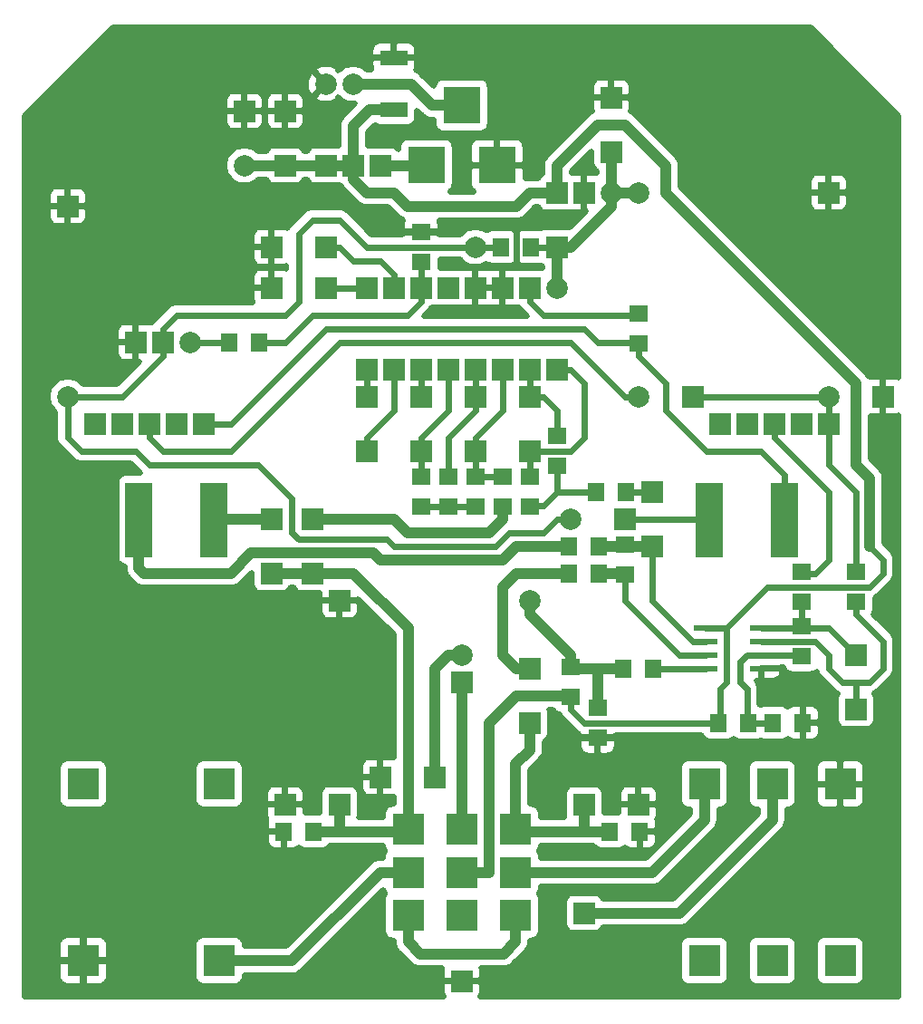
<source format=gbr>
G04 #@! TF.GenerationSoftware,KiCad,Pcbnew,5.1.6-c6e7f7d~87~ubuntu19.10.1*
G04 #@! TF.CreationDate,2021-07-29T05:59:27+06:00*
G04 #@! TF.ProjectId,little_angel_chorus_r1a,6c697474-6c65-45f6-916e-67656c5f6368,1A*
G04 #@! TF.SameCoordinates,Original*
G04 #@! TF.FileFunction,Copper,L2,Bot*
G04 #@! TF.FilePolarity,Positive*
%FSLAX46Y46*%
G04 Gerber Fmt 4.6, Leading zero omitted, Abs format (unit mm)*
G04 Created by KiCad (PCBNEW 5.1.6-c6e7f7d~87~ubuntu19.10.1) date 2021-07-29 05:59:27*
%MOMM*%
%LPD*%
G01*
G04 APERTURE LIST*
G04 #@! TA.AperFunction,ComponentPad*
%ADD10R,2.000000X2.000000*%
G04 #@! TD*
G04 #@! TA.AperFunction,SMDPad,CuDef*
%ADD11R,2.200000X0.600000*%
G04 #@! TD*
G04 #@! TA.AperFunction,SMDPad,CuDef*
%ADD12R,1.600000X1.800000*%
G04 #@! TD*
G04 #@! TA.AperFunction,SMDPad,CuDef*
%ADD13R,1.800000X1.600000*%
G04 #@! TD*
G04 #@! TA.AperFunction,ComponentPad*
%ADD14C,2.000000*%
G04 #@! TD*
G04 #@! TA.AperFunction,ComponentPad*
%ADD15R,2.500000X7.000000*%
G04 #@! TD*
G04 #@! TA.AperFunction,ComponentPad*
%ADD16R,3.000000X3.000000*%
G04 #@! TD*
G04 #@! TA.AperFunction,SMDPad,CuDef*
%ADD17R,2.600000X1.450000*%
G04 #@! TD*
G04 #@! TA.AperFunction,ComponentPad*
%ADD18R,3.500000X3.500000*%
G04 #@! TD*
G04 #@! TA.AperFunction,Conductor*
%ADD19C,0.600000*%
G04 #@! TD*
G04 #@! TA.AperFunction,Conductor*
%ADD20C,1.000000*%
G04 #@! TD*
G04 #@! TA.AperFunction,Conductor*
%ADD21C,0.500000*%
G04 #@! TD*
G04 APERTURE END LIST*
D10*
X139700000Y-130810000D03*
X137160000Y-130810000D03*
X134620000Y-130810000D03*
X132080000Y-130810000D03*
X129540000Y-130810000D03*
X81280000Y-130810000D03*
X78740000Y-130810000D03*
X76200000Y-130810000D03*
X73660000Y-130810000D03*
X71120000Y-130810000D03*
D11*
X128210000Y-149860000D03*
X128210000Y-151130000D03*
X128210000Y-152400000D03*
X128210000Y-153670000D03*
X133410000Y-153670000D03*
X133410000Y-152400000D03*
X133410000Y-151130000D03*
X133410000Y-149860000D03*
D12*
X91570000Y-168910000D03*
X88770000Y-168910000D03*
X119250000Y-168910000D03*
X122050000Y-168910000D03*
X134490000Y-158750000D03*
X137290000Y-158750000D03*
X129410000Y-158750000D03*
X132210000Y-158750000D03*
D13*
X118110000Y-157350000D03*
X118110000Y-160150000D03*
X115570000Y-156340000D03*
X115570000Y-153540000D03*
D10*
X93980000Y-147320000D03*
D14*
X111760000Y-147320000D03*
D15*
X135580000Y-139790000D03*
X128580000Y-139790000D03*
X82240000Y-139790000D03*
X75240000Y-139790000D03*
D14*
X115570000Y-139700000D03*
D10*
X120650000Y-139700000D03*
D14*
X95250000Y-99060000D03*
D10*
X95250000Y-106680000D03*
X74930000Y-123190000D03*
X77470000Y-123190000D03*
D14*
X80010000Y-123190000D03*
X106680000Y-114300000D03*
D10*
X114300000Y-114300000D03*
D13*
X137160000Y-144650000D03*
X137160000Y-147450000D03*
X142240000Y-144650000D03*
X142240000Y-147450000D03*
X121920000Y-120520000D03*
X121920000Y-123320000D03*
D12*
X123320000Y-153670000D03*
X120520000Y-153670000D03*
D13*
X101600000Y-115700000D03*
X101600000Y-112900000D03*
D12*
X111890000Y-114300000D03*
X109090000Y-114300000D03*
D14*
X139700000Y-128270000D03*
D10*
X144780000Y-128270000D03*
D14*
X121920000Y-128270000D03*
D10*
X127000000Y-128270000D03*
X68580000Y-110490000D03*
D14*
X68580000Y-128270000D03*
D10*
X87630000Y-139700000D03*
X87630000Y-144780000D03*
X142240000Y-152400000D03*
X142240000Y-157480000D03*
X91440000Y-139700000D03*
X91440000Y-144780000D03*
X123190000Y-137160000D03*
X123190000Y-142240000D03*
D14*
X92710000Y-99060000D03*
D10*
X92710000Y-106680000D03*
D12*
X86490000Y-123190000D03*
X83690000Y-123190000D03*
D13*
X137160000Y-149730000D03*
X137160000Y-152530000D03*
X109220000Y-138560000D03*
X109220000Y-135760000D03*
D12*
X115440000Y-142240000D03*
X118240000Y-142240000D03*
X120780000Y-137160000D03*
X117980000Y-137160000D03*
D13*
X101600000Y-138560000D03*
X101600000Y-135760000D03*
X104140000Y-138560000D03*
X104140000Y-135760000D03*
X106680000Y-138560000D03*
X106680000Y-135760000D03*
X114300000Y-134750000D03*
X114300000Y-131950000D03*
X111760000Y-138560000D03*
X111760000Y-135760000D03*
X120650000Y-142110000D03*
X120650000Y-144910000D03*
D12*
X118240000Y-144780000D03*
X115440000Y-144780000D03*
D10*
X99060000Y-125730000D03*
X96520000Y-125730000D03*
X104140000Y-125730000D03*
X101600000Y-125730000D03*
X96520000Y-118110000D03*
X101600000Y-118110000D03*
X99060000Y-118110000D03*
X104140000Y-118110000D03*
X114300000Y-125730000D03*
X111760000Y-125730000D03*
X109220000Y-125730000D03*
X106680000Y-125730000D03*
X106680000Y-118110000D03*
X109220000Y-118110000D03*
X111760000Y-118110000D03*
D14*
X114300000Y-118110000D03*
D10*
X114300000Y-109220000D03*
X116840000Y-109220000D03*
D14*
X119380000Y-109220000D03*
D10*
X119380000Y-105410000D03*
X119380000Y-100330000D03*
X139700000Y-109220000D03*
D14*
X121920000Y-109220000D03*
D10*
X106680000Y-133350000D03*
X106680000Y-128270000D03*
X111760000Y-133350000D03*
X111760000Y-128270000D03*
X96520000Y-133350000D03*
X96520000Y-128270000D03*
X101600000Y-133350000D03*
X101600000Y-128270000D03*
X111760000Y-158750000D03*
X111760000Y-153670000D03*
X87630000Y-118110000D03*
X92710000Y-118110000D03*
X87630000Y-114300000D03*
X92710000Y-114300000D03*
X88900000Y-166370000D03*
X93980000Y-166370000D03*
X105410000Y-182880000D03*
X121920000Y-166370000D03*
X116840000Y-166370000D03*
X88900000Y-106680000D03*
X88900000Y-101600000D03*
D14*
X85090000Y-106680000D03*
D10*
X85090000Y-101600000D03*
D16*
X70040000Y-180970000D03*
X82740000Y-180970000D03*
X70040000Y-164470000D03*
X82740000Y-164470000D03*
X140780000Y-164470000D03*
X134430000Y-164470000D03*
X128080000Y-164470000D03*
X140780000Y-180970000D03*
X134430000Y-180970000D03*
X128080000Y-180970000D03*
D17*
X99060000Y-101485000D03*
X99060000Y-96635000D03*
D10*
X116840000Y-176530000D03*
X97790000Y-163830000D03*
X102870000Y-163830000D03*
D14*
X105410000Y-152400000D03*
D10*
X105410000Y-154940000D03*
X97790000Y-106680000D03*
D16*
X110410000Y-172720000D03*
X110410000Y-176720000D03*
X110410000Y-168720000D03*
X105410000Y-172720000D03*
X105410000Y-176720000D03*
X105410000Y-168720000D03*
X100410000Y-168720000D03*
X100410000Y-172720000D03*
X100410000Y-176720000D03*
D18*
X105410000Y-101070000D03*
X102110000Y-106670000D03*
X108710000Y-106670000D03*
D19*
X110490000Y-112395000D02*
X110490000Y-116205000D01*
D20*
X102870000Y-153670000D02*
X104140000Y-152400000D01*
X105410000Y-152400000D02*
X104140000Y-152400000D01*
X102870000Y-153670000D02*
X102870000Y-163830000D01*
X105410000Y-168720000D02*
X105410000Y-154940000D01*
X101530000Y-180340000D02*
X109290000Y-180340000D01*
X110410000Y-179220000D02*
X109290000Y-180340000D01*
X110410000Y-176720000D02*
X110410000Y-179220000D01*
X100410000Y-179220000D02*
X101530000Y-180340000D01*
X100410000Y-176720000D02*
X100410000Y-179220000D01*
X110410000Y-162640000D02*
X110410000Y-168720000D01*
X111760000Y-161290000D02*
X110410000Y-162640000D01*
X111760000Y-158750000D02*
X111760000Y-161290000D01*
X119250000Y-168910000D02*
X116840000Y-168910000D01*
X116840000Y-168910000D02*
X116840000Y-166370000D01*
X116840000Y-168910000D02*
X110410000Y-168910000D01*
X123190000Y-172720000D02*
X110410000Y-172720000D01*
X128080000Y-164470000D02*
X128080000Y-167830000D01*
X128080000Y-167830000D02*
X123190000Y-172720000D01*
X87630000Y-144780000D02*
X91440000Y-144780000D01*
X100410000Y-149940000D02*
X100410000Y-168720000D01*
X91440000Y-144780000D02*
X95250000Y-144780000D01*
X95250000Y-144780000D02*
X100410000Y-149940000D01*
X91570000Y-168910000D02*
X93980000Y-168910000D01*
X93980000Y-168910000D02*
X93980000Y-166370000D01*
X93980000Y-168910000D02*
X100410000Y-168910000D01*
X97790000Y-172720000D02*
X100410000Y-172720000D01*
X89540000Y-180970000D02*
X97790000Y-172720000D01*
X82740000Y-180970000D02*
X89540000Y-180970000D01*
X97790000Y-106680000D02*
X102110000Y-106680000D01*
X125730000Y-176530000D02*
X116840000Y-176530000D01*
X134430000Y-164470000D02*
X134430000Y-167830000D01*
X134430000Y-167830000D02*
X125730000Y-176530000D01*
D19*
X115570000Y-125730000D02*
X116840000Y-127000000D01*
X114300000Y-125730000D02*
X115570000Y-125730000D01*
X115570000Y-133350000D02*
X116840000Y-132080000D01*
X116840000Y-127000000D02*
X116840000Y-132080000D01*
X115570000Y-133350000D02*
X111760000Y-133350000D01*
X111760000Y-135760000D02*
X111760000Y-133350000D01*
X97790000Y-115570000D02*
X99060000Y-116840000D01*
X99060000Y-116840000D02*
X99060000Y-118110000D01*
X95250000Y-115570000D02*
X97790000Y-115570000D01*
X93980000Y-114300000D02*
X95250000Y-115570000D01*
X92710000Y-114300000D02*
X93980000Y-114300000D01*
X92710000Y-118110000D02*
X96520000Y-118110000D01*
X111760000Y-125730000D02*
X111760000Y-128270000D01*
X113030000Y-128270000D02*
X111760000Y-128270000D01*
X113030000Y-128270000D02*
X114300000Y-129540000D01*
X114300000Y-131950000D02*
X114300000Y-129540000D01*
D20*
X120650000Y-142240000D02*
X123190000Y-142240000D01*
X118240000Y-142240000D02*
X120650000Y-142240000D01*
D19*
X123190000Y-142240000D02*
X123190000Y-147320000D01*
X127000000Y-151130000D02*
X128210000Y-151130000D01*
X123190000Y-147320000D02*
X127000000Y-151130000D01*
D20*
X87630000Y-139700000D02*
X82240000Y-139700000D01*
X118240000Y-144780000D02*
X120650000Y-144780000D01*
D19*
X125730000Y-152400000D02*
X128210000Y-152400000D01*
X120650000Y-147320000D02*
X125730000Y-152400000D01*
X120650000Y-144910000D02*
X120650000Y-147320000D01*
X128210000Y-153670000D02*
X123320000Y-153670000D01*
X101600000Y-115700000D02*
X101600000Y-118110000D01*
X91440000Y-120650000D02*
X100330000Y-120650000D01*
X100330000Y-120650000D02*
X101600000Y-119380000D01*
X101600000Y-119380000D02*
X101600000Y-118110000D01*
X87890000Y-123190000D02*
X88900000Y-123190000D01*
X86490000Y-123190000D02*
X87890000Y-123190000D01*
X88900000Y-123190000D02*
X91440000Y-120650000D01*
D20*
X110490000Y-156210000D02*
X115570000Y-156210000D01*
X107950000Y-158750000D02*
X110490000Y-156210000D01*
X105410000Y-172720000D02*
X107950000Y-172720000D01*
X107950000Y-172720000D02*
X107950000Y-158750000D01*
D19*
X128210000Y-149860000D02*
X130175000Y-149860000D01*
X115570000Y-156340000D02*
X115570000Y-157480000D01*
X115570000Y-157480000D02*
X116840000Y-158750000D01*
X116840000Y-158750000D02*
X129410000Y-158750000D01*
X130175000Y-149860000D02*
X130175000Y-154940000D01*
X130175000Y-154940000D02*
X129540000Y-155575000D01*
X129540000Y-155575000D02*
X129540000Y-158750000D01*
X143510000Y-146050000D02*
X133985000Y-146050000D01*
X144780000Y-143510000D02*
X144780000Y-144780000D01*
X133985000Y-146050000D02*
X130175000Y-149860000D01*
X144780000Y-144780000D02*
X143510000Y-146050000D01*
X143510000Y-142240000D02*
X144780000Y-143510000D01*
D20*
X95250000Y-106680000D02*
X95250000Y-107950000D01*
X95250000Y-107950000D02*
X96520000Y-109220000D01*
X85090000Y-106680000D02*
X88900000Y-106680000D01*
X142240000Y-134620000D02*
X143510000Y-135890000D01*
X142240000Y-127000000D02*
X142240000Y-134620000D01*
X114300000Y-106680000D02*
X118110000Y-102870000D01*
X114300000Y-109220000D02*
X114300000Y-106680000D01*
X143510000Y-135890000D02*
X143510000Y-142240000D01*
X124460000Y-109220000D02*
X142240000Y-127000000D01*
X124460000Y-106680000D02*
X124460000Y-109220000D01*
X120650000Y-102870000D02*
X124460000Y-106680000D01*
X118110000Y-102870000D02*
X120650000Y-102870000D01*
X100330000Y-110490000D02*
X110490000Y-110490000D01*
X111760000Y-109220000D02*
X114300000Y-109220000D01*
X110490000Y-110490000D02*
X111760000Y-109220000D01*
X96520000Y-109220000D02*
X99060000Y-109220000D01*
X99060000Y-109220000D02*
X100330000Y-110490000D01*
X96760000Y-101485000D02*
X95250000Y-102995000D01*
X99060000Y-101485000D02*
X96760000Y-101485000D01*
X95250000Y-102995000D02*
X95250000Y-106680000D01*
X92710000Y-106680000D02*
X95250000Y-106680000D01*
X88900000Y-106680000D02*
X92710000Y-106680000D01*
D19*
X139700000Y-143510000D02*
X138430000Y-144780000D01*
X139700000Y-137160000D02*
X139700000Y-143510000D01*
X134620000Y-132080000D02*
X139700000Y-137160000D01*
X138430000Y-144780000D02*
X137160000Y-144780000D01*
X134620000Y-130810000D02*
X134620000Y-132080000D01*
D20*
X118110000Y-157350000D02*
X118110000Y-153670000D01*
X120520000Y-153670000D02*
X118110000Y-153670000D01*
X118110000Y-153670000D02*
X115570000Y-153670000D01*
X111760000Y-147320000D02*
X111760000Y-148590000D01*
X111760000Y-148590000D02*
X115570000Y-152400000D01*
X115570000Y-153540000D02*
X115570000Y-152400000D01*
D19*
X111890000Y-114300000D02*
X114300000Y-114300000D01*
D20*
X114300000Y-118110000D02*
X114300000Y-114300000D01*
X115570000Y-114300000D02*
X119380000Y-110490000D01*
X119380000Y-109220000D02*
X119380000Y-110490000D01*
X115570000Y-114300000D02*
X114300000Y-114300000D01*
X119380000Y-109220000D02*
X121920000Y-109220000D01*
X119380000Y-105410000D02*
X119380000Y-109220000D01*
D19*
X131445000Y-154940000D02*
X132080000Y-155575000D01*
X132080000Y-155575000D02*
X132080000Y-158750000D01*
X134490000Y-158750000D02*
X132210000Y-158750000D01*
X131445000Y-153035000D02*
X132080000Y-152400000D01*
X133410000Y-152400000D02*
X132080000Y-152400000D01*
X131445000Y-153035000D02*
X131445000Y-154940000D01*
X133410000Y-152400000D02*
X137160000Y-152400000D01*
D20*
X100650000Y-99060000D02*
X95250000Y-99060000D01*
X105410000Y-101070000D02*
X102660000Y-101070000D01*
X102660000Y-101070000D02*
X100650000Y-99060000D01*
D19*
X139700000Y-128270000D02*
X139700000Y-130810000D01*
X142240000Y-137160000D02*
X142240000Y-144650000D01*
X139700000Y-130810000D02*
X139700000Y-134620000D01*
X139700000Y-134620000D02*
X142240000Y-137160000D01*
X127000000Y-128270000D02*
X139700000Y-128270000D01*
X83820000Y-133350000D02*
X93980000Y-123190000D01*
X93980000Y-123190000D02*
X115570000Y-123190000D01*
X120650000Y-128270000D02*
X121920000Y-128270000D01*
X77470000Y-133350000D02*
X83820000Y-133350000D01*
X76200000Y-130810000D02*
X76200000Y-132080000D01*
X76200000Y-132080000D02*
X77470000Y-133350000D01*
X115570000Y-123190000D02*
X120650000Y-128270000D01*
X106680000Y-132080000D02*
X109220000Y-129540000D01*
X109220000Y-125730000D02*
X109220000Y-129540000D01*
X106680000Y-132080000D02*
X106680000Y-133350000D01*
X106680000Y-135760000D02*
X106680000Y-133350000D01*
X106680000Y-135760000D02*
X109220000Y-135760000D01*
X106680000Y-125730000D02*
X106680000Y-128270000D01*
X104140000Y-132080000D02*
X106680000Y-129540000D01*
X106680000Y-129540000D02*
X106680000Y-128270000D01*
X104140000Y-135760000D02*
X104140000Y-132080000D01*
X101600000Y-132080000D02*
X104140000Y-129540000D01*
X104140000Y-125730000D02*
X104140000Y-129540000D01*
X101600000Y-132080000D02*
X101600000Y-133350000D01*
X101600000Y-135760000D02*
X101600000Y-133350000D01*
X101600000Y-125730000D02*
X101600000Y-128270000D01*
X96520000Y-125730000D02*
X96520000Y-128270000D01*
X96520000Y-132080000D02*
X99060000Y-129540000D01*
X96520000Y-132080000D02*
X96520000Y-133350000D01*
X99060000Y-125730000D02*
X99060000Y-129540000D01*
X120780000Y-137160000D02*
X123190000Y-137160000D01*
D20*
X109220000Y-146050000D02*
X109220000Y-152400000D01*
X115440000Y-144780000D02*
X110490000Y-144780000D01*
X110490000Y-144780000D02*
X109220000Y-146050000D01*
X109220000Y-152400000D02*
X110490000Y-153670000D01*
X110490000Y-153670000D02*
X111760000Y-153670000D01*
X91440000Y-139700000D02*
X99060000Y-139700000D01*
X100330000Y-140970000D02*
X107950000Y-140970000D01*
X99060000Y-139700000D02*
X100330000Y-140970000D01*
X107950000Y-140970000D02*
X109220000Y-139700000D01*
X109220000Y-139700000D02*
X109220000Y-138560000D01*
D19*
X111760000Y-119380000D02*
X111760000Y-118110000D01*
X121920000Y-120650000D02*
X113030000Y-120650000D01*
X113030000Y-120650000D02*
X111760000Y-119380000D01*
X83690000Y-123190000D02*
X80010000Y-123190000D01*
X135580000Y-139790000D02*
X135580000Y-135580000D01*
X133350000Y-133350000D02*
X128270000Y-133350000D01*
X135580000Y-135580000D02*
X133350000Y-133350000D01*
X124460000Y-129540000D02*
X128270000Y-133350000D01*
X116840000Y-121920000D02*
X118110000Y-123190000D01*
X81280000Y-130810000D02*
X83820000Y-130810000D01*
X118110000Y-123190000D02*
X121920000Y-123190000D01*
X92710000Y-121920000D02*
X116840000Y-121920000D01*
X83820000Y-130810000D02*
X92710000Y-121920000D01*
X124460000Y-127000000D02*
X121920000Y-124460000D01*
X121920000Y-123320000D02*
X121920000Y-124460000D01*
X124460000Y-129540000D02*
X124460000Y-127000000D01*
X114300000Y-134750000D02*
X114300000Y-137160000D01*
X113030000Y-138430000D02*
X114300000Y-137160000D01*
X113030000Y-138430000D02*
X111760000Y-138430000D01*
X117980000Y-137160000D02*
X114300000Y-137160000D01*
X101600000Y-138560000D02*
X106680000Y-138560000D01*
D20*
X75240000Y-144290000D02*
X75240000Y-139790000D01*
X75730000Y-144780000D02*
X75240000Y-144290000D01*
X83820000Y-144780000D02*
X75730000Y-144780000D01*
X115440000Y-142240000D02*
X110490000Y-142240000D01*
X109220000Y-143510000D02*
X97790000Y-143510000D01*
X110490000Y-142240000D02*
X109220000Y-143510000D01*
X97790000Y-143510000D02*
X97155000Y-142875000D01*
X85725000Y-142875000D02*
X83820000Y-144780000D01*
X97155000Y-142875000D02*
X85725000Y-142875000D01*
D19*
X137160000Y-147450000D02*
X137160000Y-149730000D01*
X137160000Y-149860000D02*
X139700000Y-149860000D01*
X133410000Y-149860000D02*
X137160000Y-149860000D01*
X139700000Y-149860000D02*
X142240000Y-152400000D01*
X133410000Y-151130000D02*
X138430000Y-151130000D01*
X139700000Y-152400000D02*
X139700000Y-153670000D01*
X138430000Y-151130000D02*
X139700000Y-152400000D01*
X139700000Y-153670000D02*
X140970000Y-154940000D01*
X142240000Y-157480000D02*
X142240000Y-154940000D01*
X144780000Y-153670000D02*
X144780000Y-151130000D01*
X143510000Y-154940000D02*
X144780000Y-153670000D01*
X144780000Y-151130000D02*
X142240000Y-148590000D01*
X142240000Y-147450000D02*
X142240000Y-148590000D01*
X140970000Y-154940000D02*
X142240000Y-154940000D01*
X142240000Y-154940000D02*
X143510000Y-154940000D01*
X109090000Y-114300000D02*
X106680000Y-114300000D01*
X93980000Y-111760000D02*
X96520000Y-114300000D01*
X88900000Y-120650000D02*
X90170000Y-119380000D01*
X90170000Y-113030000D02*
X91440000Y-111760000D01*
X96520000Y-114300000D02*
X106680000Y-114300000D01*
X90170000Y-119380000D02*
X90170000Y-113030000D01*
X91440000Y-111760000D02*
X93980000Y-111760000D01*
X77470000Y-121920000D02*
X77470000Y-123190000D01*
X77470000Y-121920000D02*
X78740000Y-120650000D01*
X78740000Y-120650000D02*
X88900000Y-120650000D01*
X77470000Y-124460000D02*
X73660000Y-128270000D01*
X68580000Y-128270000D02*
X73660000Y-128270000D01*
X77470000Y-123190000D02*
X77470000Y-124460000D01*
X113030000Y-140970000D02*
X114300000Y-139700000D01*
X109855000Y-140970000D02*
X113030000Y-140970000D01*
X108585000Y-142240000D02*
X109855000Y-140970000D01*
X74930000Y-133350000D02*
X76200000Y-134620000D01*
X76200000Y-134620000D02*
X86360000Y-134620000D01*
X68580000Y-132080000D02*
X69850000Y-133350000D01*
X69850000Y-133350000D02*
X74930000Y-133350000D01*
X68580000Y-128270000D02*
X68580000Y-132080000D01*
X86360000Y-134620000D02*
X89535000Y-137795000D01*
X114300000Y-139700000D02*
X115570000Y-139700000D01*
X89535000Y-137795000D02*
X89535000Y-140970000D01*
X90170000Y-141605000D02*
X98425000Y-141605000D01*
X89535000Y-140970000D02*
X90170000Y-141605000D01*
X99060000Y-142240000D02*
X108585000Y-142240000D01*
X98425000Y-141605000D02*
X99060000Y-142240000D01*
X120650000Y-139700000D02*
X128580000Y-139700000D01*
D21*
G36*
X146270000Y-102034924D02*
G01*
X146270000Y-126572535D01*
X146254520Y-126559831D01*
X146106855Y-126480902D01*
X145946629Y-126432299D01*
X145780000Y-126415887D01*
X145042500Y-126420000D01*
X144830000Y-126632500D01*
X144830000Y-128220000D01*
X144850000Y-128220000D01*
X144850000Y-128320000D01*
X144830000Y-128320000D01*
X144830000Y-129907500D01*
X145042500Y-130120000D01*
X145780000Y-130124113D01*
X145946629Y-130107701D01*
X146106855Y-130059098D01*
X146254520Y-129980169D01*
X146270000Y-129967465D01*
X146270001Y-184370000D01*
X107107465Y-184370000D01*
X107120169Y-184354520D01*
X107199098Y-184206855D01*
X107247701Y-184046629D01*
X107264113Y-183880000D01*
X107260000Y-183142500D01*
X107047500Y-182930000D01*
X105460000Y-182930000D01*
X105460000Y-182950000D01*
X105360000Y-182950000D01*
X105360000Y-182930000D01*
X103772500Y-182930000D01*
X103560000Y-183142500D01*
X103555887Y-183880000D01*
X103572299Y-184046629D01*
X103620902Y-184206855D01*
X103699831Y-184354520D01*
X103712535Y-184370000D01*
X64550000Y-184370000D01*
X64550000Y-182470000D01*
X67685887Y-182470000D01*
X67702299Y-182636629D01*
X67750902Y-182796855D01*
X67829831Y-182944520D01*
X67936051Y-183073949D01*
X68065480Y-183180169D01*
X68213145Y-183259098D01*
X68373371Y-183307701D01*
X68540000Y-183324113D01*
X69777500Y-183320000D01*
X69990000Y-183107500D01*
X69990000Y-181020000D01*
X70090000Y-181020000D01*
X70090000Y-183107500D01*
X70302500Y-183320000D01*
X71540000Y-183324113D01*
X71706629Y-183307701D01*
X71866855Y-183259098D01*
X72014520Y-183180169D01*
X72143949Y-183073949D01*
X72250169Y-182944520D01*
X72329098Y-182796855D01*
X72377701Y-182636629D01*
X72394113Y-182470000D01*
X72390000Y-181232500D01*
X72177500Y-181020000D01*
X70090000Y-181020000D01*
X69990000Y-181020000D01*
X67902500Y-181020000D01*
X67690000Y-181232500D01*
X67685887Y-182470000D01*
X64550000Y-182470000D01*
X64550000Y-179470000D01*
X67685887Y-179470000D01*
X67690000Y-180707500D01*
X67902500Y-180920000D01*
X69990000Y-180920000D01*
X69990000Y-178832500D01*
X70090000Y-178832500D01*
X70090000Y-180920000D01*
X72177500Y-180920000D01*
X72390000Y-180707500D01*
X72394113Y-179470000D01*
X72377701Y-179303371D01*
X72329098Y-179143145D01*
X72250169Y-178995480D01*
X72143949Y-178866051D01*
X72014520Y-178759831D01*
X71866855Y-178680902D01*
X71706629Y-178632299D01*
X71540000Y-178615887D01*
X70302500Y-178620000D01*
X70090000Y-178832500D01*
X69990000Y-178832500D01*
X69777500Y-178620000D01*
X68540000Y-178615887D01*
X68373371Y-178632299D01*
X68213145Y-178680902D01*
X68065480Y-178759831D01*
X67936051Y-178866051D01*
X67829831Y-178995480D01*
X67750902Y-179143145D01*
X67702299Y-179303371D01*
X67685887Y-179470000D01*
X64550000Y-179470000D01*
X64550000Y-169810000D01*
X87115887Y-169810000D01*
X87132299Y-169976629D01*
X87180902Y-170136855D01*
X87259831Y-170284520D01*
X87366051Y-170413949D01*
X87495480Y-170520169D01*
X87643145Y-170599098D01*
X87803371Y-170647701D01*
X87970000Y-170664113D01*
X88507500Y-170660000D01*
X88720000Y-170447500D01*
X88720000Y-168960000D01*
X87332500Y-168960000D01*
X87120000Y-169172500D01*
X87115887Y-169810000D01*
X64550000Y-169810000D01*
X64550000Y-162970000D01*
X67685888Y-162970000D01*
X67685888Y-165970000D01*
X67702300Y-166136629D01*
X67750903Y-166296855D01*
X67829832Y-166444519D01*
X67936052Y-166573948D01*
X68065481Y-166680168D01*
X68213145Y-166759097D01*
X68373371Y-166807700D01*
X68540000Y-166824112D01*
X71540000Y-166824112D01*
X71706629Y-166807700D01*
X71866855Y-166759097D01*
X72014519Y-166680168D01*
X72143948Y-166573948D01*
X72250168Y-166444519D01*
X72329097Y-166296855D01*
X72377700Y-166136629D01*
X72394112Y-165970000D01*
X72394112Y-162970000D01*
X80385888Y-162970000D01*
X80385888Y-165970000D01*
X80402300Y-166136629D01*
X80450903Y-166296855D01*
X80529832Y-166444519D01*
X80636052Y-166573948D01*
X80765481Y-166680168D01*
X80913145Y-166759097D01*
X81073371Y-166807700D01*
X81240000Y-166824112D01*
X84240000Y-166824112D01*
X84406629Y-166807700D01*
X84566855Y-166759097D01*
X84714519Y-166680168D01*
X84843948Y-166573948D01*
X84950168Y-166444519D01*
X85029097Y-166296855D01*
X85077700Y-166136629D01*
X85094112Y-165970000D01*
X85094112Y-165370000D01*
X87045887Y-165370000D01*
X87050000Y-166107500D01*
X87262500Y-166320000D01*
X88850000Y-166320000D01*
X88850000Y-164732500D01*
X88950000Y-164732500D01*
X88950000Y-166320000D01*
X90537500Y-166320000D01*
X90750000Y-166107500D01*
X90754113Y-165370000D01*
X90737701Y-165203371D01*
X90689098Y-165043145D01*
X90610169Y-164895480D01*
X90503949Y-164766051D01*
X90374520Y-164659831D01*
X90226855Y-164580902D01*
X90066629Y-164532299D01*
X89900000Y-164515887D01*
X89162500Y-164520000D01*
X88950000Y-164732500D01*
X88850000Y-164732500D01*
X88637500Y-164520000D01*
X87900000Y-164515887D01*
X87733371Y-164532299D01*
X87573145Y-164580902D01*
X87425480Y-164659831D01*
X87296051Y-164766051D01*
X87189831Y-164895480D01*
X87110902Y-165043145D01*
X87062299Y-165203371D01*
X87045887Y-165370000D01*
X85094112Y-165370000D01*
X85094112Y-162970000D01*
X85080323Y-162830000D01*
X95935887Y-162830000D01*
X95940000Y-163567500D01*
X96152500Y-163780000D01*
X97740000Y-163780000D01*
X97740000Y-162192500D01*
X97527500Y-161980000D01*
X96790000Y-161975887D01*
X96623371Y-161992299D01*
X96463145Y-162040902D01*
X96315480Y-162119831D01*
X96186051Y-162226051D01*
X96079831Y-162355480D01*
X96000902Y-162503145D01*
X95952299Y-162663371D01*
X95935887Y-162830000D01*
X85080323Y-162830000D01*
X85077700Y-162803371D01*
X85029097Y-162643145D01*
X84950168Y-162495481D01*
X84843948Y-162366052D01*
X84714519Y-162259832D01*
X84566855Y-162180903D01*
X84406629Y-162132300D01*
X84240000Y-162115888D01*
X81240000Y-162115888D01*
X81073371Y-162132300D01*
X80913145Y-162180903D01*
X80765481Y-162259832D01*
X80636052Y-162366052D01*
X80529832Y-162495481D01*
X80450903Y-162643145D01*
X80402300Y-162803371D01*
X80385888Y-162970000D01*
X72394112Y-162970000D01*
X72377700Y-162803371D01*
X72329097Y-162643145D01*
X72250168Y-162495481D01*
X72143948Y-162366052D01*
X72014519Y-162259832D01*
X71866855Y-162180903D01*
X71706629Y-162132300D01*
X71540000Y-162115888D01*
X68540000Y-162115888D01*
X68373371Y-162132300D01*
X68213145Y-162180903D01*
X68065481Y-162259832D01*
X67936052Y-162366052D01*
X67829832Y-162495481D01*
X67750903Y-162643145D01*
X67702300Y-162803371D01*
X67685888Y-162970000D01*
X64550000Y-162970000D01*
X64550000Y-148320000D01*
X92125887Y-148320000D01*
X92142299Y-148486629D01*
X92190902Y-148646855D01*
X92269831Y-148794520D01*
X92376051Y-148923949D01*
X92505480Y-149030169D01*
X92653145Y-149109098D01*
X92813371Y-149157701D01*
X92980000Y-149174113D01*
X93717500Y-149170000D01*
X93930000Y-148957500D01*
X93930000Y-147370000D01*
X94030000Y-147370000D01*
X94030000Y-148957500D01*
X94242500Y-149170000D01*
X94980000Y-149174113D01*
X95146629Y-149157701D01*
X95306855Y-149109098D01*
X95454520Y-149030169D01*
X95583949Y-148923949D01*
X95690169Y-148794520D01*
X95769098Y-148646855D01*
X95817701Y-148486629D01*
X95834113Y-148320000D01*
X95830000Y-147582500D01*
X95617500Y-147370000D01*
X94030000Y-147370000D01*
X93930000Y-147370000D01*
X92342500Y-147370000D01*
X92130000Y-147582500D01*
X92125887Y-148320000D01*
X64550000Y-148320000D01*
X64550000Y-128087791D01*
X66730000Y-128087791D01*
X66730000Y-128452209D01*
X66801095Y-128809625D01*
X66940552Y-129146303D01*
X67143011Y-129449306D01*
X67400694Y-129706989D01*
X67430000Y-129726571D01*
X67430001Y-132023508D01*
X67424437Y-132080000D01*
X67430001Y-132136492D01*
X67446641Y-132305439D01*
X67512399Y-132522215D01*
X67619185Y-132721997D01*
X67762894Y-132897107D01*
X67806774Y-132933118D01*
X68996884Y-134123230D01*
X69032893Y-134167107D01*
X69076769Y-134203115D01*
X69076772Y-134203118D01*
X69133694Y-134249832D01*
X69208003Y-134310816D01*
X69407785Y-134417602D01*
X69624561Y-134483360D01*
X69793508Y-134500000D01*
X69793517Y-134500000D01*
X69849999Y-134505563D01*
X69906481Y-134500000D01*
X74453655Y-134500000D01*
X75346884Y-135393230D01*
X75381893Y-135435888D01*
X73990000Y-135435888D01*
X73823371Y-135452300D01*
X73663145Y-135500903D01*
X73515481Y-135579832D01*
X73386052Y-135686052D01*
X73279832Y-135815481D01*
X73200903Y-135963145D01*
X73152300Y-136123371D01*
X73135888Y-136290000D01*
X73135888Y-143290000D01*
X73152300Y-143456629D01*
X73200903Y-143616855D01*
X73279832Y-143764519D01*
X73386052Y-143893948D01*
X73515481Y-144000168D01*
X73663145Y-144079097D01*
X73823371Y-144127700D01*
X73890000Y-144134263D01*
X73890000Y-144223681D01*
X73883468Y-144290000D01*
X73890000Y-144356319D01*
X73890000Y-144356320D01*
X73909533Y-144554645D01*
X73986728Y-144809121D01*
X74017415Y-144866532D01*
X74112085Y-145043649D01*
X74238510Y-145197698D01*
X74238513Y-145197701D01*
X74280787Y-145249212D01*
X74332300Y-145291488D01*
X74728505Y-145687692D01*
X74770787Y-145739213D01*
X74976351Y-145907915D01*
X75210878Y-146033272D01*
X75465354Y-146110467D01*
X75663679Y-146130000D01*
X75663681Y-146130000D01*
X75730000Y-146136532D01*
X75796319Y-146130000D01*
X83753681Y-146130000D01*
X83820000Y-146136532D01*
X83886319Y-146130000D01*
X83886321Y-146130000D01*
X84084646Y-146110467D01*
X84339122Y-146033272D01*
X84573649Y-145907915D01*
X84779213Y-145739213D01*
X84821491Y-145687697D01*
X85775888Y-144733301D01*
X85775888Y-145780000D01*
X85792300Y-145946629D01*
X85840903Y-146106855D01*
X85919832Y-146254519D01*
X86026052Y-146383948D01*
X86155481Y-146490168D01*
X86303145Y-146569097D01*
X86463371Y-146617700D01*
X86630000Y-146634112D01*
X88630000Y-146634112D01*
X88796629Y-146617700D01*
X88956855Y-146569097D01*
X89104519Y-146490168D01*
X89233948Y-146383948D01*
X89340168Y-146254519D01*
X89406726Y-146130000D01*
X89663274Y-146130000D01*
X89729832Y-146254519D01*
X89836052Y-146383948D01*
X89965481Y-146490168D01*
X90113145Y-146569097D01*
X90273371Y-146617700D01*
X90440000Y-146634112D01*
X92127639Y-146634112D01*
X92130000Y-147057500D01*
X92342500Y-147270000D01*
X93930000Y-147270000D01*
X93930000Y-147250000D01*
X94030000Y-147250000D01*
X94030000Y-147270000D01*
X95617500Y-147270000D01*
X95724156Y-147163344D01*
X99060000Y-150499189D01*
X99060001Y-162023656D01*
X98956629Y-161992299D01*
X98790000Y-161975887D01*
X98052500Y-161980000D01*
X97840000Y-162192500D01*
X97840000Y-163780000D01*
X97860000Y-163780000D01*
X97860000Y-163880000D01*
X97840000Y-163880000D01*
X97840000Y-165467500D01*
X98052500Y-165680000D01*
X98790000Y-165684113D01*
X98956629Y-165667701D01*
X99060001Y-165636344D01*
X99060001Y-166365888D01*
X98910000Y-166365888D01*
X98743371Y-166382300D01*
X98583145Y-166430903D01*
X98435481Y-166509832D01*
X98306052Y-166616052D01*
X98199832Y-166745481D01*
X98120903Y-166893145D01*
X98072300Y-167053371D01*
X98055888Y-167220000D01*
X98055888Y-167560000D01*
X95810611Y-167560000D01*
X95817700Y-167536629D01*
X95834112Y-167370000D01*
X95834112Y-165370000D01*
X95817700Y-165203371D01*
X95769097Y-165043145D01*
X95690168Y-164895481D01*
X95636429Y-164830000D01*
X95935887Y-164830000D01*
X95952299Y-164996629D01*
X96000902Y-165156855D01*
X96079831Y-165304520D01*
X96186051Y-165433949D01*
X96315480Y-165540169D01*
X96463145Y-165619098D01*
X96623371Y-165667701D01*
X96790000Y-165684113D01*
X97527500Y-165680000D01*
X97740000Y-165467500D01*
X97740000Y-163880000D01*
X96152500Y-163880000D01*
X95940000Y-164092500D01*
X95935887Y-164830000D01*
X95636429Y-164830000D01*
X95583948Y-164766052D01*
X95454519Y-164659832D01*
X95306855Y-164580903D01*
X95146629Y-164532300D01*
X94980000Y-164515888D01*
X92980000Y-164515888D01*
X92813371Y-164532300D01*
X92653145Y-164580903D01*
X92505481Y-164659832D01*
X92376052Y-164766052D01*
X92269832Y-164895481D01*
X92190903Y-165043145D01*
X92142300Y-165203371D01*
X92125888Y-165370000D01*
X92125888Y-167155888D01*
X90770000Y-167155888D01*
X90752928Y-167157569D01*
X90750000Y-166632500D01*
X90537500Y-166420000D01*
X88950000Y-166420000D01*
X88950000Y-166440000D01*
X88850000Y-166440000D01*
X88850000Y-166420000D01*
X87262500Y-166420000D01*
X87050000Y-166632500D01*
X87045887Y-167370000D01*
X87062299Y-167536629D01*
X87110902Y-167696855D01*
X87152906Y-167775438D01*
X87132299Y-167843371D01*
X87115887Y-168010000D01*
X87120000Y-168647500D01*
X87332500Y-168860000D01*
X88720000Y-168860000D01*
X88720000Y-168840000D01*
X88820000Y-168840000D01*
X88820000Y-168860000D01*
X88840000Y-168860000D01*
X88840000Y-168960000D01*
X88820000Y-168960000D01*
X88820000Y-170447500D01*
X89032500Y-170660000D01*
X89570000Y-170664113D01*
X89736629Y-170647701D01*
X89896855Y-170599098D01*
X90044520Y-170520169D01*
X90170001Y-170417189D01*
X90295481Y-170520168D01*
X90443145Y-170599097D01*
X90603371Y-170647700D01*
X90770000Y-170664112D01*
X92370000Y-170664112D01*
X92536629Y-170647700D01*
X92696855Y-170599097D01*
X92844519Y-170520168D01*
X92973948Y-170413948D01*
X93080168Y-170284519D01*
X93093274Y-170260000D01*
X93913679Y-170260000D01*
X93980000Y-170266532D01*
X94046321Y-170260000D01*
X98059828Y-170260000D01*
X98072300Y-170386629D01*
X98120903Y-170546855D01*
X98199832Y-170694519D01*
X98220744Y-170720000D01*
X98199832Y-170745481D01*
X98120903Y-170893145D01*
X98072300Y-171053371D01*
X98055888Y-171220000D01*
X98055888Y-171370000D01*
X97856319Y-171370000D01*
X97790000Y-171363468D01*
X97723681Y-171370000D01*
X97723679Y-171370000D01*
X97525354Y-171389533D01*
X97270878Y-171466728D01*
X97161707Y-171525081D01*
X97036350Y-171592085D01*
X96882301Y-171718510D01*
X96882298Y-171718513D01*
X96830787Y-171760787D01*
X96788513Y-171812298D01*
X88980812Y-179620000D01*
X85094112Y-179620000D01*
X85094112Y-179470000D01*
X85077700Y-179303371D01*
X85029097Y-179143145D01*
X84950168Y-178995481D01*
X84843948Y-178866052D01*
X84714519Y-178759832D01*
X84566855Y-178680903D01*
X84406629Y-178632300D01*
X84240000Y-178615888D01*
X81240000Y-178615888D01*
X81073371Y-178632300D01*
X80913145Y-178680903D01*
X80765481Y-178759832D01*
X80636052Y-178866052D01*
X80529832Y-178995481D01*
X80450903Y-179143145D01*
X80402300Y-179303371D01*
X80385888Y-179470000D01*
X80385888Y-182470000D01*
X80402300Y-182636629D01*
X80450903Y-182796855D01*
X80529832Y-182944519D01*
X80636052Y-183073948D01*
X80765481Y-183180168D01*
X80913145Y-183259097D01*
X81073371Y-183307700D01*
X81240000Y-183324112D01*
X84240000Y-183324112D01*
X84406629Y-183307700D01*
X84566855Y-183259097D01*
X84714519Y-183180168D01*
X84843948Y-183073948D01*
X84950168Y-182944519D01*
X85029097Y-182796855D01*
X85077700Y-182636629D01*
X85094112Y-182470000D01*
X85094112Y-182320000D01*
X89473681Y-182320000D01*
X89540000Y-182326532D01*
X89606319Y-182320000D01*
X89606321Y-182320000D01*
X89804646Y-182300467D01*
X90059122Y-182223272D01*
X90293649Y-182097915D01*
X90499213Y-181929213D01*
X90541491Y-181877697D01*
X98068737Y-174350452D01*
X98072300Y-174386629D01*
X98120903Y-174546855D01*
X98199832Y-174694519D01*
X98220744Y-174720000D01*
X98199832Y-174745481D01*
X98120903Y-174893145D01*
X98072300Y-175053371D01*
X98055888Y-175220000D01*
X98055888Y-178220000D01*
X98072300Y-178386629D01*
X98120903Y-178546855D01*
X98199832Y-178694519D01*
X98306052Y-178823948D01*
X98435481Y-178930168D01*
X98583145Y-179009097D01*
X98743371Y-179057700D01*
X98910000Y-179074112D01*
X99060001Y-179074112D01*
X99060001Y-179153671D01*
X99053468Y-179220000D01*
X99079534Y-179484646D01*
X99156729Y-179739122D01*
X99282085Y-179973649D01*
X99408510Y-180127698D01*
X99408514Y-180127702D01*
X99450788Y-180179213D01*
X99502298Y-180221487D01*
X100528513Y-181247702D01*
X100570787Y-181299213D01*
X100622298Y-181341487D01*
X100622301Y-181341490D01*
X100776350Y-181467915D01*
X100901707Y-181534919D01*
X101010878Y-181593272D01*
X101265354Y-181670467D01*
X101463679Y-181690000D01*
X101463688Y-181690000D01*
X101529999Y-181696531D01*
X101596310Y-181690000D01*
X103579388Y-181690000D01*
X103572299Y-181713371D01*
X103555887Y-181880000D01*
X103560000Y-182617500D01*
X103772500Y-182830000D01*
X105360000Y-182830000D01*
X105360000Y-182810000D01*
X105460000Y-182810000D01*
X105460000Y-182830000D01*
X107047500Y-182830000D01*
X107260000Y-182617500D01*
X107264113Y-181880000D01*
X107247701Y-181713371D01*
X107240612Y-181690000D01*
X109223681Y-181690000D01*
X109290000Y-181696532D01*
X109356319Y-181690000D01*
X109356321Y-181690000D01*
X109554646Y-181670467D01*
X109809122Y-181593272D01*
X110043649Y-181467915D01*
X110249213Y-181299213D01*
X110291491Y-181247697D01*
X111317702Y-180221487D01*
X111369213Y-180179213D01*
X111411487Y-180127702D01*
X111411490Y-180127699D01*
X111537915Y-179973650D01*
X111608237Y-179842085D01*
X111663272Y-179739122D01*
X111740467Y-179484646D01*
X111741909Y-179470000D01*
X125725888Y-179470000D01*
X125725888Y-182470000D01*
X125742300Y-182636629D01*
X125790903Y-182796855D01*
X125869832Y-182944519D01*
X125976052Y-183073948D01*
X126105481Y-183180168D01*
X126253145Y-183259097D01*
X126413371Y-183307700D01*
X126580000Y-183324112D01*
X129580000Y-183324112D01*
X129746629Y-183307700D01*
X129906855Y-183259097D01*
X130054519Y-183180168D01*
X130183948Y-183073948D01*
X130290168Y-182944519D01*
X130369097Y-182796855D01*
X130417700Y-182636629D01*
X130434112Y-182470000D01*
X130434112Y-179470000D01*
X132075888Y-179470000D01*
X132075888Y-182470000D01*
X132092300Y-182636629D01*
X132140903Y-182796855D01*
X132219832Y-182944519D01*
X132326052Y-183073948D01*
X132455481Y-183180168D01*
X132603145Y-183259097D01*
X132763371Y-183307700D01*
X132930000Y-183324112D01*
X135930000Y-183324112D01*
X136096629Y-183307700D01*
X136256855Y-183259097D01*
X136404519Y-183180168D01*
X136533948Y-183073948D01*
X136640168Y-182944519D01*
X136719097Y-182796855D01*
X136767700Y-182636629D01*
X136784112Y-182470000D01*
X136784112Y-179470000D01*
X138425888Y-179470000D01*
X138425888Y-182470000D01*
X138442300Y-182636629D01*
X138490903Y-182796855D01*
X138569832Y-182944519D01*
X138676052Y-183073948D01*
X138805481Y-183180168D01*
X138953145Y-183259097D01*
X139113371Y-183307700D01*
X139280000Y-183324112D01*
X142280000Y-183324112D01*
X142446629Y-183307700D01*
X142606855Y-183259097D01*
X142754519Y-183180168D01*
X142883948Y-183073948D01*
X142990168Y-182944519D01*
X143069097Y-182796855D01*
X143117700Y-182636629D01*
X143134112Y-182470000D01*
X143134112Y-179470000D01*
X143117700Y-179303371D01*
X143069097Y-179143145D01*
X142990168Y-178995481D01*
X142883948Y-178866052D01*
X142754519Y-178759832D01*
X142606855Y-178680903D01*
X142446629Y-178632300D01*
X142280000Y-178615888D01*
X139280000Y-178615888D01*
X139113371Y-178632300D01*
X138953145Y-178680903D01*
X138805481Y-178759832D01*
X138676052Y-178866052D01*
X138569832Y-178995481D01*
X138490903Y-179143145D01*
X138442300Y-179303371D01*
X138425888Y-179470000D01*
X136784112Y-179470000D01*
X136767700Y-179303371D01*
X136719097Y-179143145D01*
X136640168Y-178995481D01*
X136533948Y-178866052D01*
X136404519Y-178759832D01*
X136256855Y-178680903D01*
X136096629Y-178632300D01*
X135930000Y-178615888D01*
X132930000Y-178615888D01*
X132763371Y-178632300D01*
X132603145Y-178680903D01*
X132455481Y-178759832D01*
X132326052Y-178866052D01*
X132219832Y-178995481D01*
X132140903Y-179143145D01*
X132092300Y-179303371D01*
X132075888Y-179470000D01*
X130434112Y-179470000D01*
X130417700Y-179303371D01*
X130369097Y-179143145D01*
X130290168Y-178995481D01*
X130183948Y-178866052D01*
X130054519Y-178759832D01*
X129906855Y-178680903D01*
X129746629Y-178632300D01*
X129580000Y-178615888D01*
X126580000Y-178615888D01*
X126413371Y-178632300D01*
X126253145Y-178680903D01*
X126105481Y-178759832D01*
X125976052Y-178866052D01*
X125869832Y-178995481D01*
X125790903Y-179143145D01*
X125742300Y-179303371D01*
X125725888Y-179470000D01*
X111741909Y-179470000D01*
X111760000Y-179286321D01*
X111760000Y-179286312D01*
X111766531Y-179220001D01*
X111760000Y-179153690D01*
X111760000Y-179074112D01*
X111910000Y-179074112D01*
X112076629Y-179057700D01*
X112236855Y-179009097D01*
X112384519Y-178930168D01*
X112513948Y-178823948D01*
X112620168Y-178694519D01*
X112699097Y-178546855D01*
X112747700Y-178386629D01*
X112764112Y-178220000D01*
X112764112Y-175530000D01*
X114985888Y-175530000D01*
X114985888Y-177530000D01*
X115002300Y-177696629D01*
X115050903Y-177856855D01*
X115129832Y-178004519D01*
X115236052Y-178133948D01*
X115365481Y-178240168D01*
X115513145Y-178319097D01*
X115673371Y-178367700D01*
X115840000Y-178384112D01*
X117840000Y-178384112D01*
X118006629Y-178367700D01*
X118166855Y-178319097D01*
X118314519Y-178240168D01*
X118443948Y-178133948D01*
X118550168Y-178004519D01*
X118616726Y-177880000D01*
X125663681Y-177880000D01*
X125730000Y-177886532D01*
X125796319Y-177880000D01*
X125796321Y-177880000D01*
X125994646Y-177860467D01*
X126249122Y-177783272D01*
X126483649Y-177657915D01*
X126689213Y-177489213D01*
X126731491Y-177437697D01*
X135337702Y-168831487D01*
X135389213Y-168789213D01*
X135431487Y-168737702D01*
X135431490Y-168737699D01*
X135557915Y-168583650D01*
X135683271Y-168349123D01*
X135683272Y-168349122D01*
X135760467Y-168094646D01*
X135780000Y-167896321D01*
X135780000Y-167896319D01*
X135786532Y-167830000D01*
X135780000Y-167763681D01*
X135780000Y-166824112D01*
X135930000Y-166824112D01*
X136096629Y-166807700D01*
X136256855Y-166759097D01*
X136404519Y-166680168D01*
X136533948Y-166573948D01*
X136640168Y-166444519D01*
X136719097Y-166296855D01*
X136767700Y-166136629D01*
X136784112Y-165970000D01*
X138425887Y-165970000D01*
X138442299Y-166136629D01*
X138490902Y-166296855D01*
X138569831Y-166444520D01*
X138676051Y-166573949D01*
X138805480Y-166680169D01*
X138953145Y-166759098D01*
X139113371Y-166807701D01*
X139280000Y-166824113D01*
X140517500Y-166820000D01*
X140730000Y-166607500D01*
X140730000Y-164520000D01*
X140830000Y-164520000D01*
X140830000Y-166607500D01*
X141042500Y-166820000D01*
X142280000Y-166824113D01*
X142446629Y-166807701D01*
X142606855Y-166759098D01*
X142754520Y-166680169D01*
X142883949Y-166573949D01*
X142990169Y-166444520D01*
X143069098Y-166296855D01*
X143117701Y-166136629D01*
X143134113Y-165970000D01*
X143130000Y-164732500D01*
X142917500Y-164520000D01*
X140830000Y-164520000D01*
X140730000Y-164520000D01*
X138642500Y-164520000D01*
X138430000Y-164732500D01*
X138425887Y-165970000D01*
X136784112Y-165970000D01*
X136784112Y-162970000D01*
X138425887Y-162970000D01*
X138430000Y-164207500D01*
X138642500Y-164420000D01*
X140730000Y-164420000D01*
X140730000Y-162332500D01*
X140830000Y-162332500D01*
X140830000Y-164420000D01*
X142917500Y-164420000D01*
X143130000Y-164207500D01*
X143134113Y-162970000D01*
X143117701Y-162803371D01*
X143069098Y-162643145D01*
X142990169Y-162495480D01*
X142883949Y-162366051D01*
X142754520Y-162259831D01*
X142606855Y-162180902D01*
X142446629Y-162132299D01*
X142280000Y-162115887D01*
X141042500Y-162120000D01*
X140830000Y-162332500D01*
X140730000Y-162332500D01*
X140517500Y-162120000D01*
X139280000Y-162115887D01*
X139113371Y-162132299D01*
X138953145Y-162180902D01*
X138805480Y-162259831D01*
X138676051Y-162366051D01*
X138569831Y-162495480D01*
X138490902Y-162643145D01*
X138442299Y-162803371D01*
X138425887Y-162970000D01*
X136784112Y-162970000D01*
X136767700Y-162803371D01*
X136719097Y-162643145D01*
X136640168Y-162495481D01*
X136533948Y-162366052D01*
X136404519Y-162259832D01*
X136256855Y-162180903D01*
X136096629Y-162132300D01*
X135930000Y-162115888D01*
X132930000Y-162115888D01*
X132763371Y-162132300D01*
X132603145Y-162180903D01*
X132455481Y-162259832D01*
X132326052Y-162366052D01*
X132219832Y-162495481D01*
X132140903Y-162643145D01*
X132092300Y-162803371D01*
X132075888Y-162970000D01*
X132075888Y-165970000D01*
X132092300Y-166136629D01*
X132140903Y-166296855D01*
X132219832Y-166444519D01*
X132326052Y-166573948D01*
X132455481Y-166680168D01*
X132603145Y-166759097D01*
X132763371Y-166807700D01*
X132930000Y-166824112D01*
X133080001Y-166824112D01*
X133080001Y-167270810D01*
X125170812Y-175180000D01*
X118616726Y-175180000D01*
X118550168Y-175055481D01*
X118443948Y-174926052D01*
X118314519Y-174819832D01*
X118166855Y-174740903D01*
X118006629Y-174692300D01*
X117840000Y-174675888D01*
X115840000Y-174675888D01*
X115673371Y-174692300D01*
X115513145Y-174740903D01*
X115365481Y-174819832D01*
X115236052Y-174926052D01*
X115129832Y-175055481D01*
X115050903Y-175203145D01*
X115002300Y-175363371D01*
X114985888Y-175530000D01*
X112764112Y-175530000D01*
X112764112Y-175220000D01*
X112747700Y-175053371D01*
X112699097Y-174893145D01*
X112620168Y-174745481D01*
X112599256Y-174720000D01*
X112620168Y-174694519D01*
X112699097Y-174546855D01*
X112747700Y-174386629D01*
X112764112Y-174220000D01*
X112764112Y-174070000D01*
X123123681Y-174070000D01*
X123190000Y-174076532D01*
X123256319Y-174070000D01*
X123256321Y-174070000D01*
X123454646Y-174050467D01*
X123709122Y-173973272D01*
X123943649Y-173847915D01*
X124149213Y-173679213D01*
X124191491Y-173627697D01*
X128987697Y-168831491D01*
X129039213Y-168789213D01*
X129207915Y-168583649D01*
X129333272Y-168349122D01*
X129410467Y-168094646D01*
X129430000Y-167896321D01*
X129430000Y-167896312D01*
X129436531Y-167830001D01*
X129430000Y-167763690D01*
X129430000Y-166824112D01*
X129580000Y-166824112D01*
X129746629Y-166807700D01*
X129906855Y-166759097D01*
X130054519Y-166680168D01*
X130183948Y-166573948D01*
X130290168Y-166444519D01*
X130369097Y-166296855D01*
X130417700Y-166136629D01*
X130434112Y-165970000D01*
X130434112Y-162970000D01*
X130417700Y-162803371D01*
X130369097Y-162643145D01*
X130290168Y-162495481D01*
X130183948Y-162366052D01*
X130054519Y-162259832D01*
X129906855Y-162180903D01*
X129746629Y-162132300D01*
X129580000Y-162115888D01*
X126580000Y-162115888D01*
X126413371Y-162132300D01*
X126253145Y-162180903D01*
X126105481Y-162259832D01*
X125976052Y-162366052D01*
X125869832Y-162495481D01*
X125790903Y-162643145D01*
X125742300Y-162803371D01*
X125725888Y-162970000D01*
X125725888Y-165970000D01*
X125742300Y-166136629D01*
X125790903Y-166296855D01*
X125869832Y-166444519D01*
X125976052Y-166573948D01*
X126105481Y-166680168D01*
X126253145Y-166759097D01*
X126413371Y-166807700D01*
X126580000Y-166824112D01*
X126730001Y-166824112D01*
X126730001Y-167270811D01*
X122630812Y-171370000D01*
X112764112Y-171370000D01*
X112764112Y-171220000D01*
X112747700Y-171053371D01*
X112699097Y-170893145D01*
X112620168Y-170745481D01*
X112599256Y-170720000D01*
X112620168Y-170694519D01*
X112699097Y-170546855D01*
X112747700Y-170386629D01*
X112760172Y-170260000D01*
X116773679Y-170260000D01*
X116840000Y-170266532D01*
X116906321Y-170260000D01*
X117726726Y-170260000D01*
X117739832Y-170284519D01*
X117846052Y-170413948D01*
X117975481Y-170520168D01*
X118123145Y-170599097D01*
X118283371Y-170647700D01*
X118450000Y-170664112D01*
X120050000Y-170664112D01*
X120216629Y-170647700D01*
X120376855Y-170599097D01*
X120524519Y-170520168D01*
X120649999Y-170417189D01*
X120775480Y-170520169D01*
X120923145Y-170599098D01*
X121083371Y-170647701D01*
X121250000Y-170664113D01*
X121787500Y-170660000D01*
X122000000Y-170447500D01*
X122000000Y-168960000D01*
X122100000Y-168960000D01*
X122100000Y-170447500D01*
X122312500Y-170660000D01*
X122850000Y-170664113D01*
X123016629Y-170647701D01*
X123176855Y-170599098D01*
X123324520Y-170520169D01*
X123453949Y-170413949D01*
X123560169Y-170284520D01*
X123639098Y-170136855D01*
X123687701Y-169976629D01*
X123704113Y-169810000D01*
X123700000Y-169172500D01*
X123487500Y-168960000D01*
X122100000Y-168960000D01*
X122000000Y-168960000D01*
X121980000Y-168960000D01*
X121980000Y-168860000D01*
X122000000Y-168860000D01*
X122000000Y-168840000D01*
X122100000Y-168840000D01*
X122100000Y-168860000D01*
X123487500Y-168860000D01*
X123700000Y-168647500D01*
X123704113Y-168010000D01*
X123687701Y-167843371D01*
X123667094Y-167775438D01*
X123709098Y-167696855D01*
X123757701Y-167536629D01*
X123774113Y-167370000D01*
X123770000Y-166632500D01*
X123557500Y-166420000D01*
X121970000Y-166420000D01*
X121970000Y-166440000D01*
X121870000Y-166440000D01*
X121870000Y-166420000D01*
X120282500Y-166420000D01*
X120070000Y-166632500D01*
X120067072Y-167157569D01*
X120050000Y-167155888D01*
X118694112Y-167155888D01*
X118694112Y-165370000D01*
X120065887Y-165370000D01*
X120070000Y-166107500D01*
X120282500Y-166320000D01*
X121870000Y-166320000D01*
X121870000Y-164732500D01*
X121970000Y-164732500D01*
X121970000Y-166320000D01*
X123557500Y-166320000D01*
X123770000Y-166107500D01*
X123774113Y-165370000D01*
X123757701Y-165203371D01*
X123709098Y-165043145D01*
X123630169Y-164895480D01*
X123523949Y-164766051D01*
X123394520Y-164659831D01*
X123246855Y-164580902D01*
X123086629Y-164532299D01*
X122920000Y-164515887D01*
X122182500Y-164520000D01*
X121970000Y-164732500D01*
X121870000Y-164732500D01*
X121657500Y-164520000D01*
X120920000Y-164515887D01*
X120753371Y-164532299D01*
X120593145Y-164580902D01*
X120445480Y-164659831D01*
X120316051Y-164766051D01*
X120209831Y-164895480D01*
X120130902Y-165043145D01*
X120082299Y-165203371D01*
X120065887Y-165370000D01*
X118694112Y-165370000D01*
X118677700Y-165203371D01*
X118629097Y-165043145D01*
X118550168Y-164895481D01*
X118443948Y-164766052D01*
X118314519Y-164659832D01*
X118166855Y-164580903D01*
X118006629Y-164532300D01*
X117840000Y-164515888D01*
X115840000Y-164515888D01*
X115673371Y-164532300D01*
X115513145Y-164580903D01*
X115365481Y-164659832D01*
X115236052Y-164766052D01*
X115129832Y-164895481D01*
X115050903Y-165043145D01*
X115002300Y-165203371D01*
X114985888Y-165370000D01*
X114985888Y-167370000D01*
X115002300Y-167536629D01*
X115009389Y-167560000D01*
X112764112Y-167560000D01*
X112764112Y-167220000D01*
X112747700Y-167053371D01*
X112699097Y-166893145D01*
X112620168Y-166745481D01*
X112513948Y-166616052D01*
X112384519Y-166509832D01*
X112236855Y-166430903D01*
X112076629Y-166382300D01*
X111910000Y-166365888D01*
X111760000Y-166365888D01*
X111760000Y-163199188D01*
X112667697Y-162291491D01*
X112719213Y-162249213D01*
X112824535Y-162120878D01*
X112887915Y-162043650D01*
X113013271Y-161809123D01*
X113013272Y-161809122D01*
X113090467Y-161554646D01*
X113110000Y-161356321D01*
X113110000Y-161356312D01*
X113116531Y-161290001D01*
X113110000Y-161223690D01*
X113110000Y-160950000D01*
X116355887Y-160950000D01*
X116372299Y-161116629D01*
X116420902Y-161276855D01*
X116499831Y-161424520D01*
X116606051Y-161553949D01*
X116735480Y-161660169D01*
X116883145Y-161739098D01*
X117043371Y-161787701D01*
X117210000Y-161804113D01*
X117847500Y-161800000D01*
X118060000Y-161587500D01*
X118060000Y-160200000D01*
X118160000Y-160200000D01*
X118160000Y-161587500D01*
X118372500Y-161800000D01*
X119010000Y-161804113D01*
X119176629Y-161787701D01*
X119336855Y-161739098D01*
X119484520Y-161660169D01*
X119613949Y-161553949D01*
X119720169Y-161424520D01*
X119799098Y-161276855D01*
X119847701Y-161116629D01*
X119864113Y-160950000D01*
X119860000Y-160412500D01*
X119647500Y-160200000D01*
X118160000Y-160200000D01*
X118060000Y-160200000D01*
X116572500Y-160200000D01*
X116360000Y-160412500D01*
X116355887Y-160950000D01*
X113110000Y-160950000D01*
X113110000Y-160526726D01*
X113234519Y-160460168D01*
X113363948Y-160353948D01*
X113470168Y-160224519D01*
X113549097Y-160076855D01*
X113597700Y-159916629D01*
X113614112Y-159750000D01*
X113614112Y-157750000D01*
X113597700Y-157583371D01*
X113590611Y-157560000D01*
X113930691Y-157560000D01*
X113959832Y-157614519D01*
X114066052Y-157743948D01*
X114195481Y-157850168D01*
X114343145Y-157929097D01*
X114503371Y-157977700D01*
X114533650Y-157980682D01*
X114609185Y-158121997D01*
X114752894Y-158297107D01*
X114796775Y-158333120D01*
X115986884Y-159523230D01*
X116022893Y-159567107D01*
X116066769Y-159603115D01*
X116066772Y-159603118D01*
X116123898Y-159650000D01*
X116198003Y-159710816D01*
X116359308Y-159797035D01*
X116360000Y-159887500D01*
X116572500Y-160100000D01*
X118060000Y-160100000D01*
X118060000Y-160080000D01*
X118160000Y-160080000D01*
X118160000Y-160100000D01*
X119647500Y-160100000D01*
X119847500Y-159900000D01*
X127797590Y-159900000D01*
X127820903Y-159976855D01*
X127899832Y-160124519D01*
X128006052Y-160253948D01*
X128135481Y-160360168D01*
X128283145Y-160439097D01*
X128443371Y-160487700D01*
X128610000Y-160504112D01*
X130210000Y-160504112D01*
X130376629Y-160487700D01*
X130536855Y-160439097D01*
X130684519Y-160360168D01*
X130810000Y-160257188D01*
X130935481Y-160360168D01*
X131083145Y-160439097D01*
X131243371Y-160487700D01*
X131410000Y-160504112D01*
X133010000Y-160504112D01*
X133176629Y-160487700D01*
X133336855Y-160439097D01*
X133350000Y-160432071D01*
X133363145Y-160439097D01*
X133523371Y-160487700D01*
X133690000Y-160504112D01*
X135290000Y-160504112D01*
X135456629Y-160487700D01*
X135616855Y-160439097D01*
X135764519Y-160360168D01*
X135889999Y-160257189D01*
X136015480Y-160360169D01*
X136163145Y-160439098D01*
X136323371Y-160487701D01*
X136490000Y-160504113D01*
X137027500Y-160500000D01*
X137240000Y-160287500D01*
X137240000Y-158800000D01*
X137340000Y-158800000D01*
X137340000Y-160287500D01*
X137552500Y-160500000D01*
X138090000Y-160504113D01*
X138256629Y-160487701D01*
X138416855Y-160439098D01*
X138564520Y-160360169D01*
X138693949Y-160253949D01*
X138800169Y-160124520D01*
X138879098Y-159976855D01*
X138927701Y-159816629D01*
X138944113Y-159650000D01*
X138940000Y-159012500D01*
X138727500Y-158800000D01*
X137340000Y-158800000D01*
X137240000Y-158800000D01*
X137220000Y-158800000D01*
X137220000Y-158700000D01*
X137240000Y-158700000D01*
X137240000Y-157212500D01*
X137340000Y-157212500D01*
X137340000Y-158700000D01*
X138727500Y-158700000D01*
X138940000Y-158487500D01*
X138944113Y-157850000D01*
X138927701Y-157683371D01*
X138879098Y-157523145D01*
X138800169Y-157375480D01*
X138693949Y-157246051D01*
X138564520Y-157139831D01*
X138416855Y-157060902D01*
X138256629Y-157012299D01*
X138090000Y-156995887D01*
X137552500Y-157000000D01*
X137340000Y-157212500D01*
X137240000Y-157212500D01*
X137027500Y-157000000D01*
X136490000Y-156995887D01*
X136323371Y-157012299D01*
X136163145Y-157060902D01*
X136015480Y-157139831D01*
X135889999Y-157242811D01*
X135764519Y-157139832D01*
X135616855Y-157060903D01*
X135456629Y-157012300D01*
X135290000Y-156995888D01*
X133690000Y-156995888D01*
X133523371Y-157012300D01*
X133363145Y-157060903D01*
X133350000Y-157067929D01*
X133336855Y-157060903D01*
X133230000Y-157028490D01*
X133230000Y-155631492D01*
X133235564Y-155575000D01*
X133213360Y-155349561D01*
X133147602Y-155132784D01*
X133074946Y-154996855D01*
X133040816Y-154933003D01*
X132948877Y-154820975D01*
X133147500Y-154820000D01*
X133360000Y-154607500D01*
X133360000Y-153720000D01*
X133460000Y-153720000D01*
X133460000Y-154607500D01*
X133672500Y-154820000D01*
X134510000Y-154824113D01*
X134676629Y-154807701D01*
X134836855Y-154759098D01*
X134984520Y-154680169D01*
X135113949Y-154573949D01*
X135220169Y-154444520D01*
X135299098Y-154296855D01*
X135347701Y-154136629D01*
X135364113Y-153970000D01*
X135360000Y-153932500D01*
X135147500Y-153720000D01*
X133460000Y-153720000D01*
X133360000Y-153720000D01*
X133340000Y-153720000D01*
X133340000Y-153620000D01*
X133360000Y-153620000D01*
X133360000Y-153600000D01*
X133460000Y-153600000D01*
X133460000Y-153620000D01*
X135147500Y-153620000D01*
X135217500Y-153550000D01*
X135438490Y-153550000D01*
X135470903Y-153656855D01*
X135549832Y-153804519D01*
X135656052Y-153933948D01*
X135785481Y-154040168D01*
X135933145Y-154119097D01*
X136093371Y-154167700D01*
X136260000Y-154184112D01*
X138060000Y-154184112D01*
X138226629Y-154167700D01*
X138386855Y-154119097D01*
X138534519Y-154040168D01*
X138595389Y-153990213D01*
X138632398Y-154112215D01*
X138739185Y-154311997D01*
X138882894Y-154487107D01*
X138926775Y-154523120D01*
X140116884Y-155713230D01*
X140152893Y-155757107D01*
X140196769Y-155793115D01*
X140196772Y-155793118D01*
X140205693Y-155800439D01*
X140328003Y-155900816D01*
X140527785Y-156007602D01*
X140528571Y-156007840D01*
X140450903Y-156153145D01*
X140402300Y-156313371D01*
X140385888Y-156480000D01*
X140385888Y-158480000D01*
X140402300Y-158646629D01*
X140450903Y-158806855D01*
X140529832Y-158954519D01*
X140636052Y-159083948D01*
X140765481Y-159190168D01*
X140913145Y-159269097D01*
X141073371Y-159317700D01*
X141240000Y-159334112D01*
X143240000Y-159334112D01*
X143406629Y-159317700D01*
X143566855Y-159269097D01*
X143714519Y-159190168D01*
X143843948Y-159083948D01*
X143950168Y-158954519D01*
X144029097Y-158806855D01*
X144077700Y-158646629D01*
X144094112Y-158480000D01*
X144094112Y-156480000D01*
X144077700Y-156313371D01*
X144029097Y-156153145D01*
X143951429Y-156007840D01*
X143952215Y-156007602D01*
X144151997Y-155900816D01*
X144327107Y-155757107D01*
X144363124Y-155713220D01*
X145553231Y-154523115D01*
X145597107Y-154487107D01*
X145633120Y-154443226D01*
X145710183Y-154349324D01*
X145740816Y-154311997D01*
X145847602Y-154112215D01*
X145913360Y-153895439D01*
X145930000Y-153726492D01*
X145930000Y-153726483D01*
X145935563Y-153670001D01*
X145930000Y-153613519D01*
X145930000Y-151186481D01*
X145935563Y-151129999D01*
X145930000Y-151073517D01*
X145930000Y-151073508D01*
X145913360Y-150904561D01*
X145847602Y-150687785D01*
X145740816Y-150488003D01*
X145710183Y-150450676D01*
X145633118Y-150356772D01*
X145633115Y-150356769D01*
X145597107Y-150312893D01*
X145553230Y-150276884D01*
X143902660Y-148626315D01*
X143929097Y-148576855D01*
X143977700Y-148416629D01*
X143994112Y-148250000D01*
X143994112Y-147095208D01*
X144151997Y-147010816D01*
X144327107Y-146867107D01*
X144363124Y-146823220D01*
X145553230Y-145633116D01*
X145597107Y-145597107D01*
X145641289Y-145543272D01*
X145710183Y-145459324D01*
X145740816Y-145421997D01*
X145847602Y-145222215D01*
X145913360Y-145005439D01*
X145930000Y-144836492D01*
X145930000Y-144836483D01*
X145935563Y-144780001D01*
X145930000Y-144723519D01*
X145930000Y-143566481D01*
X145935563Y-143509999D01*
X145930000Y-143453517D01*
X145930000Y-143453508D01*
X145913360Y-143284561D01*
X145847602Y-143067785D01*
X145740816Y-142868003D01*
X145651460Y-142759122D01*
X145633118Y-142736772D01*
X145633115Y-142736769D01*
X145597107Y-142692893D01*
X145553231Y-142656885D01*
X144860000Y-141963655D01*
X144860000Y-135956310D01*
X144866531Y-135889999D01*
X144860000Y-135823688D01*
X144860000Y-135823679D01*
X144840467Y-135625354D01*
X144763272Y-135370878D01*
X144665362Y-135187700D01*
X144637915Y-135136350D01*
X144511490Y-134982301D01*
X144511483Y-134982294D01*
X144469212Y-134930787D01*
X144417706Y-134888517D01*
X143590000Y-134060812D01*
X143590000Y-130100612D01*
X143613371Y-130107701D01*
X143780000Y-130124113D01*
X144517500Y-130120000D01*
X144730000Y-129907500D01*
X144730000Y-128320000D01*
X144710000Y-128320000D01*
X144710000Y-128220000D01*
X144730000Y-128220000D01*
X144730000Y-126632500D01*
X144517500Y-126420000D01*
X143780000Y-126415887D01*
X143613371Y-126432299D01*
X143487685Y-126470425D01*
X143367916Y-126246352D01*
X143367915Y-126246350D01*
X143241490Y-126092301D01*
X143241483Y-126092294D01*
X143199212Y-126040787D01*
X143147707Y-125998518D01*
X127369189Y-110220000D01*
X137845887Y-110220000D01*
X137862299Y-110386629D01*
X137910902Y-110546855D01*
X137989831Y-110694520D01*
X138096051Y-110823949D01*
X138225480Y-110930169D01*
X138373145Y-111009098D01*
X138533371Y-111057701D01*
X138700000Y-111074113D01*
X139437500Y-111070000D01*
X139650000Y-110857500D01*
X139650000Y-109270000D01*
X139750000Y-109270000D01*
X139750000Y-110857500D01*
X139962500Y-111070000D01*
X140700000Y-111074113D01*
X140866629Y-111057701D01*
X141026855Y-111009098D01*
X141174520Y-110930169D01*
X141303949Y-110823949D01*
X141410169Y-110694520D01*
X141489098Y-110546855D01*
X141537701Y-110386629D01*
X141554113Y-110220000D01*
X141550000Y-109482500D01*
X141337500Y-109270000D01*
X139750000Y-109270000D01*
X139650000Y-109270000D01*
X138062500Y-109270000D01*
X137850000Y-109482500D01*
X137845887Y-110220000D01*
X127369189Y-110220000D01*
X125810000Y-108660812D01*
X125810000Y-108220000D01*
X137845887Y-108220000D01*
X137850000Y-108957500D01*
X138062500Y-109170000D01*
X139650000Y-109170000D01*
X139650000Y-107582500D01*
X139750000Y-107582500D01*
X139750000Y-109170000D01*
X141337500Y-109170000D01*
X141550000Y-108957500D01*
X141554113Y-108220000D01*
X141537701Y-108053371D01*
X141489098Y-107893145D01*
X141410169Y-107745480D01*
X141303949Y-107616051D01*
X141174520Y-107509831D01*
X141026855Y-107430902D01*
X140866629Y-107382299D01*
X140700000Y-107365887D01*
X139962500Y-107370000D01*
X139750000Y-107582500D01*
X139650000Y-107582500D01*
X139437500Y-107370000D01*
X138700000Y-107365887D01*
X138533371Y-107382299D01*
X138373145Y-107430902D01*
X138225480Y-107509831D01*
X138096051Y-107616051D01*
X137989831Y-107745480D01*
X137910902Y-107893145D01*
X137862299Y-108053371D01*
X137845887Y-108220000D01*
X125810000Y-108220000D01*
X125810000Y-106746319D01*
X125816532Y-106680000D01*
X125798586Y-106497791D01*
X125790467Y-106415354D01*
X125731239Y-106220105D01*
X125713272Y-106160877D01*
X125587915Y-105926350D01*
X125461490Y-105772302D01*
X125461487Y-105772299D01*
X125419212Y-105720787D01*
X125367701Y-105678513D01*
X121651491Y-101962303D01*
X121609213Y-101910787D01*
X121403649Y-101742085D01*
X121179575Y-101622315D01*
X121217701Y-101496629D01*
X121234113Y-101330000D01*
X121230000Y-100592500D01*
X121017500Y-100380000D01*
X119430000Y-100380000D01*
X119430000Y-100400000D01*
X119330000Y-100400000D01*
X119330000Y-100380000D01*
X117742500Y-100380000D01*
X117530000Y-100592500D01*
X117525887Y-101330000D01*
X117542299Y-101496629D01*
X117580425Y-101622315D01*
X117356350Y-101742085D01*
X117278671Y-101805835D01*
X117150787Y-101910787D01*
X117108509Y-101962303D01*
X113392299Y-105678513D01*
X113340788Y-105720787D01*
X113298514Y-105772298D01*
X113298510Y-105772302D01*
X113172085Y-105926351D01*
X113046729Y-106160878D01*
X112969534Y-106415354D01*
X112943468Y-106680000D01*
X112950001Y-106746329D01*
X112950001Y-107443274D01*
X112825481Y-107509832D01*
X112696052Y-107616052D01*
X112589832Y-107745481D01*
X112523274Y-107870000D01*
X111826310Y-107870000D01*
X111759999Y-107863469D01*
X111693688Y-107870000D01*
X111693679Y-107870000D01*
X111495354Y-107889533D01*
X111312799Y-107944911D01*
X111310000Y-106932500D01*
X111097500Y-106720000D01*
X108760000Y-106720000D01*
X108760000Y-106740000D01*
X108660000Y-106740000D01*
X108660000Y-106720000D01*
X106322500Y-106720000D01*
X106110000Y-106932500D01*
X106105887Y-108420000D01*
X106122299Y-108586629D01*
X106170902Y-108746855D01*
X106249831Y-108894520D01*
X106356051Y-109023949D01*
X106485480Y-109130169D01*
X106503872Y-109140000D01*
X104316125Y-109140000D01*
X104334519Y-109130168D01*
X104463948Y-109023948D01*
X104570168Y-108894519D01*
X104649097Y-108746855D01*
X104697700Y-108586629D01*
X104714112Y-108420000D01*
X104714112Y-104920000D01*
X106105887Y-104920000D01*
X106110000Y-106407500D01*
X106322500Y-106620000D01*
X108660000Y-106620000D01*
X108660000Y-104282500D01*
X108760000Y-104282500D01*
X108760000Y-106620000D01*
X111097500Y-106620000D01*
X111310000Y-106407500D01*
X111314113Y-104920000D01*
X111297701Y-104753371D01*
X111249098Y-104593145D01*
X111170169Y-104445480D01*
X111063949Y-104316051D01*
X110934520Y-104209831D01*
X110786855Y-104130902D01*
X110626629Y-104082299D01*
X110460000Y-104065887D01*
X108972500Y-104070000D01*
X108760000Y-104282500D01*
X108660000Y-104282500D01*
X108447500Y-104070000D01*
X106960000Y-104065887D01*
X106793371Y-104082299D01*
X106633145Y-104130902D01*
X106485480Y-104209831D01*
X106356051Y-104316051D01*
X106249831Y-104445480D01*
X106170902Y-104593145D01*
X106122299Y-104753371D01*
X106105887Y-104920000D01*
X104714112Y-104920000D01*
X104697700Y-104753371D01*
X104649097Y-104593145D01*
X104570168Y-104445481D01*
X104463948Y-104316052D01*
X104334519Y-104209832D01*
X104186855Y-104130903D01*
X104026629Y-104082300D01*
X103860000Y-104065888D01*
X100360000Y-104065888D01*
X100193371Y-104082300D01*
X100033145Y-104130903D01*
X99885481Y-104209832D01*
X99756052Y-104316052D01*
X99649832Y-104445481D01*
X99570903Y-104593145D01*
X99522300Y-104753371D01*
X99505888Y-104920000D01*
X99505888Y-105216182D01*
X99500168Y-105205481D01*
X99393948Y-105076052D01*
X99264519Y-104969832D01*
X99116855Y-104890903D01*
X98956629Y-104842300D01*
X98790000Y-104825888D01*
X96790000Y-104825888D01*
X96623371Y-104842300D01*
X96600000Y-104849389D01*
X96600000Y-103554188D01*
X97257216Y-102896972D01*
X97285481Y-102920168D01*
X97433145Y-102999097D01*
X97593371Y-103047700D01*
X97760000Y-103064112D01*
X100360000Y-103064112D01*
X100526629Y-103047700D01*
X100686855Y-102999097D01*
X100834519Y-102920168D01*
X100963948Y-102813948D01*
X101070168Y-102684519D01*
X101149097Y-102536855D01*
X101197700Y-102376629D01*
X101214112Y-102210000D01*
X101214112Y-101533300D01*
X101658509Y-101977697D01*
X101700787Y-102029213D01*
X101771569Y-102087302D01*
X101906350Y-102197915D01*
X101928960Y-102210000D01*
X102140878Y-102323272D01*
X102395354Y-102400467D01*
X102593679Y-102420000D01*
X102593688Y-102420000D01*
X102659999Y-102426531D01*
X102726310Y-102420000D01*
X102805888Y-102420000D01*
X102805888Y-102820000D01*
X102822300Y-102986629D01*
X102870903Y-103146855D01*
X102949832Y-103294519D01*
X103056052Y-103423948D01*
X103185481Y-103530168D01*
X103333145Y-103609097D01*
X103493371Y-103657700D01*
X103660000Y-103674112D01*
X107160000Y-103674112D01*
X107326629Y-103657700D01*
X107486855Y-103609097D01*
X107634519Y-103530168D01*
X107763948Y-103423948D01*
X107870168Y-103294519D01*
X107949097Y-103146855D01*
X107997700Y-102986629D01*
X108014112Y-102820000D01*
X108014112Y-99330000D01*
X117525887Y-99330000D01*
X117530000Y-100067500D01*
X117742500Y-100280000D01*
X119330000Y-100280000D01*
X119330000Y-98692500D01*
X119430000Y-98692500D01*
X119430000Y-100280000D01*
X121017500Y-100280000D01*
X121230000Y-100067500D01*
X121234113Y-99330000D01*
X121217701Y-99163371D01*
X121169098Y-99003145D01*
X121090169Y-98855480D01*
X120983949Y-98726051D01*
X120854520Y-98619831D01*
X120706855Y-98540902D01*
X120546629Y-98492299D01*
X120380000Y-98475887D01*
X119642500Y-98480000D01*
X119430000Y-98692500D01*
X119330000Y-98692500D01*
X119117500Y-98480000D01*
X118380000Y-98475887D01*
X118213371Y-98492299D01*
X118053145Y-98540902D01*
X117905480Y-98619831D01*
X117776051Y-98726051D01*
X117669831Y-98855480D01*
X117590902Y-99003145D01*
X117542299Y-99163371D01*
X117525887Y-99330000D01*
X108014112Y-99330000D01*
X108014112Y-99320000D01*
X107997700Y-99153371D01*
X107949097Y-98993145D01*
X107870168Y-98845481D01*
X107763948Y-98716052D01*
X107634519Y-98609832D01*
X107486855Y-98530903D01*
X107326629Y-98482300D01*
X107160000Y-98465888D01*
X103660000Y-98465888D01*
X103493371Y-98482300D01*
X103333145Y-98530903D01*
X103185481Y-98609832D01*
X103056052Y-98716052D01*
X102949832Y-98845481D01*
X102870903Y-98993145D01*
X102822300Y-99153371D01*
X102807081Y-99307893D01*
X101651491Y-98152303D01*
X101609213Y-98100787D01*
X101403649Y-97932085D01*
X101169122Y-97806728D01*
X101096758Y-97784776D01*
X101149098Y-97686855D01*
X101197701Y-97526629D01*
X101214113Y-97360000D01*
X101210000Y-96897500D01*
X100997500Y-96685000D01*
X99110000Y-96685000D01*
X99110000Y-96705000D01*
X99010000Y-96705000D01*
X99010000Y-96685000D01*
X97122500Y-96685000D01*
X96910000Y-96897500D01*
X96905887Y-97360000D01*
X96922299Y-97526629D01*
X96970902Y-97686855D01*
X96983273Y-97710000D01*
X96516295Y-97710000D01*
X96429306Y-97623011D01*
X96126303Y-97420552D01*
X95789625Y-97281095D01*
X95432209Y-97210000D01*
X95067791Y-97210000D01*
X94710375Y-97281095D01*
X94373697Y-97420552D01*
X94070694Y-97623011D01*
X93837283Y-97856422D01*
X93761818Y-97527232D01*
X93442580Y-97351484D01*
X93095189Y-97241394D01*
X92732995Y-97201192D01*
X92369918Y-97232422D01*
X92019910Y-97333885D01*
X91696421Y-97501682D01*
X91658182Y-97527232D01*
X91581675Y-97860965D01*
X92710000Y-98989289D01*
X92724142Y-98975147D01*
X92794853Y-99045858D01*
X92780711Y-99060000D01*
X92794853Y-99074142D01*
X92724142Y-99144853D01*
X92710000Y-99130711D01*
X91581675Y-100259035D01*
X91658182Y-100592768D01*
X91977420Y-100768516D01*
X92324811Y-100878606D01*
X92687005Y-100918808D01*
X93050082Y-100887578D01*
X93400090Y-100786115D01*
X93723579Y-100618318D01*
X93761818Y-100592768D01*
X93837283Y-100263578D01*
X94070694Y-100496989D01*
X94373697Y-100699448D01*
X94710375Y-100838905D01*
X95067791Y-100910000D01*
X95425812Y-100910000D01*
X94342299Y-101993513D01*
X94290787Y-102035788D01*
X94248513Y-102087299D01*
X94248510Y-102087302D01*
X94122085Y-102241351D01*
X94078298Y-102323271D01*
X93996728Y-102475879D01*
X93919533Y-102730355D01*
X93900838Y-102920168D01*
X93893468Y-102995000D01*
X93900000Y-103061319D01*
X93900001Y-104849390D01*
X93876629Y-104842300D01*
X93710000Y-104825888D01*
X91710000Y-104825888D01*
X91543371Y-104842300D01*
X91383145Y-104890903D01*
X91235481Y-104969832D01*
X91106052Y-105076052D01*
X90999832Y-105205481D01*
X90933274Y-105330000D01*
X90676726Y-105330000D01*
X90610168Y-105205481D01*
X90503948Y-105076052D01*
X90374519Y-104969832D01*
X90226855Y-104890903D01*
X90066629Y-104842300D01*
X89900000Y-104825888D01*
X87900000Y-104825888D01*
X87733371Y-104842300D01*
X87573145Y-104890903D01*
X87425481Y-104969832D01*
X87296052Y-105076052D01*
X87189832Y-105205481D01*
X87123274Y-105330000D01*
X86356295Y-105330000D01*
X86269306Y-105243011D01*
X85966303Y-105040552D01*
X85629625Y-104901095D01*
X85272209Y-104830000D01*
X84907791Y-104830000D01*
X84550375Y-104901095D01*
X84213697Y-105040552D01*
X83910694Y-105243011D01*
X83653011Y-105500694D01*
X83450552Y-105803697D01*
X83311095Y-106140375D01*
X83240000Y-106497791D01*
X83240000Y-106862209D01*
X83311095Y-107219625D01*
X83450552Y-107556303D01*
X83653011Y-107859306D01*
X83910694Y-108116989D01*
X84213697Y-108319448D01*
X84550375Y-108458905D01*
X84907791Y-108530000D01*
X85272209Y-108530000D01*
X85629625Y-108458905D01*
X85966303Y-108319448D01*
X86269306Y-108116989D01*
X86356295Y-108030000D01*
X87123274Y-108030000D01*
X87189832Y-108154519D01*
X87296052Y-108283948D01*
X87425481Y-108390168D01*
X87573145Y-108469097D01*
X87733371Y-108517700D01*
X87900000Y-108534112D01*
X89900000Y-108534112D01*
X90066629Y-108517700D01*
X90226855Y-108469097D01*
X90374519Y-108390168D01*
X90503948Y-108283948D01*
X90610168Y-108154519D01*
X90676726Y-108030000D01*
X90933274Y-108030000D01*
X90999832Y-108154519D01*
X91106052Y-108283948D01*
X91235481Y-108390168D01*
X91383145Y-108469097D01*
X91543371Y-108517700D01*
X91710000Y-108534112D01*
X93710000Y-108534112D01*
X93876629Y-108517700D01*
X93980000Y-108486343D01*
X94010952Y-108495732D01*
X94059407Y-108586385D01*
X94122085Y-108703649D01*
X94248510Y-108857698D01*
X94248514Y-108857702D01*
X94290788Y-108909213D01*
X94342299Y-108951487D01*
X95518513Y-110127702D01*
X95560787Y-110179213D01*
X95612298Y-110221487D01*
X95612301Y-110221490D01*
X95766350Y-110347915D01*
X95838780Y-110386629D01*
X96000878Y-110473272D01*
X96255354Y-110550467D01*
X96453679Y-110570000D01*
X96453688Y-110570000D01*
X96519999Y-110576531D01*
X96586310Y-110570000D01*
X98500812Y-110570000D01*
X99328513Y-111397702D01*
X99370787Y-111449213D01*
X99422298Y-111491487D01*
X99422301Y-111491490D01*
X99576350Y-111617915D01*
X99648780Y-111656629D01*
X99810878Y-111743272D01*
X99910772Y-111773575D01*
X99862299Y-111933371D01*
X99845887Y-112100000D01*
X99850000Y-112637500D01*
X100062500Y-112850000D01*
X101550000Y-112850000D01*
X101550000Y-112830000D01*
X101650000Y-112830000D01*
X101650000Y-112850000D01*
X103137500Y-112850000D01*
X103350000Y-112637500D01*
X103354113Y-112100000D01*
X103337701Y-111933371D01*
X103309378Y-111840000D01*
X110423681Y-111840000D01*
X110490000Y-111846532D01*
X110556319Y-111840000D01*
X110556321Y-111840000D01*
X110754646Y-111820467D01*
X111009122Y-111743272D01*
X111243649Y-111617915D01*
X111449213Y-111449213D01*
X111491491Y-111397697D01*
X112319189Y-110570000D01*
X112523274Y-110570000D01*
X112589832Y-110694519D01*
X112696052Y-110823948D01*
X112825481Y-110930168D01*
X112973145Y-111009097D01*
X113133371Y-111057700D01*
X113300000Y-111074112D01*
X115300000Y-111074112D01*
X115466629Y-111057700D01*
X115569998Y-111026344D01*
X115673371Y-111057701D01*
X115840000Y-111074113D01*
X116577500Y-111070000D01*
X116790000Y-110857500D01*
X116790000Y-109270000D01*
X116770000Y-109270000D01*
X116770000Y-109170000D01*
X116790000Y-109170000D01*
X116790000Y-107582500D01*
X116577500Y-107370000D01*
X115840000Y-107365887D01*
X115673371Y-107382299D01*
X115650000Y-107389388D01*
X115650000Y-107239188D01*
X117525888Y-105363300D01*
X117525888Y-106410000D01*
X117542300Y-106576629D01*
X117590903Y-106736855D01*
X117669832Y-106884519D01*
X117776052Y-107013948D01*
X117905481Y-107120168D01*
X118030000Y-107186726D01*
X118030001Y-107389389D01*
X118006629Y-107382299D01*
X117840000Y-107365887D01*
X117102500Y-107370000D01*
X116890000Y-107582500D01*
X116890000Y-109170000D01*
X116910000Y-109170000D01*
X116910000Y-109270000D01*
X116890000Y-109270000D01*
X116890000Y-110857500D01*
X116996656Y-110964156D01*
X115491092Y-112469720D01*
X115466629Y-112462300D01*
X115300000Y-112445888D01*
X113300000Y-112445888D01*
X113133371Y-112462300D01*
X112973145Y-112510903D01*
X112869618Y-112566240D01*
X112856629Y-112562300D01*
X112690000Y-112545888D01*
X111090000Y-112545888D01*
X110923371Y-112562300D01*
X110763145Y-112610903D01*
X110615481Y-112689832D01*
X110490000Y-112792812D01*
X110364519Y-112689832D01*
X110216855Y-112610903D01*
X110056629Y-112562300D01*
X109890000Y-112545888D01*
X108290000Y-112545888D01*
X108123371Y-112562300D01*
X107963145Y-112610903D01*
X107815481Y-112689832D01*
X107718832Y-112769150D01*
X107556303Y-112660552D01*
X107219625Y-112521095D01*
X106862209Y-112450000D01*
X106497791Y-112450000D01*
X106140375Y-112521095D01*
X105803697Y-112660552D01*
X105500694Y-112863011D01*
X105243011Y-113120694D01*
X105223429Y-113150000D01*
X103337500Y-113150000D01*
X103137500Y-112950000D01*
X101650000Y-112950000D01*
X101650000Y-112970000D01*
X101550000Y-112970000D01*
X101550000Y-112950000D01*
X100062500Y-112950000D01*
X99862500Y-113150000D01*
X96996346Y-113150000D01*
X94833124Y-110986780D01*
X94797107Y-110942893D01*
X94621997Y-110799184D01*
X94422215Y-110692398D01*
X94205439Y-110626640D01*
X94036492Y-110610000D01*
X94036482Y-110610000D01*
X93980000Y-110604437D01*
X93923518Y-110610000D01*
X91496481Y-110610000D01*
X91439999Y-110604437D01*
X91383517Y-110610000D01*
X91383508Y-110610000D01*
X91214561Y-110626640D01*
X90997785Y-110692398D01*
X90798003Y-110799184D01*
X90798001Y-110799185D01*
X90798002Y-110799185D01*
X90666772Y-110906882D01*
X90666769Y-110906885D01*
X90622893Y-110942893D01*
X90586884Y-110986770D01*
X89396775Y-112176880D01*
X89352894Y-112212893D01*
X89316882Y-112256774D01*
X89209185Y-112388003D01*
X89102399Y-112587785D01*
X89102161Y-112588570D01*
X88956855Y-112510902D01*
X88796629Y-112462299D01*
X88630000Y-112445887D01*
X87892500Y-112450000D01*
X87680000Y-112662500D01*
X87680000Y-114250000D01*
X87700000Y-114250000D01*
X87700000Y-114350000D01*
X87680000Y-114350000D01*
X87680000Y-115937500D01*
X87892500Y-116150000D01*
X88630000Y-116154113D01*
X88796629Y-116137701D01*
X88956855Y-116089098D01*
X89020001Y-116055346D01*
X89020000Y-116354654D01*
X88956855Y-116320902D01*
X88796629Y-116272299D01*
X88630000Y-116255887D01*
X87892500Y-116260000D01*
X87680000Y-116472500D01*
X87680000Y-118060000D01*
X87700000Y-118060000D01*
X87700000Y-118160000D01*
X87680000Y-118160000D01*
X87680000Y-118180000D01*
X87580000Y-118180000D01*
X87580000Y-118160000D01*
X85992500Y-118160000D01*
X85780000Y-118372500D01*
X85775887Y-119110000D01*
X85792299Y-119276629D01*
X85840902Y-119436855D01*
X85874654Y-119500000D01*
X78796481Y-119500000D01*
X78739999Y-119494437D01*
X78683517Y-119500000D01*
X78683508Y-119500000D01*
X78514561Y-119516640D01*
X78297785Y-119582398D01*
X78098003Y-119689184D01*
X78098001Y-119689185D01*
X78098002Y-119689185D01*
X77966772Y-119796882D01*
X77966769Y-119796885D01*
X77922893Y-119832893D01*
X77886884Y-119876770D01*
X76696780Y-121066876D01*
X76652893Y-121102893D01*
X76509184Y-121278004D01*
X76478244Y-121335888D01*
X76470000Y-121335888D01*
X76303371Y-121352300D01*
X76200002Y-121383656D01*
X76096629Y-121352299D01*
X75930000Y-121335887D01*
X75192500Y-121340000D01*
X74980000Y-121552500D01*
X74980000Y-123140000D01*
X75000000Y-123140000D01*
X75000000Y-123240000D01*
X74980000Y-123240000D01*
X74980000Y-124827500D01*
X75192500Y-125040000D01*
X75263261Y-125040395D01*
X73183656Y-127120000D01*
X70036571Y-127120000D01*
X70016989Y-127090694D01*
X69759306Y-126833011D01*
X69456303Y-126630552D01*
X69119625Y-126491095D01*
X68762209Y-126420000D01*
X68397791Y-126420000D01*
X68040375Y-126491095D01*
X67703697Y-126630552D01*
X67400694Y-126833011D01*
X67143011Y-127090694D01*
X66940552Y-127393697D01*
X66801095Y-127730375D01*
X66730000Y-128087791D01*
X64550000Y-128087791D01*
X64550000Y-124190000D01*
X73075887Y-124190000D01*
X73092299Y-124356629D01*
X73140902Y-124516855D01*
X73219831Y-124664520D01*
X73326051Y-124793949D01*
X73455480Y-124900169D01*
X73603145Y-124979098D01*
X73763371Y-125027701D01*
X73930000Y-125044113D01*
X74667500Y-125040000D01*
X74880000Y-124827500D01*
X74880000Y-123240000D01*
X73292500Y-123240000D01*
X73080000Y-123452500D01*
X73075887Y-124190000D01*
X64550000Y-124190000D01*
X64550000Y-122190000D01*
X73075887Y-122190000D01*
X73080000Y-122927500D01*
X73292500Y-123140000D01*
X74880000Y-123140000D01*
X74880000Y-121552500D01*
X74667500Y-121340000D01*
X73930000Y-121335887D01*
X73763371Y-121352299D01*
X73603145Y-121400902D01*
X73455480Y-121479831D01*
X73326051Y-121586051D01*
X73219831Y-121715480D01*
X73140902Y-121863145D01*
X73092299Y-122023371D01*
X73075887Y-122190000D01*
X64550000Y-122190000D01*
X64550000Y-117110000D01*
X85775887Y-117110000D01*
X85780000Y-117847500D01*
X85992500Y-118060000D01*
X87580000Y-118060000D01*
X87580000Y-116472500D01*
X87367500Y-116260000D01*
X86630000Y-116255887D01*
X86463371Y-116272299D01*
X86303145Y-116320902D01*
X86155480Y-116399831D01*
X86026051Y-116506051D01*
X85919831Y-116635480D01*
X85840902Y-116783145D01*
X85792299Y-116943371D01*
X85775887Y-117110000D01*
X64550000Y-117110000D01*
X64550000Y-115300000D01*
X85775887Y-115300000D01*
X85792299Y-115466629D01*
X85840902Y-115626855D01*
X85919831Y-115774520D01*
X86026051Y-115903949D01*
X86155480Y-116010169D01*
X86303145Y-116089098D01*
X86463371Y-116137701D01*
X86630000Y-116154113D01*
X87367500Y-116150000D01*
X87580000Y-115937500D01*
X87580000Y-114350000D01*
X85992500Y-114350000D01*
X85780000Y-114562500D01*
X85775887Y-115300000D01*
X64550000Y-115300000D01*
X64550000Y-113300000D01*
X85775887Y-113300000D01*
X85780000Y-114037500D01*
X85992500Y-114250000D01*
X87580000Y-114250000D01*
X87580000Y-112662500D01*
X87367500Y-112450000D01*
X86630000Y-112445887D01*
X86463371Y-112462299D01*
X86303145Y-112510902D01*
X86155480Y-112589831D01*
X86026051Y-112696051D01*
X85919831Y-112825480D01*
X85840902Y-112973145D01*
X85792299Y-113133371D01*
X85775887Y-113300000D01*
X64550000Y-113300000D01*
X64550000Y-111490000D01*
X66725887Y-111490000D01*
X66742299Y-111656629D01*
X66790902Y-111816855D01*
X66869831Y-111964520D01*
X66976051Y-112093949D01*
X67105480Y-112200169D01*
X67253145Y-112279098D01*
X67413371Y-112327701D01*
X67580000Y-112344113D01*
X68317500Y-112340000D01*
X68530000Y-112127500D01*
X68530000Y-110540000D01*
X68630000Y-110540000D01*
X68630000Y-112127500D01*
X68842500Y-112340000D01*
X69580000Y-112344113D01*
X69746629Y-112327701D01*
X69906855Y-112279098D01*
X70054520Y-112200169D01*
X70183949Y-112093949D01*
X70290169Y-111964520D01*
X70369098Y-111816855D01*
X70417701Y-111656629D01*
X70434113Y-111490000D01*
X70430000Y-110752500D01*
X70217500Y-110540000D01*
X68630000Y-110540000D01*
X68530000Y-110540000D01*
X66942500Y-110540000D01*
X66730000Y-110752500D01*
X66725887Y-111490000D01*
X64550000Y-111490000D01*
X64550000Y-109490000D01*
X66725887Y-109490000D01*
X66730000Y-110227500D01*
X66942500Y-110440000D01*
X68530000Y-110440000D01*
X68530000Y-108852500D01*
X68630000Y-108852500D01*
X68630000Y-110440000D01*
X70217500Y-110440000D01*
X70430000Y-110227500D01*
X70434113Y-109490000D01*
X70417701Y-109323371D01*
X70369098Y-109163145D01*
X70290169Y-109015480D01*
X70183949Y-108886051D01*
X70054520Y-108779831D01*
X69906855Y-108700902D01*
X69746629Y-108652299D01*
X69580000Y-108635887D01*
X68842500Y-108640000D01*
X68630000Y-108852500D01*
X68530000Y-108852500D01*
X68317500Y-108640000D01*
X67580000Y-108635887D01*
X67413371Y-108652299D01*
X67253145Y-108700902D01*
X67105480Y-108779831D01*
X66976051Y-108886051D01*
X66869831Y-109015480D01*
X66790902Y-109163145D01*
X66742299Y-109323371D01*
X66725887Y-109490000D01*
X64550000Y-109490000D01*
X64550000Y-102600000D01*
X83235887Y-102600000D01*
X83252299Y-102766629D01*
X83300902Y-102926855D01*
X83379831Y-103074520D01*
X83486051Y-103203949D01*
X83615480Y-103310169D01*
X83763145Y-103389098D01*
X83923371Y-103437701D01*
X84090000Y-103454113D01*
X84827500Y-103450000D01*
X85040000Y-103237500D01*
X85040000Y-101650000D01*
X85140000Y-101650000D01*
X85140000Y-103237500D01*
X85352500Y-103450000D01*
X86090000Y-103454113D01*
X86256629Y-103437701D01*
X86416855Y-103389098D01*
X86564520Y-103310169D01*
X86693949Y-103203949D01*
X86800169Y-103074520D01*
X86879098Y-102926855D01*
X86927701Y-102766629D01*
X86944113Y-102600000D01*
X87045887Y-102600000D01*
X87062299Y-102766629D01*
X87110902Y-102926855D01*
X87189831Y-103074520D01*
X87296051Y-103203949D01*
X87425480Y-103310169D01*
X87573145Y-103389098D01*
X87733371Y-103437701D01*
X87900000Y-103454113D01*
X88637500Y-103450000D01*
X88850000Y-103237500D01*
X88850000Y-101650000D01*
X88950000Y-101650000D01*
X88950000Y-103237500D01*
X89162500Y-103450000D01*
X89900000Y-103454113D01*
X90066629Y-103437701D01*
X90226855Y-103389098D01*
X90374520Y-103310169D01*
X90503949Y-103203949D01*
X90610169Y-103074520D01*
X90689098Y-102926855D01*
X90737701Y-102766629D01*
X90754113Y-102600000D01*
X90750000Y-101862500D01*
X90537500Y-101650000D01*
X88950000Y-101650000D01*
X88850000Y-101650000D01*
X87262500Y-101650000D01*
X87050000Y-101862500D01*
X87045887Y-102600000D01*
X86944113Y-102600000D01*
X86940000Y-101862500D01*
X86727500Y-101650000D01*
X85140000Y-101650000D01*
X85040000Y-101650000D01*
X83452500Y-101650000D01*
X83240000Y-101862500D01*
X83235887Y-102600000D01*
X64550000Y-102600000D01*
X64550000Y-102034923D01*
X65984923Y-100600000D01*
X83235887Y-100600000D01*
X83240000Y-101337500D01*
X83452500Y-101550000D01*
X85040000Y-101550000D01*
X85040000Y-99962500D01*
X85140000Y-99962500D01*
X85140000Y-101550000D01*
X86727500Y-101550000D01*
X86940000Y-101337500D01*
X86944113Y-100600000D01*
X87045887Y-100600000D01*
X87050000Y-101337500D01*
X87262500Y-101550000D01*
X88850000Y-101550000D01*
X88850000Y-99962500D01*
X88950000Y-99962500D01*
X88950000Y-101550000D01*
X90537500Y-101550000D01*
X90750000Y-101337500D01*
X90754113Y-100600000D01*
X90737701Y-100433371D01*
X90689098Y-100273145D01*
X90610169Y-100125480D01*
X90503949Y-99996051D01*
X90374520Y-99889831D01*
X90226855Y-99810902D01*
X90066629Y-99762299D01*
X89900000Y-99745887D01*
X89162500Y-99750000D01*
X88950000Y-99962500D01*
X88850000Y-99962500D01*
X88637500Y-99750000D01*
X87900000Y-99745887D01*
X87733371Y-99762299D01*
X87573145Y-99810902D01*
X87425480Y-99889831D01*
X87296051Y-99996051D01*
X87189831Y-100125480D01*
X87110902Y-100273145D01*
X87062299Y-100433371D01*
X87045887Y-100600000D01*
X86944113Y-100600000D01*
X86927701Y-100433371D01*
X86879098Y-100273145D01*
X86800169Y-100125480D01*
X86693949Y-99996051D01*
X86564520Y-99889831D01*
X86416855Y-99810902D01*
X86256629Y-99762299D01*
X86090000Y-99745887D01*
X85352500Y-99750000D01*
X85140000Y-99962500D01*
X85040000Y-99962500D01*
X84827500Y-99750000D01*
X84090000Y-99745887D01*
X83923371Y-99762299D01*
X83763145Y-99810902D01*
X83615480Y-99889831D01*
X83486051Y-99996051D01*
X83379831Y-100125480D01*
X83300902Y-100273145D01*
X83252299Y-100433371D01*
X83235887Y-100600000D01*
X65984923Y-100600000D01*
X67547918Y-99037005D01*
X90851192Y-99037005D01*
X90882422Y-99400082D01*
X90983885Y-99750090D01*
X91151682Y-100073579D01*
X91177232Y-100111818D01*
X91510965Y-100188325D01*
X92639289Y-99060000D01*
X91510965Y-97931675D01*
X91177232Y-98008182D01*
X91001484Y-98327420D01*
X90891394Y-98674811D01*
X90851192Y-99037005D01*
X67547918Y-99037005D01*
X70674923Y-95910000D01*
X96905887Y-95910000D01*
X96910000Y-96372500D01*
X97122500Y-96585000D01*
X99010000Y-96585000D01*
X99010000Y-95272500D01*
X99110000Y-95272500D01*
X99110000Y-96585000D01*
X100997500Y-96585000D01*
X101210000Y-96372500D01*
X101214113Y-95910000D01*
X101197701Y-95743371D01*
X101149098Y-95583145D01*
X101070169Y-95435480D01*
X100963949Y-95306051D01*
X100834520Y-95199831D01*
X100686855Y-95120902D01*
X100526629Y-95072299D01*
X100360000Y-95055887D01*
X99322500Y-95060000D01*
X99110000Y-95272500D01*
X99010000Y-95272500D01*
X98797500Y-95060000D01*
X97760000Y-95055887D01*
X97593371Y-95072299D01*
X97433145Y-95120902D01*
X97285480Y-95199831D01*
X97156051Y-95306051D01*
X97049831Y-95435480D01*
X96970902Y-95583145D01*
X96922299Y-95743371D01*
X96905887Y-95910000D01*
X70674923Y-95910000D01*
X72824924Y-93760000D01*
X137995077Y-93760000D01*
X146270000Y-102034924D01*
G37*
X146270000Y-102034924D02*
X146270000Y-126572535D01*
X146254520Y-126559831D01*
X146106855Y-126480902D01*
X145946629Y-126432299D01*
X145780000Y-126415887D01*
X145042500Y-126420000D01*
X144830000Y-126632500D01*
X144830000Y-128220000D01*
X144850000Y-128220000D01*
X144850000Y-128320000D01*
X144830000Y-128320000D01*
X144830000Y-129907500D01*
X145042500Y-130120000D01*
X145780000Y-130124113D01*
X145946629Y-130107701D01*
X146106855Y-130059098D01*
X146254520Y-129980169D01*
X146270000Y-129967465D01*
X146270001Y-184370000D01*
X107107465Y-184370000D01*
X107120169Y-184354520D01*
X107199098Y-184206855D01*
X107247701Y-184046629D01*
X107264113Y-183880000D01*
X107260000Y-183142500D01*
X107047500Y-182930000D01*
X105460000Y-182930000D01*
X105460000Y-182950000D01*
X105360000Y-182950000D01*
X105360000Y-182930000D01*
X103772500Y-182930000D01*
X103560000Y-183142500D01*
X103555887Y-183880000D01*
X103572299Y-184046629D01*
X103620902Y-184206855D01*
X103699831Y-184354520D01*
X103712535Y-184370000D01*
X64550000Y-184370000D01*
X64550000Y-182470000D01*
X67685887Y-182470000D01*
X67702299Y-182636629D01*
X67750902Y-182796855D01*
X67829831Y-182944520D01*
X67936051Y-183073949D01*
X68065480Y-183180169D01*
X68213145Y-183259098D01*
X68373371Y-183307701D01*
X68540000Y-183324113D01*
X69777500Y-183320000D01*
X69990000Y-183107500D01*
X69990000Y-181020000D01*
X70090000Y-181020000D01*
X70090000Y-183107500D01*
X70302500Y-183320000D01*
X71540000Y-183324113D01*
X71706629Y-183307701D01*
X71866855Y-183259098D01*
X72014520Y-183180169D01*
X72143949Y-183073949D01*
X72250169Y-182944520D01*
X72329098Y-182796855D01*
X72377701Y-182636629D01*
X72394113Y-182470000D01*
X72390000Y-181232500D01*
X72177500Y-181020000D01*
X70090000Y-181020000D01*
X69990000Y-181020000D01*
X67902500Y-181020000D01*
X67690000Y-181232500D01*
X67685887Y-182470000D01*
X64550000Y-182470000D01*
X64550000Y-179470000D01*
X67685887Y-179470000D01*
X67690000Y-180707500D01*
X67902500Y-180920000D01*
X69990000Y-180920000D01*
X69990000Y-178832500D01*
X70090000Y-178832500D01*
X70090000Y-180920000D01*
X72177500Y-180920000D01*
X72390000Y-180707500D01*
X72394113Y-179470000D01*
X72377701Y-179303371D01*
X72329098Y-179143145D01*
X72250169Y-178995480D01*
X72143949Y-178866051D01*
X72014520Y-178759831D01*
X71866855Y-178680902D01*
X71706629Y-178632299D01*
X71540000Y-178615887D01*
X70302500Y-178620000D01*
X70090000Y-178832500D01*
X69990000Y-178832500D01*
X69777500Y-178620000D01*
X68540000Y-178615887D01*
X68373371Y-178632299D01*
X68213145Y-178680902D01*
X68065480Y-178759831D01*
X67936051Y-178866051D01*
X67829831Y-178995480D01*
X67750902Y-179143145D01*
X67702299Y-179303371D01*
X67685887Y-179470000D01*
X64550000Y-179470000D01*
X64550000Y-169810000D01*
X87115887Y-169810000D01*
X87132299Y-169976629D01*
X87180902Y-170136855D01*
X87259831Y-170284520D01*
X87366051Y-170413949D01*
X87495480Y-170520169D01*
X87643145Y-170599098D01*
X87803371Y-170647701D01*
X87970000Y-170664113D01*
X88507500Y-170660000D01*
X88720000Y-170447500D01*
X88720000Y-168960000D01*
X87332500Y-168960000D01*
X87120000Y-169172500D01*
X87115887Y-169810000D01*
X64550000Y-169810000D01*
X64550000Y-162970000D01*
X67685888Y-162970000D01*
X67685888Y-165970000D01*
X67702300Y-166136629D01*
X67750903Y-166296855D01*
X67829832Y-166444519D01*
X67936052Y-166573948D01*
X68065481Y-166680168D01*
X68213145Y-166759097D01*
X68373371Y-166807700D01*
X68540000Y-166824112D01*
X71540000Y-166824112D01*
X71706629Y-166807700D01*
X71866855Y-166759097D01*
X72014519Y-166680168D01*
X72143948Y-166573948D01*
X72250168Y-166444519D01*
X72329097Y-166296855D01*
X72377700Y-166136629D01*
X72394112Y-165970000D01*
X72394112Y-162970000D01*
X80385888Y-162970000D01*
X80385888Y-165970000D01*
X80402300Y-166136629D01*
X80450903Y-166296855D01*
X80529832Y-166444519D01*
X80636052Y-166573948D01*
X80765481Y-166680168D01*
X80913145Y-166759097D01*
X81073371Y-166807700D01*
X81240000Y-166824112D01*
X84240000Y-166824112D01*
X84406629Y-166807700D01*
X84566855Y-166759097D01*
X84714519Y-166680168D01*
X84843948Y-166573948D01*
X84950168Y-166444519D01*
X85029097Y-166296855D01*
X85077700Y-166136629D01*
X85094112Y-165970000D01*
X85094112Y-165370000D01*
X87045887Y-165370000D01*
X87050000Y-166107500D01*
X87262500Y-166320000D01*
X88850000Y-166320000D01*
X88850000Y-164732500D01*
X88950000Y-164732500D01*
X88950000Y-166320000D01*
X90537500Y-166320000D01*
X90750000Y-166107500D01*
X90754113Y-165370000D01*
X90737701Y-165203371D01*
X90689098Y-165043145D01*
X90610169Y-164895480D01*
X90503949Y-164766051D01*
X90374520Y-164659831D01*
X90226855Y-164580902D01*
X90066629Y-164532299D01*
X89900000Y-164515887D01*
X89162500Y-164520000D01*
X88950000Y-164732500D01*
X88850000Y-164732500D01*
X88637500Y-164520000D01*
X87900000Y-164515887D01*
X87733371Y-164532299D01*
X87573145Y-164580902D01*
X87425480Y-164659831D01*
X87296051Y-164766051D01*
X87189831Y-164895480D01*
X87110902Y-165043145D01*
X87062299Y-165203371D01*
X87045887Y-165370000D01*
X85094112Y-165370000D01*
X85094112Y-162970000D01*
X85080323Y-162830000D01*
X95935887Y-162830000D01*
X95940000Y-163567500D01*
X96152500Y-163780000D01*
X97740000Y-163780000D01*
X97740000Y-162192500D01*
X97527500Y-161980000D01*
X96790000Y-161975887D01*
X96623371Y-161992299D01*
X96463145Y-162040902D01*
X96315480Y-162119831D01*
X96186051Y-162226051D01*
X96079831Y-162355480D01*
X96000902Y-162503145D01*
X95952299Y-162663371D01*
X95935887Y-162830000D01*
X85080323Y-162830000D01*
X85077700Y-162803371D01*
X85029097Y-162643145D01*
X84950168Y-162495481D01*
X84843948Y-162366052D01*
X84714519Y-162259832D01*
X84566855Y-162180903D01*
X84406629Y-162132300D01*
X84240000Y-162115888D01*
X81240000Y-162115888D01*
X81073371Y-162132300D01*
X80913145Y-162180903D01*
X80765481Y-162259832D01*
X80636052Y-162366052D01*
X80529832Y-162495481D01*
X80450903Y-162643145D01*
X80402300Y-162803371D01*
X80385888Y-162970000D01*
X72394112Y-162970000D01*
X72377700Y-162803371D01*
X72329097Y-162643145D01*
X72250168Y-162495481D01*
X72143948Y-162366052D01*
X72014519Y-162259832D01*
X71866855Y-162180903D01*
X71706629Y-162132300D01*
X71540000Y-162115888D01*
X68540000Y-162115888D01*
X68373371Y-162132300D01*
X68213145Y-162180903D01*
X68065481Y-162259832D01*
X67936052Y-162366052D01*
X67829832Y-162495481D01*
X67750903Y-162643145D01*
X67702300Y-162803371D01*
X67685888Y-162970000D01*
X64550000Y-162970000D01*
X64550000Y-148320000D01*
X92125887Y-148320000D01*
X92142299Y-148486629D01*
X92190902Y-148646855D01*
X92269831Y-148794520D01*
X92376051Y-148923949D01*
X92505480Y-149030169D01*
X92653145Y-149109098D01*
X92813371Y-149157701D01*
X92980000Y-149174113D01*
X93717500Y-149170000D01*
X93930000Y-148957500D01*
X93930000Y-147370000D01*
X94030000Y-147370000D01*
X94030000Y-148957500D01*
X94242500Y-149170000D01*
X94980000Y-149174113D01*
X95146629Y-149157701D01*
X95306855Y-149109098D01*
X95454520Y-149030169D01*
X95583949Y-148923949D01*
X95690169Y-148794520D01*
X95769098Y-148646855D01*
X95817701Y-148486629D01*
X95834113Y-148320000D01*
X95830000Y-147582500D01*
X95617500Y-147370000D01*
X94030000Y-147370000D01*
X93930000Y-147370000D01*
X92342500Y-147370000D01*
X92130000Y-147582500D01*
X92125887Y-148320000D01*
X64550000Y-148320000D01*
X64550000Y-128087791D01*
X66730000Y-128087791D01*
X66730000Y-128452209D01*
X66801095Y-128809625D01*
X66940552Y-129146303D01*
X67143011Y-129449306D01*
X67400694Y-129706989D01*
X67430000Y-129726571D01*
X67430001Y-132023508D01*
X67424437Y-132080000D01*
X67430001Y-132136492D01*
X67446641Y-132305439D01*
X67512399Y-132522215D01*
X67619185Y-132721997D01*
X67762894Y-132897107D01*
X67806774Y-132933118D01*
X68996884Y-134123230D01*
X69032893Y-134167107D01*
X69076769Y-134203115D01*
X69076772Y-134203118D01*
X69133694Y-134249832D01*
X69208003Y-134310816D01*
X69407785Y-134417602D01*
X69624561Y-134483360D01*
X69793508Y-134500000D01*
X69793517Y-134500000D01*
X69849999Y-134505563D01*
X69906481Y-134500000D01*
X74453655Y-134500000D01*
X75346884Y-135393230D01*
X75381893Y-135435888D01*
X73990000Y-135435888D01*
X73823371Y-135452300D01*
X73663145Y-135500903D01*
X73515481Y-135579832D01*
X73386052Y-135686052D01*
X73279832Y-135815481D01*
X73200903Y-135963145D01*
X73152300Y-136123371D01*
X73135888Y-136290000D01*
X73135888Y-143290000D01*
X73152300Y-143456629D01*
X73200903Y-143616855D01*
X73279832Y-143764519D01*
X73386052Y-143893948D01*
X73515481Y-144000168D01*
X73663145Y-144079097D01*
X73823371Y-144127700D01*
X73890000Y-144134263D01*
X73890000Y-144223681D01*
X73883468Y-144290000D01*
X73890000Y-144356319D01*
X73890000Y-144356320D01*
X73909533Y-144554645D01*
X73986728Y-144809121D01*
X74017415Y-144866532D01*
X74112085Y-145043649D01*
X74238510Y-145197698D01*
X74238513Y-145197701D01*
X74280787Y-145249212D01*
X74332300Y-145291488D01*
X74728505Y-145687692D01*
X74770787Y-145739213D01*
X74976351Y-145907915D01*
X75210878Y-146033272D01*
X75465354Y-146110467D01*
X75663679Y-146130000D01*
X75663681Y-146130000D01*
X75730000Y-146136532D01*
X75796319Y-146130000D01*
X83753681Y-146130000D01*
X83820000Y-146136532D01*
X83886319Y-146130000D01*
X83886321Y-146130000D01*
X84084646Y-146110467D01*
X84339122Y-146033272D01*
X84573649Y-145907915D01*
X84779213Y-145739213D01*
X84821491Y-145687697D01*
X85775888Y-144733301D01*
X85775888Y-145780000D01*
X85792300Y-145946629D01*
X85840903Y-146106855D01*
X85919832Y-146254519D01*
X86026052Y-146383948D01*
X86155481Y-146490168D01*
X86303145Y-146569097D01*
X86463371Y-146617700D01*
X86630000Y-146634112D01*
X88630000Y-146634112D01*
X88796629Y-146617700D01*
X88956855Y-146569097D01*
X89104519Y-146490168D01*
X89233948Y-146383948D01*
X89340168Y-146254519D01*
X89406726Y-146130000D01*
X89663274Y-146130000D01*
X89729832Y-146254519D01*
X89836052Y-146383948D01*
X89965481Y-146490168D01*
X90113145Y-146569097D01*
X90273371Y-146617700D01*
X90440000Y-146634112D01*
X92127639Y-146634112D01*
X92130000Y-147057500D01*
X92342500Y-147270000D01*
X93930000Y-147270000D01*
X93930000Y-147250000D01*
X94030000Y-147250000D01*
X94030000Y-147270000D01*
X95617500Y-147270000D01*
X95724156Y-147163344D01*
X99060000Y-150499189D01*
X99060001Y-162023656D01*
X98956629Y-161992299D01*
X98790000Y-161975887D01*
X98052500Y-161980000D01*
X97840000Y-162192500D01*
X97840000Y-163780000D01*
X97860000Y-163780000D01*
X97860000Y-163880000D01*
X97840000Y-163880000D01*
X97840000Y-165467500D01*
X98052500Y-165680000D01*
X98790000Y-165684113D01*
X98956629Y-165667701D01*
X99060001Y-165636344D01*
X99060001Y-166365888D01*
X98910000Y-166365888D01*
X98743371Y-166382300D01*
X98583145Y-166430903D01*
X98435481Y-166509832D01*
X98306052Y-166616052D01*
X98199832Y-166745481D01*
X98120903Y-166893145D01*
X98072300Y-167053371D01*
X98055888Y-167220000D01*
X98055888Y-167560000D01*
X95810611Y-167560000D01*
X95817700Y-167536629D01*
X95834112Y-167370000D01*
X95834112Y-165370000D01*
X95817700Y-165203371D01*
X95769097Y-165043145D01*
X95690168Y-164895481D01*
X95636429Y-164830000D01*
X95935887Y-164830000D01*
X95952299Y-164996629D01*
X96000902Y-165156855D01*
X96079831Y-165304520D01*
X96186051Y-165433949D01*
X96315480Y-165540169D01*
X96463145Y-165619098D01*
X96623371Y-165667701D01*
X96790000Y-165684113D01*
X97527500Y-165680000D01*
X97740000Y-165467500D01*
X97740000Y-163880000D01*
X96152500Y-163880000D01*
X95940000Y-164092500D01*
X95935887Y-164830000D01*
X95636429Y-164830000D01*
X95583948Y-164766052D01*
X95454519Y-164659832D01*
X95306855Y-164580903D01*
X95146629Y-164532300D01*
X94980000Y-164515888D01*
X92980000Y-164515888D01*
X92813371Y-164532300D01*
X92653145Y-164580903D01*
X92505481Y-164659832D01*
X92376052Y-164766052D01*
X92269832Y-164895481D01*
X92190903Y-165043145D01*
X92142300Y-165203371D01*
X92125888Y-165370000D01*
X92125888Y-167155888D01*
X90770000Y-167155888D01*
X90752928Y-167157569D01*
X90750000Y-166632500D01*
X90537500Y-166420000D01*
X88950000Y-166420000D01*
X88950000Y-166440000D01*
X88850000Y-166440000D01*
X88850000Y-166420000D01*
X87262500Y-166420000D01*
X87050000Y-166632500D01*
X87045887Y-167370000D01*
X87062299Y-167536629D01*
X87110902Y-167696855D01*
X87152906Y-167775438D01*
X87132299Y-167843371D01*
X87115887Y-168010000D01*
X87120000Y-168647500D01*
X87332500Y-168860000D01*
X88720000Y-168860000D01*
X88720000Y-168840000D01*
X88820000Y-168840000D01*
X88820000Y-168860000D01*
X88840000Y-168860000D01*
X88840000Y-168960000D01*
X88820000Y-168960000D01*
X88820000Y-170447500D01*
X89032500Y-170660000D01*
X89570000Y-170664113D01*
X89736629Y-170647701D01*
X89896855Y-170599098D01*
X90044520Y-170520169D01*
X90170001Y-170417189D01*
X90295481Y-170520168D01*
X90443145Y-170599097D01*
X90603371Y-170647700D01*
X90770000Y-170664112D01*
X92370000Y-170664112D01*
X92536629Y-170647700D01*
X92696855Y-170599097D01*
X92844519Y-170520168D01*
X92973948Y-170413948D01*
X93080168Y-170284519D01*
X93093274Y-170260000D01*
X93913679Y-170260000D01*
X93980000Y-170266532D01*
X94046321Y-170260000D01*
X98059828Y-170260000D01*
X98072300Y-170386629D01*
X98120903Y-170546855D01*
X98199832Y-170694519D01*
X98220744Y-170720000D01*
X98199832Y-170745481D01*
X98120903Y-170893145D01*
X98072300Y-171053371D01*
X98055888Y-171220000D01*
X98055888Y-171370000D01*
X97856319Y-171370000D01*
X97790000Y-171363468D01*
X97723681Y-171370000D01*
X97723679Y-171370000D01*
X97525354Y-171389533D01*
X97270878Y-171466728D01*
X97161707Y-171525081D01*
X97036350Y-171592085D01*
X96882301Y-171718510D01*
X96882298Y-171718513D01*
X96830787Y-171760787D01*
X96788513Y-171812298D01*
X88980812Y-179620000D01*
X85094112Y-179620000D01*
X85094112Y-179470000D01*
X85077700Y-179303371D01*
X85029097Y-179143145D01*
X84950168Y-178995481D01*
X84843948Y-178866052D01*
X84714519Y-178759832D01*
X84566855Y-178680903D01*
X84406629Y-178632300D01*
X84240000Y-178615888D01*
X81240000Y-178615888D01*
X81073371Y-178632300D01*
X80913145Y-178680903D01*
X80765481Y-178759832D01*
X80636052Y-178866052D01*
X80529832Y-178995481D01*
X80450903Y-179143145D01*
X80402300Y-179303371D01*
X80385888Y-179470000D01*
X80385888Y-182470000D01*
X80402300Y-182636629D01*
X80450903Y-182796855D01*
X80529832Y-182944519D01*
X80636052Y-183073948D01*
X80765481Y-183180168D01*
X80913145Y-183259097D01*
X81073371Y-183307700D01*
X81240000Y-183324112D01*
X84240000Y-183324112D01*
X84406629Y-183307700D01*
X84566855Y-183259097D01*
X84714519Y-183180168D01*
X84843948Y-183073948D01*
X84950168Y-182944519D01*
X85029097Y-182796855D01*
X85077700Y-182636629D01*
X85094112Y-182470000D01*
X85094112Y-182320000D01*
X89473681Y-182320000D01*
X89540000Y-182326532D01*
X89606319Y-182320000D01*
X89606321Y-182320000D01*
X89804646Y-182300467D01*
X90059122Y-182223272D01*
X90293649Y-182097915D01*
X90499213Y-181929213D01*
X90541491Y-181877697D01*
X98068737Y-174350452D01*
X98072300Y-174386629D01*
X98120903Y-174546855D01*
X98199832Y-174694519D01*
X98220744Y-174720000D01*
X98199832Y-174745481D01*
X98120903Y-174893145D01*
X98072300Y-175053371D01*
X98055888Y-175220000D01*
X98055888Y-178220000D01*
X98072300Y-178386629D01*
X98120903Y-178546855D01*
X98199832Y-178694519D01*
X98306052Y-178823948D01*
X98435481Y-178930168D01*
X98583145Y-179009097D01*
X98743371Y-179057700D01*
X98910000Y-179074112D01*
X99060001Y-179074112D01*
X99060001Y-179153671D01*
X99053468Y-179220000D01*
X99079534Y-179484646D01*
X99156729Y-179739122D01*
X99282085Y-179973649D01*
X99408510Y-180127698D01*
X99408514Y-180127702D01*
X99450788Y-180179213D01*
X99502298Y-180221487D01*
X100528513Y-181247702D01*
X100570787Y-181299213D01*
X100622298Y-181341487D01*
X100622301Y-181341490D01*
X100776350Y-181467915D01*
X100901707Y-181534919D01*
X101010878Y-181593272D01*
X101265354Y-181670467D01*
X101463679Y-181690000D01*
X101463688Y-181690000D01*
X101529999Y-181696531D01*
X101596310Y-181690000D01*
X103579388Y-181690000D01*
X103572299Y-181713371D01*
X103555887Y-181880000D01*
X103560000Y-182617500D01*
X103772500Y-182830000D01*
X105360000Y-182830000D01*
X105360000Y-182810000D01*
X105460000Y-182810000D01*
X105460000Y-182830000D01*
X107047500Y-182830000D01*
X107260000Y-182617500D01*
X107264113Y-181880000D01*
X107247701Y-181713371D01*
X107240612Y-181690000D01*
X109223681Y-181690000D01*
X109290000Y-181696532D01*
X109356319Y-181690000D01*
X109356321Y-181690000D01*
X109554646Y-181670467D01*
X109809122Y-181593272D01*
X110043649Y-181467915D01*
X110249213Y-181299213D01*
X110291491Y-181247697D01*
X111317702Y-180221487D01*
X111369213Y-180179213D01*
X111411487Y-180127702D01*
X111411490Y-180127699D01*
X111537915Y-179973650D01*
X111608237Y-179842085D01*
X111663272Y-179739122D01*
X111740467Y-179484646D01*
X111741909Y-179470000D01*
X125725888Y-179470000D01*
X125725888Y-182470000D01*
X125742300Y-182636629D01*
X125790903Y-182796855D01*
X125869832Y-182944519D01*
X125976052Y-183073948D01*
X126105481Y-183180168D01*
X126253145Y-183259097D01*
X126413371Y-183307700D01*
X126580000Y-183324112D01*
X129580000Y-183324112D01*
X129746629Y-183307700D01*
X129906855Y-183259097D01*
X130054519Y-183180168D01*
X130183948Y-183073948D01*
X130290168Y-182944519D01*
X130369097Y-182796855D01*
X130417700Y-182636629D01*
X130434112Y-182470000D01*
X130434112Y-179470000D01*
X132075888Y-179470000D01*
X132075888Y-182470000D01*
X132092300Y-182636629D01*
X132140903Y-182796855D01*
X132219832Y-182944519D01*
X132326052Y-183073948D01*
X132455481Y-183180168D01*
X132603145Y-183259097D01*
X132763371Y-183307700D01*
X132930000Y-183324112D01*
X135930000Y-183324112D01*
X136096629Y-183307700D01*
X136256855Y-183259097D01*
X136404519Y-183180168D01*
X136533948Y-183073948D01*
X136640168Y-182944519D01*
X136719097Y-182796855D01*
X136767700Y-182636629D01*
X136784112Y-182470000D01*
X136784112Y-179470000D01*
X138425888Y-179470000D01*
X138425888Y-182470000D01*
X138442300Y-182636629D01*
X138490903Y-182796855D01*
X138569832Y-182944519D01*
X138676052Y-183073948D01*
X138805481Y-183180168D01*
X138953145Y-183259097D01*
X139113371Y-183307700D01*
X139280000Y-183324112D01*
X142280000Y-183324112D01*
X142446629Y-183307700D01*
X142606855Y-183259097D01*
X142754519Y-183180168D01*
X142883948Y-183073948D01*
X142990168Y-182944519D01*
X143069097Y-182796855D01*
X143117700Y-182636629D01*
X143134112Y-182470000D01*
X143134112Y-179470000D01*
X143117700Y-179303371D01*
X143069097Y-179143145D01*
X142990168Y-178995481D01*
X142883948Y-178866052D01*
X142754519Y-178759832D01*
X142606855Y-178680903D01*
X142446629Y-178632300D01*
X142280000Y-178615888D01*
X139280000Y-178615888D01*
X139113371Y-178632300D01*
X138953145Y-178680903D01*
X138805481Y-178759832D01*
X138676052Y-178866052D01*
X138569832Y-178995481D01*
X138490903Y-179143145D01*
X138442300Y-179303371D01*
X138425888Y-179470000D01*
X136784112Y-179470000D01*
X136767700Y-179303371D01*
X136719097Y-179143145D01*
X136640168Y-178995481D01*
X136533948Y-178866052D01*
X136404519Y-178759832D01*
X136256855Y-178680903D01*
X136096629Y-178632300D01*
X135930000Y-178615888D01*
X132930000Y-178615888D01*
X132763371Y-178632300D01*
X132603145Y-178680903D01*
X132455481Y-178759832D01*
X132326052Y-178866052D01*
X132219832Y-178995481D01*
X132140903Y-179143145D01*
X132092300Y-179303371D01*
X132075888Y-179470000D01*
X130434112Y-179470000D01*
X130417700Y-179303371D01*
X130369097Y-179143145D01*
X130290168Y-178995481D01*
X130183948Y-178866052D01*
X130054519Y-178759832D01*
X129906855Y-178680903D01*
X129746629Y-178632300D01*
X129580000Y-178615888D01*
X126580000Y-178615888D01*
X126413371Y-178632300D01*
X126253145Y-178680903D01*
X126105481Y-178759832D01*
X125976052Y-178866052D01*
X125869832Y-178995481D01*
X125790903Y-179143145D01*
X125742300Y-179303371D01*
X125725888Y-179470000D01*
X111741909Y-179470000D01*
X111760000Y-179286321D01*
X111760000Y-179286312D01*
X111766531Y-179220001D01*
X111760000Y-179153690D01*
X111760000Y-179074112D01*
X111910000Y-179074112D01*
X112076629Y-179057700D01*
X112236855Y-179009097D01*
X112384519Y-178930168D01*
X112513948Y-178823948D01*
X112620168Y-178694519D01*
X112699097Y-178546855D01*
X112747700Y-178386629D01*
X112764112Y-178220000D01*
X112764112Y-175530000D01*
X114985888Y-175530000D01*
X114985888Y-177530000D01*
X115002300Y-177696629D01*
X115050903Y-177856855D01*
X115129832Y-178004519D01*
X115236052Y-178133948D01*
X115365481Y-178240168D01*
X115513145Y-178319097D01*
X115673371Y-178367700D01*
X115840000Y-178384112D01*
X117840000Y-178384112D01*
X118006629Y-178367700D01*
X118166855Y-178319097D01*
X118314519Y-178240168D01*
X118443948Y-178133948D01*
X118550168Y-178004519D01*
X118616726Y-177880000D01*
X125663681Y-177880000D01*
X125730000Y-177886532D01*
X125796319Y-177880000D01*
X125796321Y-177880000D01*
X125994646Y-177860467D01*
X126249122Y-177783272D01*
X126483649Y-177657915D01*
X126689213Y-177489213D01*
X126731491Y-177437697D01*
X135337702Y-168831487D01*
X135389213Y-168789213D01*
X135431487Y-168737702D01*
X135431490Y-168737699D01*
X135557915Y-168583650D01*
X135683271Y-168349123D01*
X135683272Y-168349122D01*
X135760467Y-168094646D01*
X135780000Y-167896321D01*
X135780000Y-167896319D01*
X135786532Y-167830000D01*
X135780000Y-167763681D01*
X135780000Y-166824112D01*
X135930000Y-166824112D01*
X136096629Y-166807700D01*
X136256855Y-166759097D01*
X136404519Y-166680168D01*
X136533948Y-166573948D01*
X136640168Y-166444519D01*
X136719097Y-166296855D01*
X136767700Y-166136629D01*
X136784112Y-165970000D01*
X138425887Y-165970000D01*
X138442299Y-166136629D01*
X138490902Y-166296855D01*
X138569831Y-166444520D01*
X138676051Y-166573949D01*
X138805480Y-166680169D01*
X138953145Y-166759098D01*
X139113371Y-166807701D01*
X139280000Y-166824113D01*
X140517500Y-166820000D01*
X140730000Y-166607500D01*
X140730000Y-164520000D01*
X140830000Y-164520000D01*
X140830000Y-166607500D01*
X141042500Y-166820000D01*
X142280000Y-166824113D01*
X142446629Y-166807701D01*
X142606855Y-166759098D01*
X142754520Y-166680169D01*
X142883949Y-166573949D01*
X142990169Y-166444520D01*
X143069098Y-166296855D01*
X143117701Y-166136629D01*
X143134113Y-165970000D01*
X143130000Y-164732500D01*
X142917500Y-164520000D01*
X140830000Y-164520000D01*
X140730000Y-164520000D01*
X138642500Y-164520000D01*
X138430000Y-164732500D01*
X138425887Y-165970000D01*
X136784112Y-165970000D01*
X136784112Y-162970000D01*
X138425887Y-162970000D01*
X138430000Y-164207500D01*
X138642500Y-164420000D01*
X140730000Y-164420000D01*
X140730000Y-162332500D01*
X140830000Y-162332500D01*
X140830000Y-164420000D01*
X142917500Y-164420000D01*
X143130000Y-164207500D01*
X143134113Y-162970000D01*
X143117701Y-162803371D01*
X143069098Y-162643145D01*
X142990169Y-162495480D01*
X142883949Y-162366051D01*
X142754520Y-162259831D01*
X142606855Y-162180902D01*
X142446629Y-162132299D01*
X142280000Y-162115887D01*
X141042500Y-162120000D01*
X140830000Y-162332500D01*
X140730000Y-162332500D01*
X140517500Y-162120000D01*
X139280000Y-162115887D01*
X139113371Y-162132299D01*
X138953145Y-162180902D01*
X138805480Y-162259831D01*
X138676051Y-162366051D01*
X138569831Y-162495480D01*
X138490902Y-162643145D01*
X138442299Y-162803371D01*
X138425887Y-162970000D01*
X136784112Y-162970000D01*
X136767700Y-162803371D01*
X136719097Y-162643145D01*
X136640168Y-162495481D01*
X136533948Y-162366052D01*
X136404519Y-162259832D01*
X136256855Y-162180903D01*
X136096629Y-162132300D01*
X135930000Y-162115888D01*
X132930000Y-162115888D01*
X132763371Y-162132300D01*
X132603145Y-162180903D01*
X132455481Y-162259832D01*
X132326052Y-162366052D01*
X132219832Y-162495481D01*
X132140903Y-162643145D01*
X132092300Y-162803371D01*
X132075888Y-162970000D01*
X132075888Y-165970000D01*
X132092300Y-166136629D01*
X132140903Y-166296855D01*
X132219832Y-166444519D01*
X132326052Y-166573948D01*
X132455481Y-166680168D01*
X132603145Y-166759097D01*
X132763371Y-166807700D01*
X132930000Y-166824112D01*
X133080001Y-166824112D01*
X133080001Y-167270810D01*
X125170812Y-175180000D01*
X118616726Y-175180000D01*
X118550168Y-175055481D01*
X118443948Y-174926052D01*
X118314519Y-174819832D01*
X118166855Y-174740903D01*
X118006629Y-174692300D01*
X117840000Y-174675888D01*
X115840000Y-174675888D01*
X115673371Y-174692300D01*
X115513145Y-174740903D01*
X115365481Y-174819832D01*
X115236052Y-174926052D01*
X115129832Y-175055481D01*
X115050903Y-175203145D01*
X115002300Y-175363371D01*
X114985888Y-175530000D01*
X112764112Y-175530000D01*
X112764112Y-175220000D01*
X112747700Y-175053371D01*
X112699097Y-174893145D01*
X112620168Y-174745481D01*
X112599256Y-174720000D01*
X112620168Y-174694519D01*
X112699097Y-174546855D01*
X112747700Y-174386629D01*
X112764112Y-174220000D01*
X112764112Y-174070000D01*
X123123681Y-174070000D01*
X123190000Y-174076532D01*
X123256319Y-174070000D01*
X123256321Y-174070000D01*
X123454646Y-174050467D01*
X123709122Y-173973272D01*
X123943649Y-173847915D01*
X124149213Y-173679213D01*
X124191491Y-173627697D01*
X128987697Y-168831491D01*
X129039213Y-168789213D01*
X129207915Y-168583649D01*
X129333272Y-168349122D01*
X129410467Y-168094646D01*
X129430000Y-167896321D01*
X129430000Y-167896312D01*
X129436531Y-167830001D01*
X129430000Y-167763690D01*
X129430000Y-166824112D01*
X129580000Y-166824112D01*
X129746629Y-166807700D01*
X129906855Y-166759097D01*
X130054519Y-166680168D01*
X130183948Y-166573948D01*
X130290168Y-166444519D01*
X130369097Y-166296855D01*
X130417700Y-166136629D01*
X130434112Y-165970000D01*
X130434112Y-162970000D01*
X130417700Y-162803371D01*
X130369097Y-162643145D01*
X130290168Y-162495481D01*
X130183948Y-162366052D01*
X130054519Y-162259832D01*
X129906855Y-162180903D01*
X129746629Y-162132300D01*
X129580000Y-162115888D01*
X126580000Y-162115888D01*
X126413371Y-162132300D01*
X126253145Y-162180903D01*
X126105481Y-162259832D01*
X125976052Y-162366052D01*
X125869832Y-162495481D01*
X125790903Y-162643145D01*
X125742300Y-162803371D01*
X125725888Y-162970000D01*
X125725888Y-165970000D01*
X125742300Y-166136629D01*
X125790903Y-166296855D01*
X125869832Y-166444519D01*
X125976052Y-166573948D01*
X126105481Y-166680168D01*
X126253145Y-166759097D01*
X126413371Y-166807700D01*
X126580000Y-166824112D01*
X126730001Y-166824112D01*
X126730001Y-167270811D01*
X122630812Y-171370000D01*
X112764112Y-171370000D01*
X112764112Y-171220000D01*
X112747700Y-171053371D01*
X112699097Y-170893145D01*
X112620168Y-170745481D01*
X112599256Y-170720000D01*
X112620168Y-170694519D01*
X112699097Y-170546855D01*
X112747700Y-170386629D01*
X112760172Y-170260000D01*
X116773679Y-170260000D01*
X116840000Y-170266532D01*
X116906321Y-170260000D01*
X117726726Y-170260000D01*
X117739832Y-170284519D01*
X117846052Y-170413948D01*
X117975481Y-170520168D01*
X118123145Y-170599097D01*
X118283371Y-170647700D01*
X118450000Y-170664112D01*
X120050000Y-170664112D01*
X120216629Y-170647700D01*
X120376855Y-170599097D01*
X120524519Y-170520168D01*
X120649999Y-170417189D01*
X120775480Y-170520169D01*
X120923145Y-170599098D01*
X121083371Y-170647701D01*
X121250000Y-170664113D01*
X121787500Y-170660000D01*
X122000000Y-170447500D01*
X122000000Y-168960000D01*
X122100000Y-168960000D01*
X122100000Y-170447500D01*
X122312500Y-170660000D01*
X122850000Y-170664113D01*
X123016629Y-170647701D01*
X123176855Y-170599098D01*
X123324520Y-170520169D01*
X123453949Y-170413949D01*
X123560169Y-170284520D01*
X123639098Y-170136855D01*
X123687701Y-169976629D01*
X123704113Y-169810000D01*
X123700000Y-169172500D01*
X123487500Y-168960000D01*
X122100000Y-168960000D01*
X122000000Y-168960000D01*
X121980000Y-168960000D01*
X121980000Y-168860000D01*
X122000000Y-168860000D01*
X122000000Y-168840000D01*
X122100000Y-168840000D01*
X122100000Y-168860000D01*
X123487500Y-168860000D01*
X123700000Y-168647500D01*
X123704113Y-168010000D01*
X123687701Y-167843371D01*
X123667094Y-167775438D01*
X123709098Y-167696855D01*
X123757701Y-167536629D01*
X123774113Y-167370000D01*
X123770000Y-166632500D01*
X123557500Y-166420000D01*
X121970000Y-166420000D01*
X121970000Y-166440000D01*
X121870000Y-166440000D01*
X121870000Y-166420000D01*
X120282500Y-166420000D01*
X120070000Y-166632500D01*
X120067072Y-167157569D01*
X120050000Y-167155888D01*
X118694112Y-167155888D01*
X118694112Y-165370000D01*
X120065887Y-165370000D01*
X120070000Y-166107500D01*
X120282500Y-166320000D01*
X121870000Y-166320000D01*
X121870000Y-164732500D01*
X121970000Y-164732500D01*
X121970000Y-166320000D01*
X123557500Y-166320000D01*
X123770000Y-166107500D01*
X123774113Y-165370000D01*
X123757701Y-165203371D01*
X123709098Y-165043145D01*
X123630169Y-164895480D01*
X123523949Y-164766051D01*
X123394520Y-164659831D01*
X123246855Y-164580902D01*
X123086629Y-164532299D01*
X122920000Y-164515887D01*
X122182500Y-164520000D01*
X121970000Y-164732500D01*
X121870000Y-164732500D01*
X121657500Y-164520000D01*
X120920000Y-164515887D01*
X120753371Y-164532299D01*
X120593145Y-164580902D01*
X120445480Y-164659831D01*
X120316051Y-164766051D01*
X120209831Y-164895480D01*
X120130902Y-165043145D01*
X120082299Y-165203371D01*
X120065887Y-165370000D01*
X118694112Y-165370000D01*
X118677700Y-165203371D01*
X118629097Y-165043145D01*
X118550168Y-164895481D01*
X118443948Y-164766052D01*
X118314519Y-164659832D01*
X118166855Y-164580903D01*
X118006629Y-164532300D01*
X117840000Y-164515888D01*
X115840000Y-164515888D01*
X115673371Y-164532300D01*
X115513145Y-164580903D01*
X115365481Y-164659832D01*
X115236052Y-164766052D01*
X115129832Y-164895481D01*
X115050903Y-165043145D01*
X115002300Y-165203371D01*
X114985888Y-165370000D01*
X114985888Y-167370000D01*
X115002300Y-167536629D01*
X115009389Y-167560000D01*
X112764112Y-167560000D01*
X112764112Y-167220000D01*
X112747700Y-167053371D01*
X112699097Y-166893145D01*
X112620168Y-166745481D01*
X112513948Y-166616052D01*
X112384519Y-166509832D01*
X112236855Y-166430903D01*
X112076629Y-166382300D01*
X111910000Y-166365888D01*
X111760000Y-166365888D01*
X111760000Y-163199188D01*
X112667697Y-162291491D01*
X112719213Y-162249213D01*
X112824535Y-162120878D01*
X112887915Y-162043650D01*
X113013271Y-161809123D01*
X113013272Y-161809122D01*
X113090467Y-161554646D01*
X113110000Y-161356321D01*
X113110000Y-161356312D01*
X113116531Y-161290001D01*
X113110000Y-161223690D01*
X113110000Y-160950000D01*
X116355887Y-160950000D01*
X116372299Y-161116629D01*
X116420902Y-161276855D01*
X116499831Y-161424520D01*
X116606051Y-161553949D01*
X116735480Y-161660169D01*
X116883145Y-161739098D01*
X117043371Y-161787701D01*
X117210000Y-161804113D01*
X117847500Y-161800000D01*
X118060000Y-161587500D01*
X118060000Y-160200000D01*
X118160000Y-160200000D01*
X118160000Y-161587500D01*
X118372500Y-161800000D01*
X119010000Y-161804113D01*
X119176629Y-161787701D01*
X119336855Y-161739098D01*
X119484520Y-161660169D01*
X119613949Y-161553949D01*
X119720169Y-161424520D01*
X119799098Y-161276855D01*
X119847701Y-161116629D01*
X119864113Y-160950000D01*
X119860000Y-160412500D01*
X119647500Y-160200000D01*
X118160000Y-160200000D01*
X118060000Y-160200000D01*
X116572500Y-160200000D01*
X116360000Y-160412500D01*
X116355887Y-160950000D01*
X113110000Y-160950000D01*
X113110000Y-160526726D01*
X113234519Y-160460168D01*
X113363948Y-160353948D01*
X113470168Y-160224519D01*
X113549097Y-160076855D01*
X113597700Y-159916629D01*
X113614112Y-159750000D01*
X113614112Y-157750000D01*
X113597700Y-157583371D01*
X113590611Y-157560000D01*
X113930691Y-157560000D01*
X113959832Y-157614519D01*
X114066052Y-157743948D01*
X114195481Y-157850168D01*
X114343145Y-157929097D01*
X114503371Y-157977700D01*
X114533650Y-157980682D01*
X114609185Y-158121997D01*
X114752894Y-158297107D01*
X114796775Y-158333120D01*
X115986884Y-159523230D01*
X116022893Y-159567107D01*
X116066769Y-159603115D01*
X116066772Y-159603118D01*
X116123898Y-159650000D01*
X116198003Y-159710816D01*
X116359308Y-159797035D01*
X116360000Y-159887500D01*
X116572500Y-160100000D01*
X118060000Y-160100000D01*
X118060000Y-160080000D01*
X118160000Y-160080000D01*
X118160000Y-160100000D01*
X119647500Y-160100000D01*
X119847500Y-159900000D01*
X127797590Y-159900000D01*
X127820903Y-159976855D01*
X127899832Y-160124519D01*
X128006052Y-160253948D01*
X128135481Y-160360168D01*
X128283145Y-160439097D01*
X128443371Y-160487700D01*
X128610000Y-160504112D01*
X130210000Y-160504112D01*
X130376629Y-160487700D01*
X130536855Y-160439097D01*
X130684519Y-160360168D01*
X130810000Y-160257188D01*
X130935481Y-160360168D01*
X131083145Y-160439097D01*
X131243371Y-160487700D01*
X131410000Y-160504112D01*
X133010000Y-160504112D01*
X133176629Y-160487700D01*
X133336855Y-160439097D01*
X133350000Y-160432071D01*
X133363145Y-160439097D01*
X133523371Y-160487700D01*
X133690000Y-160504112D01*
X135290000Y-160504112D01*
X135456629Y-160487700D01*
X135616855Y-160439097D01*
X135764519Y-160360168D01*
X135889999Y-160257189D01*
X136015480Y-160360169D01*
X136163145Y-160439098D01*
X136323371Y-160487701D01*
X136490000Y-160504113D01*
X137027500Y-160500000D01*
X137240000Y-160287500D01*
X137240000Y-158800000D01*
X137340000Y-158800000D01*
X137340000Y-160287500D01*
X137552500Y-160500000D01*
X138090000Y-160504113D01*
X138256629Y-160487701D01*
X138416855Y-160439098D01*
X138564520Y-160360169D01*
X138693949Y-160253949D01*
X138800169Y-160124520D01*
X138879098Y-159976855D01*
X138927701Y-159816629D01*
X138944113Y-159650000D01*
X138940000Y-159012500D01*
X138727500Y-158800000D01*
X137340000Y-158800000D01*
X137240000Y-158800000D01*
X137220000Y-158800000D01*
X137220000Y-158700000D01*
X137240000Y-158700000D01*
X137240000Y-157212500D01*
X137340000Y-157212500D01*
X137340000Y-158700000D01*
X138727500Y-158700000D01*
X138940000Y-158487500D01*
X138944113Y-157850000D01*
X138927701Y-157683371D01*
X138879098Y-157523145D01*
X138800169Y-157375480D01*
X138693949Y-157246051D01*
X138564520Y-157139831D01*
X138416855Y-157060902D01*
X138256629Y-157012299D01*
X138090000Y-156995887D01*
X137552500Y-157000000D01*
X137340000Y-157212500D01*
X137240000Y-157212500D01*
X137027500Y-157000000D01*
X136490000Y-156995887D01*
X136323371Y-157012299D01*
X136163145Y-157060902D01*
X136015480Y-157139831D01*
X135889999Y-157242811D01*
X135764519Y-157139832D01*
X135616855Y-157060903D01*
X135456629Y-157012300D01*
X135290000Y-156995888D01*
X133690000Y-156995888D01*
X133523371Y-157012300D01*
X133363145Y-157060903D01*
X133350000Y-157067929D01*
X133336855Y-157060903D01*
X133230000Y-157028490D01*
X133230000Y-155631492D01*
X133235564Y-155575000D01*
X133213360Y-155349561D01*
X133147602Y-155132784D01*
X133074946Y-154996855D01*
X133040816Y-154933003D01*
X132948877Y-154820975D01*
X133147500Y-154820000D01*
X133360000Y-154607500D01*
X133360000Y-153720000D01*
X133460000Y-153720000D01*
X133460000Y-154607500D01*
X133672500Y-154820000D01*
X134510000Y-154824113D01*
X134676629Y-154807701D01*
X134836855Y-154759098D01*
X134984520Y-154680169D01*
X135113949Y-154573949D01*
X135220169Y-154444520D01*
X135299098Y-154296855D01*
X135347701Y-154136629D01*
X135364113Y-153970000D01*
X135360000Y-153932500D01*
X135147500Y-153720000D01*
X133460000Y-153720000D01*
X133360000Y-153720000D01*
X133340000Y-153720000D01*
X133340000Y-153620000D01*
X133360000Y-153620000D01*
X133360000Y-153600000D01*
X133460000Y-153600000D01*
X133460000Y-153620000D01*
X135147500Y-153620000D01*
X135217500Y-153550000D01*
X135438490Y-153550000D01*
X135470903Y-153656855D01*
X135549832Y-153804519D01*
X135656052Y-153933948D01*
X135785481Y-154040168D01*
X135933145Y-154119097D01*
X136093371Y-154167700D01*
X136260000Y-154184112D01*
X138060000Y-154184112D01*
X138226629Y-154167700D01*
X138386855Y-154119097D01*
X138534519Y-154040168D01*
X138595389Y-153990213D01*
X138632398Y-154112215D01*
X138739185Y-154311997D01*
X138882894Y-154487107D01*
X138926775Y-154523120D01*
X140116884Y-155713230D01*
X140152893Y-155757107D01*
X140196769Y-155793115D01*
X140196772Y-155793118D01*
X140205693Y-155800439D01*
X140328003Y-155900816D01*
X140527785Y-156007602D01*
X140528571Y-156007840D01*
X140450903Y-156153145D01*
X140402300Y-156313371D01*
X140385888Y-156480000D01*
X140385888Y-158480000D01*
X140402300Y-158646629D01*
X140450903Y-158806855D01*
X140529832Y-158954519D01*
X140636052Y-159083948D01*
X140765481Y-159190168D01*
X140913145Y-159269097D01*
X141073371Y-159317700D01*
X141240000Y-159334112D01*
X143240000Y-159334112D01*
X143406629Y-159317700D01*
X143566855Y-159269097D01*
X143714519Y-159190168D01*
X143843948Y-159083948D01*
X143950168Y-158954519D01*
X144029097Y-158806855D01*
X144077700Y-158646629D01*
X144094112Y-158480000D01*
X144094112Y-156480000D01*
X144077700Y-156313371D01*
X144029097Y-156153145D01*
X143951429Y-156007840D01*
X143952215Y-156007602D01*
X144151997Y-155900816D01*
X144327107Y-155757107D01*
X144363124Y-155713220D01*
X145553231Y-154523115D01*
X145597107Y-154487107D01*
X145633120Y-154443226D01*
X145710183Y-154349324D01*
X145740816Y-154311997D01*
X145847602Y-154112215D01*
X145913360Y-153895439D01*
X145930000Y-153726492D01*
X145930000Y-153726483D01*
X145935563Y-153670001D01*
X145930000Y-153613519D01*
X145930000Y-151186481D01*
X145935563Y-151129999D01*
X145930000Y-151073517D01*
X145930000Y-151073508D01*
X145913360Y-150904561D01*
X145847602Y-150687785D01*
X145740816Y-150488003D01*
X145710183Y-150450676D01*
X145633118Y-150356772D01*
X145633115Y-150356769D01*
X145597107Y-150312893D01*
X145553230Y-150276884D01*
X143902660Y-148626315D01*
X143929097Y-148576855D01*
X143977700Y-148416629D01*
X143994112Y-148250000D01*
X143994112Y-147095208D01*
X144151997Y-147010816D01*
X144327107Y-146867107D01*
X144363124Y-146823220D01*
X145553230Y-145633116D01*
X145597107Y-145597107D01*
X145641289Y-145543272D01*
X145710183Y-145459324D01*
X145740816Y-145421997D01*
X145847602Y-145222215D01*
X145913360Y-145005439D01*
X145930000Y-144836492D01*
X145930000Y-144836483D01*
X145935563Y-144780001D01*
X145930000Y-144723519D01*
X145930000Y-143566481D01*
X145935563Y-143509999D01*
X145930000Y-143453517D01*
X145930000Y-143453508D01*
X145913360Y-143284561D01*
X145847602Y-143067785D01*
X145740816Y-142868003D01*
X145651460Y-142759122D01*
X145633118Y-142736772D01*
X145633115Y-142736769D01*
X145597107Y-142692893D01*
X145553231Y-142656885D01*
X144860000Y-141963655D01*
X144860000Y-135956310D01*
X144866531Y-135889999D01*
X144860000Y-135823688D01*
X144860000Y-135823679D01*
X144840467Y-135625354D01*
X144763272Y-135370878D01*
X144665362Y-135187700D01*
X144637915Y-135136350D01*
X144511490Y-134982301D01*
X144511483Y-134982294D01*
X144469212Y-134930787D01*
X144417706Y-134888517D01*
X143590000Y-134060812D01*
X143590000Y-130100612D01*
X143613371Y-130107701D01*
X143780000Y-130124113D01*
X144517500Y-130120000D01*
X144730000Y-129907500D01*
X144730000Y-128320000D01*
X144710000Y-128320000D01*
X144710000Y-128220000D01*
X144730000Y-128220000D01*
X144730000Y-126632500D01*
X144517500Y-126420000D01*
X143780000Y-126415887D01*
X143613371Y-126432299D01*
X143487685Y-126470425D01*
X143367916Y-126246352D01*
X143367915Y-126246350D01*
X143241490Y-126092301D01*
X143241483Y-126092294D01*
X143199212Y-126040787D01*
X143147707Y-125998518D01*
X127369189Y-110220000D01*
X137845887Y-110220000D01*
X137862299Y-110386629D01*
X137910902Y-110546855D01*
X137989831Y-110694520D01*
X138096051Y-110823949D01*
X138225480Y-110930169D01*
X138373145Y-111009098D01*
X138533371Y-111057701D01*
X138700000Y-111074113D01*
X139437500Y-111070000D01*
X139650000Y-110857500D01*
X139650000Y-109270000D01*
X139750000Y-109270000D01*
X139750000Y-110857500D01*
X139962500Y-111070000D01*
X140700000Y-111074113D01*
X140866629Y-111057701D01*
X141026855Y-111009098D01*
X141174520Y-110930169D01*
X141303949Y-110823949D01*
X141410169Y-110694520D01*
X141489098Y-110546855D01*
X141537701Y-110386629D01*
X141554113Y-110220000D01*
X141550000Y-109482500D01*
X141337500Y-109270000D01*
X139750000Y-109270000D01*
X139650000Y-109270000D01*
X138062500Y-109270000D01*
X137850000Y-109482500D01*
X137845887Y-110220000D01*
X127369189Y-110220000D01*
X125810000Y-108660812D01*
X125810000Y-108220000D01*
X137845887Y-108220000D01*
X137850000Y-108957500D01*
X138062500Y-109170000D01*
X139650000Y-109170000D01*
X139650000Y-107582500D01*
X139750000Y-107582500D01*
X139750000Y-109170000D01*
X141337500Y-109170000D01*
X141550000Y-108957500D01*
X141554113Y-108220000D01*
X141537701Y-108053371D01*
X141489098Y-107893145D01*
X141410169Y-107745480D01*
X141303949Y-107616051D01*
X141174520Y-107509831D01*
X141026855Y-107430902D01*
X140866629Y-107382299D01*
X140700000Y-107365887D01*
X139962500Y-107370000D01*
X139750000Y-107582500D01*
X139650000Y-107582500D01*
X139437500Y-107370000D01*
X138700000Y-107365887D01*
X138533371Y-107382299D01*
X138373145Y-107430902D01*
X138225480Y-107509831D01*
X138096051Y-107616051D01*
X137989831Y-107745480D01*
X137910902Y-107893145D01*
X137862299Y-108053371D01*
X137845887Y-108220000D01*
X125810000Y-108220000D01*
X125810000Y-106746319D01*
X125816532Y-106680000D01*
X125798586Y-106497791D01*
X125790467Y-106415354D01*
X125731239Y-106220105D01*
X125713272Y-106160877D01*
X125587915Y-105926350D01*
X125461490Y-105772302D01*
X125461487Y-105772299D01*
X125419212Y-105720787D01*
X125367701Y-105678513D01*
X121651491Y-101962303D01*
X121609213Y-101910787D01*
X121403649Y-101742085D01*
X121179575Y-101622315D01*
X121217701Y-101496629D01*
X121234113Y-101330000D01*
X121230000Y-100592500D01*
X121017500Y-100380000D01*
X119430000Y-100380000D01*
X119430000Y-100400000D01*
X119330000Y-100400000D01*
X119330000Y-100380000D01*
X117742500Y-100380000D01*
X117530000Y-100592500D01*
X117525887Y-101330000D01*
X117542299Y-101496629D01*
X117580425Y-101622315D01*
X117356350Y-101742085D01*
X117278671Y-101805835D01*
X117150787Y-101910787D01*
X117108509Y-101962303D01*
X113392299Y-105678513D01*
X113340788Y-105720787D01*
X113298514Y-105772298D01*
X113298510Y-105772302D01*
X113172085Y-105926351D01*
X113046729Y-106160878D01*
X112969534Y-106415354D01*
X112943468Y-106680000D01*
X112950001Y-106746329D01*
X112950001Y-107443274D01*
X112825481Y-107509832D01*
X112696052Y-107616052D01*
X112589832Y-107745481D01*
X112523274Y-107870000D01*
X111826310Y-107870000D01*
X111759999Y-107863469D01*
X111693688Y-107870000D01*
X111693679Y-107870000D01*
X111495354Y-107889533D01*
X111312799Y-107944911D01*
X111310000Y-106932500D01*
X111097500Y-106720000D01*
X108760000Y-106720000D01*
X108760000Y-106740000D01*
X108660000Y-106740000D01*
X108660000Y-106720000D01*
X106322500Y-106720000D01*
X106110000Y-106932500D01*
X106105887Y-108420000D01*
X106122299Y-108586629D01*
X106170902Y-108746855D01*
X106249831Y-108894520D01*
X106356051Y-109023949D01*
X106485480Y-109130169D01*
X106503872Y-109140000D01*
X104316125Y-109140000D01*
X104334519Y-109130168D01*
X104463948Y-109023948D01*
X104570168Y-108894519D01*
X104649097Y-108746855D01*
X104697700Y-108586629D01*
X104714112Y-108420000D01*
X104714112Y-104920000D01*
X106105887Y-104920000D01*
X106110000Y-106407500D01*
X106322500Y-106620000D01*
X108660000Y-106620000D01*
X108660000Y-104282500D01*
X108760000Y-104282500D01*
X108760000Y-106620000D01*
X111097500Y-106620000D01*
X111310000Y-106407500D01*
X111314113Y-104920000D01*
X111297701Y-104753371D01*
X111249098Y-104593145D01*
X111170169Y-104445480D01*
X111063949Y-104316051D01*
X110934520Y-104209831D01*
X110786855Y-104130902D01*
X110626629Y-104082299D01*
X110460000Y-104065887D01*
X108972500Y-104070000D01*
X108760000Y-104282500D01*
X108660000Y-104282500D01*
X108447500Y-104070000D01*
X106960000Y-104065887D01*
X106793371Y-104082299D01*
X106633145Y-104130902D01*
X106485480Y-104209831D01*
X106356051Y-104316051D01*
X106249831Y-104445480D01*
X106170902Y-104593145D01*
X106122299Y-104753371D01*
X106105887Y-104920000D01*
X104714112Y-104920000D01*
X104697700Y-104753371D01*
X104649097Y-104593145D01*
X104570168Y-104445481D01*
X104463948Y-104316052D01*
X104334519Y-104209832D01*
X104186855Y-104130903D01*
X104026629Y-104082300D01*
X103860000Y-104065888D01*
X100360000Y-104065888D01*
X100193371Y-104082300D01*
X100033145Y-104130903D01*
X99885481Y-104209832D01*
X99756052Y-104316052D01*
X99649832Y-104445481D01*
X99570903Y-104593145D01*
X99522300Y-104753371D01*
X99505888Y-104920000D01*
X99505888Y-105216182D01*
X99500168Y-105205481D01*
X99393948Y-105076052D01*
X99264519Y-104969832D01*
X99116855Y-104890903D01*
X98956629Y-104842300D01*
X98790000Y-104825888D01*
X96790000Y-104825888D01*
X96623371Y-104842300D01*
X96600000Y-104849389D01*
X96600000Y-103554188D01*
X97257216Y-102896972D01*
X97285481Y-102920168D01*
X97433145Y-102999097D01*
X97593371Y-103047700D01*
X97760000Y-103064112D01*
X100360000Y-103064112D01*
X100526629Y-103047700D01*
X100686855Y-102999097D01*
X100834519Y-102920168D01*
X100963948Y-102813948D01*
X101070168Y-102684519D01*
X101149097Y-102536855D01*
X101197700Y-102376629D01*
X101214112Y-102210000D01*
X101214112Y-101533300D01*
X101658509Y-101977697D01*
X101700787Y-102029213D01*
X101771569Y-102087302D01*
X101906350Y-102197915D01*
X101928960Y-102210000D01*
X102140878Y-102323272D01*
X102395354Y-102400467D01*
X102593679Y-102420000D01*
X102593688Y-102420000D01*
X102659999Y-102426531D01*
X102726310Y-102420000D01*
X102805888Y-102420000D01*
X102805888Y-102820000D01*
X102822300Y-102986629D01*
X102870903Y-103146855D01*
X102949832Y-103294519D01*
X103056052Y-103423948D01*
X103185481Y-103530168D01*
X103333145Y-103609097D01*
X103493371Y-103657700D01*
X103660000Y-103674112D01*
X107160000Y-103674112D01*
X107326629Y-103657700D01*
X107486855Y-103609097D01*
X107634519Y-103530168D01*
X107763948Y-103423948D01*
X107870168Y-103294519D01*
X107949097Y-103146855D01*
X107997700Y-102986629D01*
X108014112Y-102820000D01*
X108014112Y-99330000D01*
X117525887Y-99330000D01*
X117530000Y-100067500D01*
X117742500Y-100280000D01*
X119330000Y-100280000D01*
X119330000Y-98692500D01*
X119430000Y-98692500D01*
X119430000Y-100280000D01*
X121017500Y-100280000D01*
X121230000Y-100067500D01*
X121234113Y-99330000D01*
X121217701Y-99163371D01*
X121169098Y-99003145D01*
X121090169Y-98855480D01*
X120983949Y-98726051D01*
X120854520Y-98619831D01*
X120706855Y-98540902D01*
X120546629Y-98492299D01*
X120380000Y-98475887D01*
X119642500Y-98480000D01*
X119430000Y-98692500D01*
X119330000Y-98692500D01*
X119117500Y-98480000D01*
X118380000Y-98475887D01*
X118213371Y-98492299D01*
X118053145Y-98540902D01*
X117905480Y-98619831D01*
X117776051Y-98726051D01*
X117669831Y-98855480D01*
X117590902Y-99003145D01*
X117542299Y-99163371D01*
X117525887Y-99330000D01*
X108014112Y-99330000D01*
X108014112Y-99320000D01*
X107997700Y-99153371D01*
X107949097Y-98993145D01*
X107870168Y-98845481D01*
X107763948Y-98716052D01*
X107634519Y-98609832D01*
X107486855Y-98530903D01*
X107326629Y-98482300D01*
X107160000Y-98465888D01*
X103660000Y-98465888D01*
X103493371Y-98482300D01*
X103333145Y-98530903D01*
X103185481Y-98609832D01*
X103056052Y-98716052D01*
X102949832Y-98845481D01*
X102870903Y-98993145D01*
X102822300Y-99153371D01*
X102807081Y-99307893D01*
X101651491Y-98152303D01*
X101609213Y-98100787D01*
X101403649Y-97932085D01*
X101169122Y-97806728D01*
X101096758Y-97784776D01*
X101149098Y-97686855D01*
X101197701Y-97526629D01*
X101214113Y-97360000D01*
X101210000Y-96897500D01*
X100997500Y-96685000D01*
X99110000Y-96685000D01*
X99110000Y-96705000D01*
X99010000Y-96705000D01*
X99010000Y-96685000D01*
X97122500Y-96685000D01*
X96910000Y-96897500D01*
X96905887Y-97360000D01*
X96922299Y-97526629D01*
X96970902Y-97686855D01*
X96983273Y-97710000D01*
X96516295Y-97710000D01*
X96429306Y-97623011D01*
X96126303Y-97420552D01*
X95789625Y-97281095D01*
X95432209Y-97210000D01*
X95067791Y-97210000D01*
X94710375Y-97281095D01*
X94373697Y-97420552D01*
X94070694Y-97623011D01*
X93837283Y-97856422D01*
X93761818Y-97527232D01*
X93442580Y-97351484D01*
X93095189Y-97241394D01*
X92732995Y-97201192D01*
X92369918Y-97232422D01*
X92019910Y-97333885D01*
X91696421Y-97501682D01*
X91658182Y-97527232D01*
X91581675Y-97860965D01*
X92710000Y-98989289D01*
X92724142Y-98975147D01*
X92794853Y-99045858D01*
X92780711Y-99060000D01*
X92794853Y-99074142D01*
X92724142Y-99144853D01*
X92710000Y-99130711D01*
X91581675Y-100259035D01*
X91658182Y-100592768D01*
X91977420Y-100768516D01*
X92324811Y-100878606D01*
X92687005Y-100918808D01*
X93050082Y-100887578D01*
X93400090Y-100786115D01*
X93723579Y-100618318D01*
X93761818Y-100592768D01*
X93837283Y-100263578D01*
X94070694Y-100496989D01*
X94373697Y-100699448D01*
X94710375Y-100838905D01*
X95067791Y-100910000D01*
X95425812Y-100910000D01*
X94342299Y-101993513D01*
X94290787Y-102035788D01*
X94248513Y-102087299D01*
X94248510Y-102087302D01*
X94122085Y-102241351D01*
X94078298Y-102323271D01*
X93996728Y-102475879D01*
X93919533Y-102730355D01*
X93900838Y-102920168D01*
X93893468Y-102995000D01*
X93900000Y-103061319D01*
X93900001Y-104849390D01*
X93876629Y-104842300D01*
X93710000Y-104825888D01*
X91710000Y-104825888D01*
X91543371Y-104842300D01*
X91383145Y-104890903D01*
X91235481Y-104969832D01*
X91106052Y-105076052D01*
X90999832Y-105205481D01*
X90933274Y-105330000D01*
X90676726Y-105330000D01*
X90610168Y-105205481D01*
X90503948Y-105076052D01*
X90374519Y-104969832D01*
X90226855Y-104890903D01*
X90066629Y-104842300D01*
X89900000Y-104825888D01*
X87900000Y-104825888D01*
X87733371Y-104842300D01*
X87573145Y-104890903D01*
X87425481Y-104969832D01*
X87296052Y-105076052D01*
X87189832Y-105205481D01*
X87123274Y-105330000D01*
X86356295Y-105330000D01*
X86269306Y-105243011D01*
X85966303Y-105040552D01*
X85629625Y-104901095D01*
X85272209Y-104830000D01*
X84907791Y-104830000D01*
X84550375Y-104901095D01*
X84213697Y-105040552D01*
X83910694Y-105243011D01*
X83653011Y-105500694D01*
X83450552Y-105803697D01*
X83311095Y-106140375D01*
X83240000Y-106497791D01*
X83240000Y-106862209D01*
X83311095Y-107219625D01*
X83450552Y-107556303D01*
X83653011Y-107859306D01*
X83910694Y-108116989D01*
X84213697Y-108319448D01*
X84550375Y-108458905D01*
X84907791Y-108530000D01*
X85272209Y-108530000D01*
X85629625Y-108458905D01*
X85966303Y-108319448D01*
X86269306Y-108116989D01*
X86356295Y-108030000D01*
X87123274Y-108030000D01*
X87189832Y-108154519D01*
X87296052Y-108283948D01*
X87425481Y-108390168D01*
X87573145Y-108469097D01*
X87733371Y-108517700D01*
X87900000Y-108534112D01*
X89900000Y-108534112D01*
X90066629Y-108517700D01*
X90226855Y-108469097D01*
X90374519Y-108390168D01*
X90503948Y-108283948D01*
X90610168Y-108154519D01*
X90676726Y-108030000D01*
X90933274Y-108030000D01*
X90999832Y-108154519D01*
X91106052Y-108283948D01*
X91235481Y-108390168D01*
X91383145Y-108469097D01*
X91543371Y-108517700D01*
X91710000Y-108534112D01*
X93710000Y-108534112D01*
X93876629Y-108517700D01*
X93980000Y-108486343D01*
X94010952Y-108495732D01*
X94059407Y-108586385D01*
X94122085Y-108703649D01*
X94248510Y-108857698D01*
X94248514Y-108857702D01*
X94290788Y-108909213D01*
X94342299Y-108951487D01*
X95518513Y-110127702D01*
X95560787Y-110179213D01*
X95612298Y-110221487D01*
X95612301Y-110221490D01*
X95766350Y-110347915D01*
X95838780Y-110386629D01*
X96000878Y-110473272D01*
X96255354Y-110550467D01*
X96453679Y-110570000D01*
X96453688Y-110570000D01*
X96519999Y-110576531D01*
X96586310Y-110570000D01*
X98500812Y-110570000D01*
X99328513Y-111397702D01*
X99370787Y-111449213D01*
X99422298Y-111491487D01*
X99422301Y-111491490D01*
X99576350Y-111617915D01*
X99648780Y-111656629D01*
X99810878Y-111743272D01*
X99910772Y-111773575D01*
X99862299Y-111933371D01*
X99845887Y-112100000D01*
X99850000Y-112637500D01*
X100062500Y-112850000D01*
X101550000Y-112850000D01*
X101550000Y-112830000D01*
X101650000Y-112830000D01*
X101650000Y-112850000D01*
X103137500Y-112850000D01*
X103350000Y-112637500D01*
X103354113Y-112100000D01*
X103337701Y-111933371D01*
X103309378Y-111840000D01*
X110423681Y-111840000D01*
X110490000Y-111846532D01*
X110556319Y-111840000D01*
X110556321Y-111840000D01*
X110754646Y-111820467D01*
X111009122Y-111743272D01*
X111243649Y-111617915D01*
X111449213Y-111449213D01*
X111491491Y-111397697D01*
X112319189Y-110570000D01*
X112523274Y-110570000D01*
X112589832Y-110694519D01*
X112696052Y-110823948D01*
X112825481Y-110930168D01*
X112973145Y-111009097D01*
X113133371Y-111057700D01*
X113300000Y-111074112D01*
X115300000Y-111074112D01*
X115466629Y-111057700D01*
X115569998Y-111026344D01*
X115673371Y-111057701D01*
X115840000Y-111074113D01*
X116577500Y-111070000D01*
X116790000Y-110857500D01*
X116790000Y-109270000D01*
X116770000Y-109270000D01*
X116770000Y-109170000D01*
X116790000Y-109170000D01*
X116790000Y-107582500D01*
X116577500Y-107370000D01*
X115840000Y-107365887D01*
X115673371Y-107382299D01*
X115650000Y-107389388D01*
X115650000Y-107239188D01*
X117525888Y-105363300D01*
X117525888Y-106410000D01*
X117542300Y-106576629D01*
X117590903Y-106736855D01*
X117669832Y-106884519D01*
X117776052Y-107013948D01*
X117905481Y-107120168D01*
X118030000Y-107186726D01*
X118030001Y-107389389D01*
X118006629Y-107382299D01*
X117840000Y-107365887D01*
X117102500Y-107370000D01*
X116890000Y-107582500D01*
X116890000Y-109170000D01*
X116910000Y-109170000D01*
X116910000Y-109270000D01*
X116890000Y-109270000D01*
X116890000Y-110857500D01*
X116996656Y-110964156D01*
X115491092Y-112469720D01*
X115466629Y-112462300D01*
X115300000Y-112445888D01*
X113300000Y-112445888D01*
X113133371Y-112462300D01*
X112973145Y-112510903D01*
X112869618Y-112566240D01*
X112856629Y-112562300D01*
X112690000Y-112545888D01*
X111090000Y-112545888D01*
X110923371Y-112562300D01*
X110763145Y-112610903D01*
X110615481Y-112689832D01*
X110490000Y-112792812D01*
X110364519Y-112689832D01*
X110216855Y-112610903D01*
X110056629Y-112562300D01*
X109890000Y-112545888D01*
X108290000Y-112545888D01*
X108123371Y-112562300D01*
X107963145Y-112610903D01*
X107815481Y-112689832D01*
X107718832Y-112769150D01*
X107556303Y-112660552D01*
X107219625Y-112521095D01*
X106862209Y-112450000D01*
X106497791Y-112450000D01*
X106140375Y-112521095D01*
X105803697Y-112660552D01*
X105500694Y-112863011D01*
X105243011Y-113120694D01*
X105223429Y-113150000D01*
X103337500Y-113150000D01*
X103137500Y-112950000D01*
X101650000Y-112950000D01*
X101650000Y-112970000D01*
X101550000Y-112970000D01*
X101550000Y-112950000D01*
X100062500Y-112950000D01*
X99862500Y-113150000D01*
X96996346Y-113150000D01*
X94833124Y-110986780D01*
X94797107Y-110942893D01*
X94621997Y-110799184D01*
X94422215Y-110692398D01*
X94205439Y-110626640D01*
X94036492Y-110610000D01*
X94036482Y-110610000D01*
X93980000Y-110604437D01*
X93923518Y-110610000D01*
X91496481Y-110610000D01*
X91439999Y-110604437D01*
X91383517Y-110610000D01*
X91383508Y-110610000D01*
X91214561Y-110626640D01*
X90997785Y-110692398D01*
X90798003Y-110799184D01*
X90798001Y-110799185D01*
X90798002Y-110799185D01*
X90666772Y-110906882D01*
X90666769Y-110906885D01*
X90622893Y-110942893D01*
X90586884Y-110986770D01*
X89396775Y-112176880D01*
X89352894Y-112212893D01*
X89316882Y-112256774D01*
X89209185Y-112388003D01*
X89102399Y-112587785D01*
X89102161Y-112588570D01*
X88956855Y-112510902D01*
X88796629Y-112462299D01*
X88630000Y-112445887D01*
X87892500Y-112450000D01*
X87680000Y-112662500D01*
X87680000Y-114250000D01*
X87700000Y-114250000D01*
X87700000Y-114350000D01*
X87680000Y-114350000D01*
X87680000Y-115937500D01*
X87892500Y-116150000D01*
X88630000Y-116154113D01*
X88796629Y-116137701D01*
X88956855Y-116089098D01*
X89020001Y-116055346D01*
X89020000Y-116354654D01*
X88956855Y-116320902D01*
X88796629Y-116272299D01*
X88630000Y-116255887D01*
X87892500Y-116260000D01*
X87680000Y-116472500D01*
X87680000Y-118060000D01*
X87700000Y-118060000D01*
X87700000Y-118160000D01*
X87680000Y-118160000D01*
X87680000Y-118180000D01*
X87580000Y-118180000D01*
X87580000Y-118160000D01*
X85992500Y-118160000D01*
X85780000Y-118372500D01*
X85775887Y-119110000D01*
X85792299Y-119276629D01*
X85840902Y-119436855D01*
X85874654Y-119500000D01*
X78796481Y-119500000D01*
X78739999Y-119494437D01*
X78683517Y-119500000D01*
X78683508Y-119500000D01*
X78514561Y-119516640D01*
X78297785Y-119582398D01*
X78098003Y-119689184D01*
X78098001Y-119689185D01*
X78098002Y-119689185D01*
X77966772Y-119796882D01*
X77966769Y-119796885D01*
X77922893Y-119832893D01*
X77886884Y-119876770D01*
X76696780Y-121066876D01*
X76652893Y-121102893D01*
X76509184Y-121278004D01*
X76478244Y-121335888D01*
X76470000Y-121335888D01*
X76303371Y-121352300D01*
X76200002Y-121383656D01*
X76096629Y-121352299D01*
X75930000Y-121335887D01*
X75192500Y-121340000D01*
X74980000Y-121552500D01*
X74980000Y-123140000D01*
X75000000Y-123140000D01*
X75000000Y-123240000D01*
X74980000Y-123240000D01*
X74980000Y-124827500D01*
X75192500Y-125040000D01*
X75263261Y-125040395D01*
X73183656Y-127120000D01*
X70036571Y-127120000D01*
X70016989Y-127090694D01*
X69759306Y-126833011D01*
X69456303Y-126630552D01*
X69119625Y-126491095D01*
X68762209Y-126420000D01*
X68397791Y-126420000D01*
X68040375Y-126491095D01*
X67703697Y-126630552D01*
X67400694Y-126833011D01*
X67143011Y-127090694D01*
X66940552Y-127393697D01*
X66801095Y-127730375D01*
X66730000Y-128087791D01*
X64550000Y-128087791D01*
X64550000Y-124190000D01*
X73075887Y-124190000D01*
X73092299Y-124356629D01*
X73140902Y-124516855D01*
X73219831Y-124664520D01*
X73326051Y-124793949D01*
X73455480Y-124900169D01*
X73603145Y-124979098D01*
X73763371Y-125027701D01*
X73930000Y-125044113D01*
X74667500Y-125040000D01*
X74880000Y-124827500D01*
X74880000Y-123240000D01*
X73292500Y-123240000D01*
X73080000Y-123452500D01*
X73075887Y-124190000D01*
X64550000Y-124190000D01*
X64550000Y-122190000D01*
X73075887Y-122190000D01*
X73080000Y-122927500D01*
X73292500Y-123140000D01*
X74880000Y-123140000D01*
X74880000Y-121552500D01*
X74667500Y-121340000D01*
X73930000Y-121335887D01*
X73763371Y-121352299D01*
X73603145Y-121400902D01*
X73455480Y-121479831D01*
X73326051Y-121586051D01*
X73219831Y-121715480D01*
X73140902Y-121863145D01*
X73092299Y-122023371D01*
X73075887Y-122190000D01*
X64550000Y-122190000D01*
X64550000Y-117110000D01*
X85775887Y-117110000D01*
X85780000Y-117847500D01*
X85992500Y-118060000D01*
X87580000Y-118060000D01*
X87580000Y-116472500D01*
X87367500Y-116260000D01*
X86630000Y-116255887D01*
X86463371Y-116272299D01*
X86303145Y-116320902D01*
X86155480Y-116399831D01*
X86026051Y-116506051D01*
X85919831Y-116635480D01*
X85840902Y-116783145D01*
X85792299Y-116943371D01*
X85775887Y-117110000D01*
X64550000Y-117110000D01*
X64550000Y-115300000D01*
X85775887Y-115300000D01*
X85792299Y-115466629D01*
X85840902Y-115626855D01*
X85919831Y-115774520D01*
X86026051Y-115903949D01*
X86155480Y-116010169D01*
X86303145Y-116089098D01*
X86463371Y-116137701D01*
X86630000Y-116154113D01*
X87367500Y-116150000D01*
X87580000Y-115937500D01*
X87580000Y-114350000D01*
X85992500Y-114350000D01*
X85780000Y-114562500D01*
X85775887Y-115300000D01*
X64550000Y-115300000D01*
X64550000Y-113300000D01*
X85775887Y-113300000D01*
X85780000Y-114037500D01*
X85992500Y-114250000D01*
X87580000Y-114250000D01*
X87580000Y-112662500D01*
X87367500Y-112450000D01*
X86630000Y-112445887D01*
X86463371Y-112462299D01*
X86303145Y-112510902D01*
X86155480Y-112589831D01*
X86026051Y-112696051D01*
X85919831Y-112825480D01*
X85840902Y-112973145D01*
X85792299Y-113133371D01*
X85775887Y-113300000D01*
X64550000Y-113300000D01*
X64550000Y-111490000D01*
X66725887Y-111490000D01*
X66742299Y-111656629D01*
X66790902Y-111816855D01*
X66869831Y-111964520D01*
X66976051Y-112093949D01*
X67105480Y-112200169D01*
X67253145Y-112279098D01*
X67413371Y-112327701D01*
X67580000Y-112344113D01*
X68317500Y-112340000D01*
X68530000Y-112127500D01*
X68530000Y-110540000D01*
X68630000Y-110540000D01*
X68630000Y-112127500D01*
X68842500Y-112340000D01*
X69580000Y-112344113D01*
X69746629Y-112327701D01*
X69906855Y-112279098D01*
X70054520Y-112200169D01*
X70183949Y-112093949D01*
X70290169Y-111964520D01*
X70369098Y-111816855D01*
X70417701Y-111656629D01*
X70434113Y-111490000D01*
X70430000Y-110752500D01*
X70217500Y-110540000D01*
X68630000Y-110540000D01*
X68530000Y-110540000D01*
X66942500Y-110540000D01*
X66730000Y-110752500D01*
X66725887Y-111490000D01*
X64550000Y-111490000D01*
X64550000Y-109490000D01*
X66725887Y-109490000D01*
X66730000Y-110227500D01*
X66942500Y-110440000D01*
X68530000Y-110440000D01*
X68530000Y-108852500D01*
X68630000Y-108852500D01*
X68630000Y-110440000D01*
X70217500Y-110440000D01*
X70430000Y-110227500D01*
X70434113Y-109490000D01*
X70417701Y-109323371D01*
X70369098Y-109163145D01*
X70290169Y-109015480D01*
X70183949Y-108886051D01*
X70054520Y-108779831D01*
X69906855Y-108700902D01*
X69746629Y-108652299D01*
X69580000Y-108635887D01*
X68842500Y-108640000D01*
X68630000Y-108852500D01*
X68530000Y-108852500D01*
X68317500Y-108640000D01*
X67580000Y-108635887D01*
X67413371Y-108652299D01*
X67253145Y-108700902D01*
X67105480Y-108779831D01*
X66976051Y-108886051D01*
X66869831Y-109015480D01*
X66790902Y-109163145D01*
X66742299Y-109323371D01*
X66725887Y-109490000D01*
X64550000Y-109490000D01*
X64550000Y-102600000D01*
X83235887Y-102600000D01*
X83252299Y-102766629D01*
X83300902Y-102926855D01*
X83379831Y-103074520D01*
X83486051Y-103203949D01*
X83615480Y-103310169D01*
X83763145Y-103389098D01*
X83923371Y-103437701D01*
X84090000Y-103454113D01*
X84827500Y-103450000D01*
X85040000Y-103237500D01*
X85040000Y-101650000D01*
X85140000Y-101650000D01*
X85140000Y-103237500D01*
X85352500Y-103450000D01*
X86090000Y-103454113D01*
X86256629Y-103437701D01*
X86416855Y-103389098D01*
X86564520Y-103310169D01*
X86693949Y-103203949D01*
X86800169Y-103074520D01*
X86879098Y-102926855D01*
X86927701Y-102766629D01*
X86944113Y-102600000D01*
X87045887Y-102600000D01*
X87062299Y-102766629D01*
X87110902Y-102926855D01*
X87189831Y-103074520D01*
X87296051Y-103203949D01*
X87425480Y-103310169D01*
X87573145Y-103389098D01*
X87733371Y-103437701D01*
X87900000Y-103454113D01*
X88637500Y-103450000D01*
X88850000Y-103237500D01*
X88850000Y-101650000D01*
X88950000Y-101650000D01*
X88950000Y-103237500D01*
X89162500Y-103450000D01*
X89900000Y-103454113D01*
X90066629Y-103437701D01*
X90226855Y-103389098D01*
X90374520Y-103310169D01*
X90503949Y-103203949D01*
X90610169Y-103074520D01*
X90689098Y-102926855D01*
X90737701Y-102766629D01*
X90754113Y-102600000D01*
X90750000Y-101862500D01*
X90537500Y-101650000D01*
X88950000Y-101650000D01*
X88850000Y-101650000D01*
X87262500Y-101650000D01*
X87050000Y-101862500D01*
X87045887Y-102600000D01*
X86944113Y-102600000D01*
X86940000Y-101862500D01*
X86727500Y-101650000D01*
X85140000Y-101650000D01*
X85040000Y-101650000D01*
X83452500Y-101650000D01*
X83240000Y-101862500D01*
X83235887Y-102600000D01*
X64550000Y-102600000D01*
X64550000Y-102034923D01*
X65984923Y-100600000D01*
X83235887Y-100600000D01*
X83240000Y-101337500D01*
X83452500Y-101550000D01*
X85040000Y-101550000D01*
X85040000Y-99962500D01*
X85140000Y-99962500D01*
X85140000Y-101550000D01*
X86727500Y-101550000D01*
X86940000Y-101337500D01*
X86944113Y-100600000D01*
X87045887Y-100600000D01*
X87050000Y-101337500D01*
X87262500Y-101550000D01*
X88850000Y-101550000D01*
X88850000Y-99962500D01*
X88950000Y-99962500D01*
X88950000Y-101550000D01*
X90537500Y-101550000D01*
X90750000Y-101337500D01*
X90754113Y-100600000D01*
X90737701Y-100433371D01*
X90689098Y-100273145D01*
X90610169Y-100125480D01*
X90503949Y-99996051D01*
X90374520Y-99889831D01*
X90226855Y-99810902D01*
X90066629Y-99762299D01*
X89900000Y-99745887D01*
X89162500Y-99750000D01*
X88950000Y-99962500D01*
X88850000Y-99962500D01*
X88637500Y-99750000D01*
X87900000Y-99745887D01*
X87733371Y-99762299D01*
X87573145Y-99810902D01*
X87425480Y-99889831D01*
X87296051Y-99996051D01*
X87189831Y-100125480D01*
X87110902Y-100273145D01*
X87062299Y-100433371D01*
X87045887Y-100600000D01*
X86944113Y-100600000D01*
X86927701Y-100433371D01*
X86879098Y-100273145D01*
X86800169Y-100125480D01*
X86693949Y-99996051D01*
X86564520Y-99889831D01*
X86416855Y-99810902D01*
X86256629Y-99762299D01*
X86090000Y-99745887D01*
X85352500Y-99750000D01*
X85140000Y-99962500D01*
X85040000Y-99962500D01*
X84827500Y-99750000D01*
X84090000Y-99745887D01*
X83923371Y-99762299D01*
X83763145Y-99810902D01*
X83615480Y-99889831D01*
X83486051Y-99996051D01*
X83379831Y-100125480D01*
X83300902Y-100273145D01*
X83252299Y-100433371D01*
X83235887Y-100600000D01*
X65984923Y-100600000D01*
X67547918Y-99037005D01*
X90851192Y-99037005D01*
X90882422Y-99400082D01*
X90983885Y-99750090D01*
X91151682Y-100073579D01*
X91177232Y-100111818D01*
X91510965Y-100188325D01*
X92639289Y-99060000D01*
X91510965Y-97931675D01*
X91177232Y-98008182D01*
X91001484Y-98327420D01*
X90891394Y-98674811D01*
X90851192Y-99037005D01*
X67547918Y-99037005D01*
X70674923Y-95910000D01*
X96905887Y-95910000D01*
X96910000Y-96372500D01*
X97122500Y-96585000D01*
X99010000Y-96585000D01*
X99010000Y-95272500D01*
X99110000Y-95272500D01*
X99110000Y-96585000D01*
X100997500Y-96585000D01*
X101210000Y-96372500D01*
X101214113Y-95910000D01*
X101197701Y-95743371D01*
X101149098Y-95583145D01*
X101070169Y-95435480D01*
X100963949Y-95306051D01*
X100834520Y-95199831D01*
X100686855Y-95120902D01*
X100526629Y-95072299D01*
X100360000Y-95055887D01*
X99322500Y-95060000D01*
X99110000Y-95272500D01*
X99010000Y-95272500D01*
X98797500Y-95060000D01*
X97760000Y-95055887D01*
X97593371Y-95072299D01*
X97433145Y-95120902D01*
X97285480Y-95199831D01*
X97156051Y-95306051D01*
X97049831Y-95435480D01*
X96970902Y-95583145D01*
X96922299Y-95743371D01*
X96905887Y-95910000D01*
X70674923Y-95910000D01*
X72824924Y-93760000D01*
X137995077Y-93760000D01*
X146270000Y-102034924D01*
G36*
X105243011Y-115479306D02*
G01*
X105500694Y-115736989D01*
X105803697Y-115939448D01*
X106140375Y-116078905D01*
X106497791Y-116150000D01*
X106862209Y-116150000D01*
X107219625Y-116078905D01*
X107556303Y-115939448D01*
X107718832Y-115830850D01*
X107815481Y-115910168D01*
X107963145Y-115989097D01*
X108123371Y-116037700D01*
X108290000Y-116054112D01*
X109890000Y-116054112D01*
X110056629Y-116037700D01*
X110216855Y-115989097D01*
X110364519Y-115910168D01*
X110490000Y-115807188D01*
X110615481Y-115910168D01*
X110763145Y-115989097D01*
X110923371Y-116037700D01*
X111090000Y-116054112D01*
X112690000Y-116054112D01*
X112856629Y-116037700D01*
X112869618Y-116033760D01*
X112950001Y-116076726D01*
X112950000Y-116279390D01*
X112926629Y-116272300D01*
X112760000Y-116255888D01*
X110760000Y-116255888D01*
X110593371Y-116272300D01*
X110490002Y-116303656D01*
X110386629Y-116272299D01*
X110220000Y-116255887D01*
X109482500Y-116260000D01*
X109270000Y-116472500D01*
X109270000Y-118060000D01*
X109290000Y-118060000D01*
X109290000Y-118160000D01*
X109270000Y-118160000D01*
X109270000Y-119747500D01*
X109482500Y-119960000D01*
X110220000Y-119964113D01*
X110386629Y-119947701D01*
X110490002Y-119916344D01*
X110593371Y-119947700D01*
X110760000Y-119964112D01*
X110768244Y-119964112D01*
X110799184Y-120021996D01*
X110942893Y-120197107D01*
X110986780Y-120233124D01*
X111523655Y-120770000D01*
X101836345Y-120770000D01*
X102373231Y-120233115D01*
X102417107Y-120197107D01*
X102453120Y-120153226D01*
X102560815Y-120021998D01*
X102560816Y-120021997D01*
X102591756Y-119964112D01*
X102600000Y-119964112D01*
X102766629Y-119947700D01*
X102870000Y-119916343D01*
X102973371Y-119947700D01*
X103140000Y-119964112D01*
X105140000Y-119964112D01*
X105306629Y-119947700D01*
X105409998Y-119916344D01*
X105513371Y-119947701D01*
X105680000Y-119964113D01*
X106417500Y-119960000D01*
X106630000Y-119747500D01*
X106630000Y-118160000D01*
X106730000Y-118160000D01*
X106730000Y-119747500D01*
X106942500Y-119960000D01*
X107680000Y-119964113D01*
X107846629Y-119947701D01*
X107950000Y-119916344D01*
X108053371Y-119947701D01*
X108220000Y-119964113D01*
X108957500Y-119960000D01*
X109170000Y-119747500D01*
X109170000Y-118160000D01*
X106730000Y-118160000D01*
X106630000Y-118160000D01*
X106610000Y-118160000D01*
X106610000Y-118060000D01*
X106630000Y-118060000D01*
X106630000Y-116472500D01*
X106730000Y-116472500D01*
X106730000Y-118060000D01*
X109170000Y-118060000D01*
X109170000Y-116472500D01*
X108957500Y-116260000D01*
X108220000Y-116255887D01*
X108053371Y-116272299D01*
X107950000Y-116303656D01*
X107846629Y-116272299D01*
X107680000Y-116255887D01*
X106942500Y-116260000D01*
X106730000Y-116472500D01*
X106630000Y-116472500D01*
X106417500Y-116260000D01*
X105680000Y-116255887D01*
X105513371Y-116272299D01*
X105409998Y-116303656D01*
X105306629Y-116272300D01*
X105140000Y-116255888D01*
X103354112Y-116255888D01*
X103354112Y-115450000D01*
X105223429Y-115450000D01*
X105243011Y-115479306D01*
G37*
X105243011Y-115479306D02*
X105500694Y-115736989D01*
X105803697Y-115939448D01*
X106140375Y-116078905D01*
X106497791Y-116150000D01*
X106862209Y-116150000D01*
X107219625Y-116078905D01*
X107556303Y-115939448D01*
X107718832Y-115830850D01*
X107815481Y-115910168D01*
X107963145Y-115989097D01*
X108123371Y-116037700D01*
X108290000Y-116054112D01*
X109890000Y-116054112D01*
X110056629Y-116037700D01*
X110216855Y-115989097D01*
X110364519Y-115910168D01*
X110490000Y-115807188D01*
X110615481Y-115910168D01*
X110763145Y-115989097D01*
X110923371Y-116037700D01*
X111090000Y-116054112D01*
X112690000Y-116054112D01*
X112856629Y-116037700D01*
X112869618Y-116033760D01*
X112950001Y-116076726D01*
X112950000Y-116279390D01*
X112926629Y-116272300D01*
X112760000Y-116255888D01*
X110760000Y-116255888D01*
X110593371Y-116272300D01*
X110490002Y-116303656D01*
X110386629Y-116272299D01*
X110220000Y-116255887D01*
X109482500Y-116260000D01*
X109270000Y-116472500D01*
X109270000Y-118060000D01*
X109290000Y-118060000D01*
X109290000Y-118160000D01*
X109270000Y-118160000D01*
X109270000Y-119747500D01*
X109482500Y-119960000D01*
X110220000Y-119964113D01*
X110386629Y-119947701D01*
X110490002Y-119916344D01*
X110593371Y-119947700D01*
X110760000Y-119964112D01*
X110768244Y-119964112D01*
X110799184Y-120021996D01*
X110942893Y-120197107D01*
X110986780Y-120233124D01*
X111523655Y-120770000D01*
X101836345Y-120770000D01*
X102373231Y-120233115D01*
X102417107Y-120197107D01*
X102453120Y-120153226D01*
X102560815Y-120021998D01*
X102560816Y-120021997D01*
X102591756Y-119964112D01*
X102600000Y-119964112D01*
X102766629Y-119947700D01*
X102870000Y-119916343D01*
X102973371Y-119947700D01*
X103140000Y-119964112D01*
X105140000Y-119964112D01*
X105306629Y-119947700D01*
X105409998Y-119916344D01*
X105513371Y-119947701D01*
X105680000Y-119964113D01*
X106417500Y-119960000D01*
X106630000Y-119747500D01*
X106630000Y-118160000D01*
X106730000Y-118160000D01*
X106730000Y-119747500D01*
X106942500Y-119960000D01*
X107680000Y-119964113D01*
X107846629Y-119947701D01*
X107950000Y-119916344D01*
X108053371Y-119947701D01*
X108220000Y-119964113D01*
X108957500Y-119960000D01*
X109170000Y-119747500D01*
X109170000Y-118160000D01*
X106730000Y-118160000D01*
X106630000Y-118160000D01*
X106610000Y-118160000D01*
X106610000Y-118060000D01*
X106630000Y-118060000D01*
X106630000Y-116472500D01*
X106730000Y-116472500D01*
X106730000Y-118060000D01*
X109170000Y-118060000D01*
X109170000Y-116472500D01*
X108957500Y-116260000D01*
X108220000Y-116255887D01*
X108053371Y-116272299D01*
X107950000Y-116303656D01*
X107846629Y-116272299D01*
X107680000Y-116255887D01*
X106942500Y-116260000D01*
X106730000Y-116472500D01*
X106630000Y-116472500D01*
X106417500Y-116260000D01*
X105680000Y-116255887D01*
X105513371Y-116272299D01*
X105409998Y-116303656D01*
X105306629Y-116272300D01*
X105140000Y-116255888D01*
X103354112Y-116255888D01*
X103354112Y-115450000D01*
X105223429Y-115450000D01*
X105243011Y-115479306D01*
M02*

</source>
